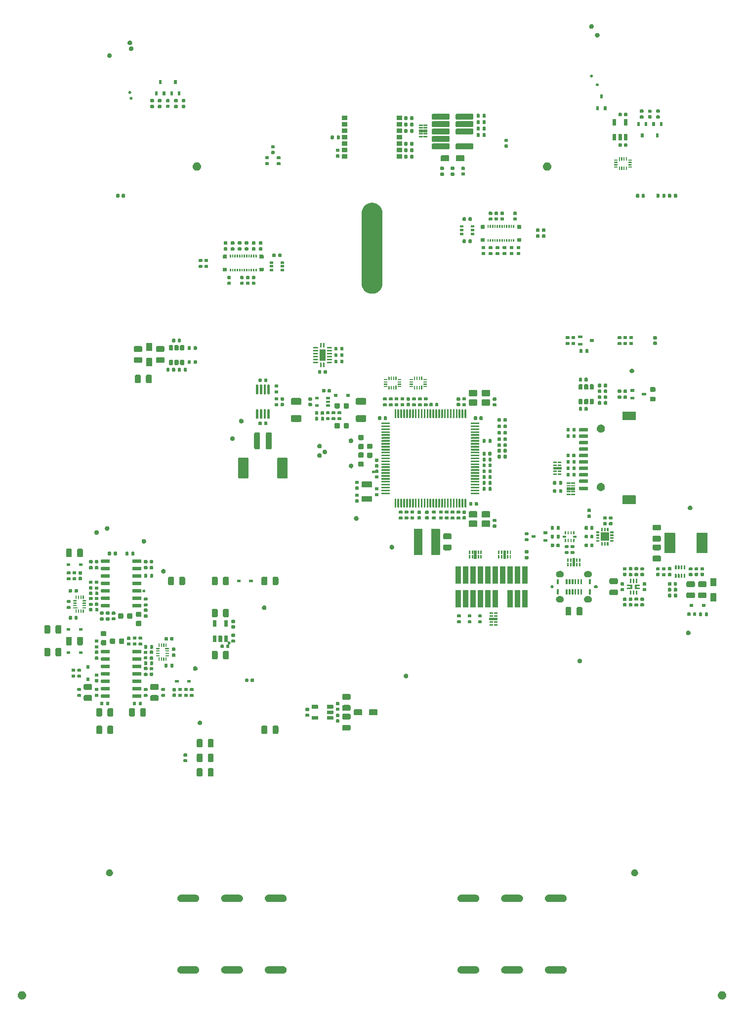
<source format=gbs>
G04 #@! TF.GenerationSoftware,KiCad,Pcbnew,7.0.11-2.fc39*
G04 #@! TF.CreationDate,2024-06-13T18:25:34+01:00*
G04 #@! TF.ProjectId,msf-owl-clock,6d73662d-6f77-46c2-9d63-6c6f636b2e6b,0.1*
G04 #@! TF.SameCoordinates,Original*
G04 #@! TF.FileFunction,Soldermask,Bot*
G04 #@! TF.FilePolarity,Negative*
%FSLAX46Y46*%
G04 Gerber Fmt 4.6, Leading zero omitted, Abs format (unit mm)*
G04 Created by KiCad (PCBNEW 7.0.11-2.fc39) date 2024-06-13 18:25:34*
%MOMM*%
%LPD*%
G01*
G04 APERTURE LIST*
G04 APERTURE END LIST*
G36*
X40161105Y-191294152D02*
G01*
X40314132Y-191347699D01*
X40451407Y-191433954D01*
X40566046Y-191548593D01*
X40652301Y-191685868D01*
X40705848Y-191838895D01*
X40724000Y-192000000D01*
X40705848Y-192161105D01*
X40652301Y-192314132D01*
X40566046Y-192451407D01*
X40451407Y-192566046D01*
X40314132Y-192652301D01*
X40161105Y-192705848D01*
X40000000Y-192724000D01*
X39838895Y-192705848D01*
X39685868Y-192652301D01*
X39548593Y-192566046D01*
X39433954Y-192451407D01*
X39347699Y-192314132D01*
X39294152Y-192161105D01*
X39276000Y-192000000D01*
X39294152Y-191838895D01*
X39347699Y-191685868D01*
X39433954Y-191548593D01*
X39548593Y-191433954D01*
X39685868Y-191347699D01*
X39838895Y-191294152D01*
X40000000Y-191276000D01*
X40161105Y-191294152D01*
G37*
G36*
X160161105Y-191294152D02*
G01*
X160314132Y-191347699D01*
X160451407Y-191433954D01*
X160566046Y-191548593D01*
X160652301Y-191685868D01*
X160705848Y-191838895D01*
X160724000Y-192000000D01*
X160705848Y-192161105D01*
X160652301Y-192314132D01*
X160566046Y-192451407D01*
X160451407Y-192566046D01*
X160314132Y-192652301D01*
X160161105Y-192705848D01*
X160000000Y-192724000D01*
X159838895Y-192705848D01*
X159685868Y-192652301D01*
X159548593Y-192566046D01*
X159433954Y-192451407D01*
X159347699Y-192314132D01*
X159294152Y-192161105D01*
X159276000Y-192000000D01*
X159294152Y-191838895D01*
X159347699Y-191685868D01*
X159433954Y-191548593D01*
X159548593Y-191433954D01*
X159685868Y-191347699D01*
X159838895Y-191294152D01*
X160000000Y-191276000D01*
X160161105Y-191294152D01*
G37*
G36*
X69828333Y-187004928D02*
G01*
X69865721Y-187014527D01*
X69899458Y-187018624D01*
X69936733Y-187032760D01*
X69980078Y-187043890D01*
X70011219Y-187061010D01*
X70040229Y-187072012D01*
X70075432Y-187096311D01*
X70117366Y-187119364D01*
X70141044Y-187141599D01*
X70164134Y-187157537D01*
X70194419Y-187191722D01*
X70231571Y-187226610D01*
X70247338Y-187251455D01*
X70263972Y-187270231D01*
X70286530Y-187313211D01*
X70315517Y-187358888D01*
X70323666Y-187383969D01*
X70333939Y-187403542D01*
X70346234Y-187453424D01*
X70363930Y-187507887D01*
X70365394Y-187531160D01*
X70369969Y-187549721D01*
X70369969Y-187603875D01*
X70373767Y-187664244D01*
X70369969Y-187684153D01*
X70369969Y-187700278D01*
X70356361Y-187755487D01*
X70344410Y-187818136D01*
X70337080Y-187833712D01*
X70333939Y-187846457D01*
X70306325Y-187899070D01*
X70277705Y-187959892D01*
X70268674Y-187970807D01*
X70263972Y-187979768D01*
X70223034Y-188025977D01*
X70177842Y-188080605D01*
X70168851Y-188087137D01*
X70164134Y-188092462D01*
X70111863Y-188128541D01*
X70051096Y-188172692D01*
X70043601Y-188175659D01*
X70040229Y-188177987D01*
X69980682Y-188200570D01*
X69905431Y-188230364D01*
X69900471Y-188230990D01*
X69899458Y-188231375D01*
X69847227Y-188237717D01*
X69750000Y-188250000D01*
X69746069Y-188250000D01*
X67253931Y-188250000D01*
X67250000Y-188250000D01*
X67171667Y-188245072D01*
X67134273Y-188235470D01*
X67100541Y-188231375D01*
X67063271Y-188217240D01*
X67019922Y-188206110D01*
X66988776Y-188188987D01*
X66959770Y-188177987D01*
X66924569Y-188153690D01*
X66882634Y-188130636D01*
X66858954Y-188108399D01*
X66835865Y-188092462D01*
X66805579Y-188058277D01*
X66768429Y-188023390D01*
X66752661Y-187998544D01*
X66736027Y-187979768D01*
X66713467Y-187936783D01*
X66684483Y-187891112D01*
X66676334Y-187866033D01*
X66666060Y-187846457D01*
X66653764Y-187796570D01*
X66636070Y-187742113D01*
X66634605Y-187718838D01*
X66630031Y-187700278D01*
X66630031Y-187646124D01*
X66626233Y-187585756D01*
X66630031Y-187565846D01*
X66630031Y-187549721D01*
X66643641Y-187494501D01*
X66655590Y-187431864D01*
X66662917Y-187416292D01*
X66666060Y-187403542D01*
X66693688Y-187350901D01*
X66722295Y-187290108D01*
X66731321Y-187279197D01*
X66736027Y-187270231D01*
X66776992Y-187223990D01*
X66822158Y-187169395D01*
X66831143Y-187162866D01*
X66835865Y-187157537D01*
X66888183Y-187121424D01*
X66948904Y-187077308D01*
X66956393Y-187074342D01*
X66959770Y-187072012D01*
X67019400Y-187049397D01*
X67094569Y-187019636D01*
X67099522Y-187019010D01*
X67100541Y-187018624D01*
X67152923Y-187012263D01*
X67250000Y-187000000D01*
X69750000Y-187000000D01*
X69828333Y-187004928D01*
G37*
G36*
X77328333Y-187004928D02*
G01*
X77365721Y-187014527D01*
X77399458Y-187018624D01*
X77436733Y-187032760D01*
X77480078Y-187043890D01*
X77511219Y-187061010D01*
X77540229Y-187072012D01*
X77575432Y-187096311D01*
X77617366Y-187119364D01*
X77641044Y-187141599D01*
X77664134Y-187157537D01*
X77694419Y-187191722D01*
X77731571Y-187226610D01*
X77747338Y-187251455D01*
X77763972Y-187270231D01*
X77786530Y-187313211D01*
X77815517Y-187358888D01*
X77823666Y-187383969D01*
X77833939Y-187403542D01*
X77846234Y-187453424D01*
X77863930Y-187507887D01*
X77865394Y-187531160D01*
X77869969Y-187549721D01*
X77869969Y-187603875D01*
X77873767Y-187664244D01*
X77869969Y-187684153D01*
X77869969Y-187700278D01*
X77856361Y-187755487D01*
X77844410Y-187818136D01*
X77837080Y-187833712D01*
X77833939Y-187846457D01*
X77806325Y-187899070D01*
X77777705Y-187959892D01*
X77768674Y-187970807D01*
X77763972Y-187979768D01*
X77723034Y-188025977D01*
X77677842Y-188080605D01*
X77668851Y-188087137D01*
X77664134Y-188092462D01*
X77611863Y-188128541D01*
X77551096Y-188172692D01*
X77543601Y-188175659D01*
X77540229Y-188177987D01*
X77480682Y-188200570D01*
X77405431Y-188230364D01*
X77400471Y-188230990D01*
X77399458Y-188231375D01*
X77347227Y-188237717D01*
X77250000Y-188250000D01*
X77246069Y-188250000D01*
X74753931Y-188250000D01*
X74750000Y-188250000D01*
X74671667Y-188245072D01*
X74634273Y-188235470D01*
X74600541Y-188231375D01*
X74563271Y-188217240D01*
X74519922Y-188206110D01*
X74488776Y-188188987D01*
X74459770Y-188177987D01*
X74424569Y-188153690D01*
X74382634Y-188130636D01*
X74358954Y-188108399D01*
X74335865Y-188092462D01*
X74305579Y-188058277D01*
X74268429Y-188023390D01*
X74252661Y-187998544D01*
X74236027Y-187979768D01*
X74213467Y-187936783D01*
X74184483Y-187891112D01*
X74176334Y-187866033D01*
X74166060Y-187846457D01*
X74153764Y-187796570D01*
X74136070Y-187742113D01*
X74134605Y-187718838D01*
X74130031Y-187700278D01*
X74130031Y-187646124D01*
X74126233Y-187585756D01*
X74130031Y-187565846D01*
X74130031Y-187549721D01*
X74143641Y-187494501D01*
X74155590Y-187431864D01*
X74162917Y-187416292D01*
X74166060Y-187403542D01*
X74193688Y-187350901D01*
X74222295Y-187290108D01*
X74231321Y-187279197D01*
X74236027Y-187270231D01*
X74276992Y-187223990D01*
X74322158Y-187169395D01*
X74331143Y-187162866D01*
X74335865Y-187157537D01*
X74388183Y-187121424D01*
X74448904Y-187077308D01*
X74456393Y-187074342D01*
X74459770Y-187072012D01*
X74519400Y-187049397D01*
X74594569Y-187019636D01*
X74599522Y-187019010D01*
X74600541Y-187018624D01*
X74652923Y-187012263D01*
X74750000Y-187000000D01*
X77250000Y-187000000D01*
X77328333Y-187004928D01*
G37*
G36*
X84828333Y-187004928D02*
G01*
X84865721Y-187014527D01*
X84899458Y-187018624D01*
X84936733Y-187032760D01*
X84980078Y-187043890D01*
X85011219Y-187061010D01*
X85040229Y-187072012D01*
X85075432Y-187096311D01*
X85117366Y-187119364D01*
X85141044Y-187141599D01*
X85164134Y-187157537D01*
X85194419Y-187191722D01*
X85231571Y-187226610D01*
X85247338Y-187251455D01*
X85263972Y-187270231D01*
X85286530Y-187313211D01*
X85315517Y-187358888D01*
X85323666Y-187383969D01*
X85333939Y-187403542D01*
X85346234Y-187453424D01*
X85363930Y-187507887D01*
X85365394Y-187531160D01*
X85369969Y-187549721D01*
X85369969Y-187603875D01*
X85373767Y-187664244D01*
X85369969Y-187684153D01*
X85369969Y-187700278D01*
X85356361Y-187755487D01*
X85344410Y-187818136D01*
X85337080Y-187833712D01*
X85333939Y-187846457D01*
X85306325Y-187899070D01*
X85277705Y-187959892D01*
X85268674Y-187970807D01*
X85263972Y-187979768D01*
X85223034Y-188025977D01*
X85177842Y-188080605D01*
X85168851Y-188087137D01*
X85164134Y-188092462D01*
X85111863Y-188128541D01*
X85051096Y-188172692D01*
X85043601Y-188175659D01*
X85040229Y-188177987D01*
X84980682Y-188200570D01*
X84905431Y-188230364D01*
X84900471Y-188230990D01*
X84899458Y-188231375D01*
X84847227Y-188237717D01*
X84750000Y-188250000D01*
X84746069Y-188250000D01*
X82253931Y-188250000D01*
X82250000Y-188250000D01*
X82171667Y-188245072D01*
X82134273Y-188235470D01*
X82100541Y-188231375D01*
X82063271Y-188217240D01*
X82019922Y-188206110D01*
X81988776Y-188188987D01*
X81959770Y-188177987D01*
X81924569Y-188153690D01*
X81882634Y-188130636D01*
X81858954Y-188108399D01*
X81835865Y-188092462D01*
X81805579Y-188058277D01*
X81768429Y-188023390D01*
X81752661Y-187998544D01*
X81736027Y-187979768D01*
X81713467Y-187936783D01*
X81684483Y-187891112D01*
X81676334Y-187866033D01*
X81666060Y-187846457D01*
X81653764Y-187796570D01*
X81636070Y-187742113D01*
X81634605Y-187718838D01*
X81630031Y-187700278D01*
X81630031Y-187646124D01*
X81626233Y-187585756D01*
X81630031Y-187565846D01*
X81630031Y-187549721D01*
X81643641Y-187494501D01*
X81655590Y-187431864D01*
X81662917Y-187416292D01*
X81666060Y-187403542D01*
X81693688Y-187350901D01*
X81722295Y-187290108D01*
X81731321Y-187279197D01*
X81736027Y-187270231D01*
X81776992Y-187223990D01*
X81822158Y-187169395D01*
X81831143Y-187162866D01*
X81835865Y-187157537D01*
X81888183Y-187121424D01*
X81948904Y-187077308D01*
X81956393Y-187074342D01*
X81959770Y-187072012D01*
X82019400Y-187049397D01*
X82094569Y-187019636D01*
X82099522Y-187019010D01*
X82100541Y-187018624D01*
X82152923Y-187012263D01*
X82250000Y-187000000D01*
X84750000Y-187000000D01*
X84828333Y-187004928D01*
G37*
G36*
X117828333Y-187004928D02*
G01*
X117865721Y-187014527D01*
X117899458Y-187018624D01*
X117936733Y-187032760D01*
X117980078Y-187043890D01*
X118011219Y-187061010D01*
X118040229Y-187072012D01*
X118075432Y-187096311D01*
X118117366Y-187119364D01*
X118141044Y-187141599D01*
X118164134Y-187157537D01*
X118194419Y-187191722D01*
X118231571Y-187226610D01*
X118247338Y-187251455D01*
X118263972Y-187270231D01*
X118286530Y-187313211D01*
X118315517Y-187358888D01*
X118323666Y-187383969D01*
X118333939Y-187403542D01*
X118346234Y-187453424D01*
X118363930Y-187507887D01*
X118365394Y-187531160D01*
X118369969Y-187549721D01*
X118369969Y-187603875D01*
X118373767Y-187664244D01*
X118369969Y-187684153D01*
X118369969Y-187700278D01*
X118356361Y-187755487D01*
X118344410Y-187818136D01*
X118337080Y-187833712D01*
X118333939Y-187846457D01*
X118306325Y-187899070D01*
X118277705Y-187959892D01*
X118268674Y-187970807D01*
X118263972Y-187979768D01*
X118223034Y-188025977D01*
X118177842Y-188080605D01*
X118168851Y-188087137D01*
X118164134Y-188092462D01*
X118111863Y-188128541D01*
X118051096Y-188172692D01*
X118043601Y-188175659D01*
X118040229Y-188177987D01*
X117980682Y-188200570D01*
X117905431Y-188230364D01*
X117900471Y-188230990D01*
X117899458Y-188231375D01*
X117847227Y-188237717D01*
X117750000Y-188250000D01*
X117746069Y-188250000D01*
X115253931Y-188250000D01*
X115250000Y-188250000D01*
X115171667Y-188245072D01*
X115134273Y-188235470D01*
X115100541Y-188231375D01*
X115063271Y-188217240D01*
X115019922Y-188206110D01*
X114988776Y-188188987D01*
X114959770Y-188177987D01*
X114924569Y-188153690D01*
X114882634Y-188130636D01*
X114858954Y-188108399D01*
X114835865Y-188092462D01*
X114805579Y-188058277D01*
X114768429Y-188023390D01*
X114752661Y-187998544D01*
X114736027Y-187979768D01*
X114713467Y-187936783D01*
X114684483Y-187891112D01*
X114676334Y-187866033D01*
X114666060Y-187846457D01*
X114653764Y-187796570D01*
X114636070Y-187742113D01*
X114634605Y-187718838D01*
X114630031Y-187700278D01*
X114630031Y-187646124D01*
X114626233Y-187585756D01*
X114630031Y-187565846D01*
X114630031Y-187549721D01*
X114643641Y-187494501D01*
X114655590Y-187431864D01*
X114662917Y-187416292D01*
X114666060Y-187403542D01*
X114693688Y-187350901D01*
X114722295Y-187290108D01*
X114731321Y-187279197D01*
X114736027Y-187270231D01*
X114776992Y-187223990D01*
X114822158Y-187169395D01*
X114831143Y-187162866D01*
X114835865Y-187157537D01*
X114888183Y-187121424D01*
X114948904Y-187077308D01*
X114956393Y-187074342D01*
X114959770Y-187072012D01*
X115019400Y-187049397D01*
X115094569Y-187019636D01*
X115099522Y-187019010D01*
X115100541Y-187018624D01*
X115152923Y-187012263D01*
X115250000Y-187000000D01*
X117750000Y-187000000D01*
X117828333Y-187004928D01*
G37*
G36*
X125328333Y-187004928D02*
G01*
X125365721Y-187014527D01*
X125399458Y-187018624D01*
X125436733Y-187032760D01*
X125480078Y-187043890D01*
X125511219Y-187061010D01*
X125540229Y-187072012D01*
X125575432Y-187096311D01*
X125617366Y-187119364D01*
X125641044Y-187141599D01*
X125664134Y-187157537D01*
X125694419Y-187191722D01*
X125731571Y-187226610D01*
X125747338Y-187251455D01*
X125763972Y-187270231D01*
X125786530Y-187313211D01*
X125815517Y-187358888D01*
X125823666Y-187383969D01*
X125833939Y-187403542D01*
X125846234Y-187453424D01*
X125863930Y-187507887D01*
X125865394Y-187531160D01*
X125869969Y-187549721D01*
X125869969Y-187603875D01*
X125873767Y-187664244D01*
X125869969Y-187684153D01*
X125869969Y-187700278D01*
X125856361Y-187755487D01*
X125844410Y-187818136D01*
X125837080Y-187833712D01*
X125833939Y-187846457D01*
X125806325Y-187899070D01*
X125777705Y-187959892D01*
X125768674Y-187970807D01*
X125763972Y-187979768D01*
X125723034Y-188025977D01*
X125677842Y-188080605D01*
X125668851Y-188087137D01*
X125664134Y-188092462D01*
X125611863Y-188128541D01*
X125551096Y-188172692D01*
X125543601Y-188175659D01*
X125540229Y-188177987D01*
X125480682Y-188200570D01*
X125405431Y-188230364D01*
X125400471Y-188230990D01*
X125399458Y-188231375D01*
X125347227Y-188237717D01*
X125250000Y-188250000D01*
X125246069Y-188250000D01*
X122753931Y-188250000D01*
X122750000Y-188250000D01*
X122671667Y-188245072D01*
X122634273Y-188235470D01*
X122600541Y-188231375D01*
X122563271Y-188217240D01*
X122519922Y-188206110D01*
X122488776Y-188188987D01*
X122459770Y-188177987D01*
X122424569Y-188153690D01*
X122382634Y-188130636D01*
X122358954Y-188108399D01*
X122335865Y-188092462D01*
X122305579Y-188058277D01*
X122268429Y-188023390D01*
X122252661Y-187998544D01*
X122236027Y-187979768D01*
X122213467Y-187936783D01*
X122184483Y-187891112D01*
X122176334Y-187866033D01*
X122166060Y-187846457D01*
X122153764Y-187796570D01*
X122136070Y-187742113D01*
X122134605Y-187718838D01*
X122130031Y-187700278D01*
X122130031Y-187646124D01*
X122126233Y-187585756D01*
X122130031Y-187565846D01*
X122130031Y-187549721D01*
X122143641Y-187494501D01*
X122155590Y-187431864D01*
X122162917Y-187416292D01*
X122166060Y-187403542D01*
X122193688Y-187350901D01*
X122222295Y-187290108D01*
X122231321Y-187279197D01*
X122236027Y-187270231D01*
X122276992Y-187223990D01*
X122322158Y-187169395D01*
X122331143Y-187162866D01*
X122335865Y-187157537D01*
X122388183Y-187121424D01*
X122448904Y-187077308D01*
X122456393Y-187074342D01*
X122459770Y-187072012D01*
X122519400Y-187049397D01*
X122594569Y-187019636D01*
X122599522Y-187019010D01*
X122600541Y-187018624D01*
X122652923Y-187012263D01*
X122750000Y-187000000D01*
X125250000Y-187000000D01*
X125328333Y-187004928D01*
G37*
G36*
X132828333Y-187004928D02*
G01*
X132865721Y-187014527D01*
X132899458Y-187018624D01*
X132936733Y-187032760D01*
X132980078Y-187043890D01*
X133011219Y-187061010D01*
X133040229Y-187072012D01*
X133075432Y-187096311D01*
X133117366Y-187119364D01*
X133141044Y-187141599D01*
X133164134Y-187157537D01*
X133194419Y-187191722D01*
X133231571Y-187226610D01*
X133247338Y-187251455D01*
X133263972Y-187270231D01*
X133286530Y-187313211D01*
X133315517Y-187358888D01*
X133323666Y-187383969D01*
X133333939Y-187403542D01*
X133346234Y-187453424D01*
X133363930Y-187507887D01*
X133365394Y-187531160D01*
X133369969Y-187549721D01*
X133369969Y-187603875D01*
X133373767Y-187664244D01*
X133369969Y-187684153D01*
X133369969Y-187700278D01*
X133356361Y-187755487D01*
X133344410Y-187818136D01*
X133337080Y-187833712D01*
X133333939Y-187846457D01*
X133306325Y-187899070D01*
X133277705Y-187959892D01*
X133268674Y-187970807D01*
X133263972Y-187979768D01*
X133223034Y-188025977D01*
X133177842Y-188080605D01*
X133168851Y-188087137D01*
X133164134Y-188092462D01*
X133111863Y-188128541D01*
X133051096Y-188172692D01*
X133043601Y-188175659D01*
X133040229Y-188177987D01*
X132980682Y-188200570D01*
X132905431Y-188230364D01*
X132900471Y-188230990D01*
X132899458Y-188231375D01*
X132847227Y-188237717D01*
X132750000Y-188250000D01*
X132746069Y-188250000D01*
X130253931Y-188250000D01*
X130250000Y-188250000D01*
X130171667Y-188245072D01*
X130134273Y-188235470D01*
X130100541Y-188231375D01*
X130063271Y-188217240D01*
X130019922Y-188206110D01*
X129988776Y-188188987D01*
X129959770Y-188177987D01*
X129924569Y-188153690D01*
X129882634Y-188130636D01*
X129858954Y-188108399D01*
X129835865Y-188092462D01*
X129805579Y-188058277D01*
X129768429Y-188023390D01*
X129752661Y-187998544D01*
X129736027Y-187979768D01*
X129713467Y-187936783D01*
X129684483Y-187891112D01*
X129676334Y-187866033D01*
X129666060Y-187846457D01*
X129653764Y-187796570D01*
X129636070Y-187742113D01*
X129634605Y-187718838D01*
X129630031Y-187700278D01*
X129630031Y-187646124D01*
X129626233Y-187585756D01*
X129630031Y-187565846D01*
X129630031Y-187549721D01*
X129643641Y-187494501D01*
X129655590Y-187431864D01*
X129662917Y-187416292D01*
X129666060Y-187403542D01*
X129693688Y-187350901D01*
X129722295Y-187290108D01*
X129731321Y-187279197D01*
X129736027Y-187270231D01*
X129776992Y-187223990D01*
X129822158Y-187169395D01*
X129831143Y-187162866D01*
X129835865Y-187157537D01*
X129888183Y-187121424D01*
X129948904Y-187077308D01*
X129956393Y-187074342D01*
X129959770Y-187072012D01*
X130019400Y-187049397D01*
X130094569Y-187019636D01*
X130099522Y-187019010D01*
X130100541Y-187018624D01*
X130152923Y-187012263D01*
X130250000Y-187000000D01*
X132750000Y-187000000D01*
X132828333Y-187004928D01*
G37*
G36*
X69828333Y-174754928D02*
G01*
X69865721Y-174764527D01*
X69899458Y-174768624D01*
X69936733Y-174782760D01*
X69980078Y-174793890D01*
X70011219Y-174811010D01*
X70040229Y-174822012D01*
X70075432Y-174846311D01*
X70117366Y-174869364D01*
X70141044Y-174891599D01*
X70164134Y-174907537D01*
X70194419Y-174941722D01*
X70231571Y-174976610D01*
X70247338Y-175001455D01*
X70263972Y-175020231D01*
X70286530Y-175063211D01*
X70315517Y-175108888D01*
X70323666Y-175133969D01*
X70333939Y-175153542D01*
X70346234Y-175203424D01*
X70363930Y-175257887D01*
X70365394Y-175281160D01*
X70369969Y-175299721D01*
X70369969Y-175353875D01*
X70373767Y-175414244D01*
X70369969Y-175434153D01*
X70369969Y-175450278D01*
X70356361Y-175505487D01*
X70344410Y-175568136D01*
X70337080Y-175583712D01*
X70333939Y-175596457D01*
X70306325Y-175649070D01*
X70277705Y-175709892D01*
X70268674Y-175720807D01*
X70263972Y-175729768D01*
X70223034Y-175775977D01*
X70177842Y-175830605D01*
X70168851Y-175837137D01*
X70164134Y-175842462D01*
X70111863Y-175878541D01*
X70051096Y-175922692D01*
X70043601Y-175925659D01*
X70040229Y-175927987D01*
X69980682Y-175950570D01*
X69905431Y-175980364D01*
X69900471Y-175980990D01*
X69899458Y-175981375D01*
X69847227Y-175987717D01*
X69750000Y-176000000D01*
X69746069Y-176000000D01*
X67253931Y-176000000D01*
X67250000Y-176000000D01*
X67171667Y-175995072D01*
X67134273Y-175985470D01*
X67100541Y-175981375D01*
X67063271Y-175967240D01*
X67019922Y-175956110D01*
X66988776Y-175938987D01*
X66959770Y-175927987D01*
X66924569Y-175903690D01*
X66882634Y-175880636D01*
X66858954Y-175858399D01*
X66835865Y-175842462D01*
X66805579Y-175808277D01*
X66768429Y-175773390D01*
X66752661Y-175748544D01*
X66736027Y-175729768D01*
X66713467Y-175686783D01*
X66684483Y-175641112D01*
X66676334Y-175616033D01*
X66666060Y-175596457D01*
X66653764Y-175546570D01*
X66636070Y-175492113D01*
X66634605Y-175468838D01*
X66630031Y-175450278D01*
X66630031Y-175396124D01*
X66626233Y-175335756D01*
X66630031Y-175315846D01*
X66630031Y-175299721D01*
X66643641Y-175244501D01*
X66655590Y-175181864D01*
X66662917Y-175166292D01*
X66666060Y-175153542D01*
X66693688Y-175100901D01*
X66722295Y-175040108D01*
X66731321Y-175029197D01*
X66736027Y-175020231D01*
X66776992Y-174973990D01*
X66822158Y-174919395D01*
X66831143Y-174912866D01*
X66835865Y-174907537D01*
X66888183Y-174871424D01*
X66948904Y-174827308D01*
X66956393Y-174824342D01*
X66959770Y-174822012D01*
X67019400Y-174799397D01*
X67094569Y-174769636D01*
X67099522Y-174769010D01*
X67100541Y-174768624D01*
X67152923Y-174762263D01*
X67250000Y-174750000D01*
X69750000Y-174750000D01*
X69828333Y-174754928D01*
G37*
G36*
X77328333Y-174754928D02*
G01*
X77365721Y-174764527D01*
X77399458Y-174768624D01*
X77436733Y-174782760D01*
X77480078Y-174793890D01*
X77511219Y-174811010D01*
X77540229Y-174822012D01*
X77575432Y-174846311D01*
X77617366Y-174869364D01*
X77641044Y-174891599D01*
X77664134Y-174907537D01*
X77694419Y-174941722D01*
X77731571Y-174976610D01*
X77747338Y-175001455D01*
X77763972Y-175020231D01*
X77786530Y-175063211D01*
X77815517Y-175108888D01*
X77823666Y-175133969D01*
X77833939Y-175153542D01*
X77846234Y-175203424D01*
X77863930Y-175257887D01*
X77865394Y-175281160D01*
X77869969Y-175299721D01*
X77869969Y-175353875D01*
X77873767Y-175414244D01*
X77869969Y-175434153D01*
X77869969Y-175450278D01*
X77856361Y-175505487D01*
X77844410Y-175568136D01*
X77837080Y-175583712D01*
X77833939Y-175596457D01*
X77806325Y-175649070D01*
X77777705Y-175709892D01*
X77768674Y-175720807D01*
X77763972Y-175729768D01*
X77723034Y-175775977D01*
X77677842Y-175830605D01*
X77668851Y-175837137D01*
X77664134Y-175842462D01*
X77611863Y-175878541D01*
X77551096Y-175922692D01*
X77543601Y-175925659D01*
X77540229Y-175927987D01*
X77480682Y-175950570D01*
X77405431Y-175980364D01*
X77400471Y-175980990D01*
X77399458Y-175981375D01*
X77347227Y-175987717D01*
X77250000Y-176000000D01*
X77246069Y-176000000D01*
X74753931Y-176000000D01*
X74750000Y-176000000D01*
X74671667Y-175995072D01*
X74634273Y-175985470D01*
X74600541Y-175981375D01*
X74563271Y-175967240D01*
X74519922Y-175956110D01*
X74488776Y-175938987D01*
X74459770Y-175927987D01*
X74424569Y-175903690D01*
X74382634Y-175880636D01*
X74358954Y-175858399D01*
X74335865Y-175842462D01*
X74305579Y-175808277D01*
X74268429Y-175773390D01*
X74252661Y-175748544D01*
X74236027Y-175729768D01*
X74213467Y-175686783D01*
X74184483Y-175641112D01*
X74176334Y-175616033D01*
X74166060Y-175596457D01*
X74153764Y-175546570D01*
X74136070Y-175492113D01*
X74134605Y-175468838D01*
X74130031Y-175450278D01*
X74130031Y-175396124D01*
X74126233Y-175335756D01*
X74130031Y-175315846D01*
X74130031Y-175299721D01*
X74143641Y-175244501D01*
X74155590Y-175181864D01*
X74162917Y-175166292D01*
X74166060Y-175153542D01*
X74193688Y-175100901D01*
X74222295Y-175040108D01*
X74231321Y-175029197D01*
X74236027Y-175020231D01*
X74276992Y-174973990D01*
X74322158Y-174919395D01*
X74331143Y-174912866D01*
X74335865Y-174907537D01*
X74388183Y-174871424D01*
X74448904Y-174827308D01*
X74456393Y-174824342D01*
X74459770Y-174822012D01*
X74519400Y-174799397D01*
X74594569Y-174769636D01*
X74599522Y-174769010D01*
X74600541Y-174768624D01*
X74652923Y-174762263D01*
X74750000Y-174750000D01*
X77250000Y-174750000D01*
X77328333Y-174754928D01*
G37*
G36*
X84828333Y-174754928D02*
G01*
X84865721Y-174764527D01*
X84899458Y-174768624D01*
X84936733Y-174782760D01*
X84980078Y-174793890D01*
X85011219Y-174811010D01*
X85040229Y-174822012D01*
X85075432Y-174846311D01*
X85117366Y-174869364D01*
X85141044Y-174891599D01*
X85164134Y-174907537D01*
X85194419Y-174941722D01*
X85231571Y-174976610D01*
X85247338Y-175001455D01*
X85263972Y-175020231D01*
X85286530Y-175063211D01*
X85315517Y-175108888D01*
X85323666Y-175133969D01*
X85333939Y-175153542D01*
X85346234Y-175203424D01*
X85363930Y-175257887D01*
X85365394Y-175281160D01*
X85369969Y-175299721D01*
X85369969Y-175353875D01*
X85373767Y-175414244D01*
X85369969Y-175434153D01*
X85369969Y-175450278D01*
X85356361Y-175505487D01*
X85344410Y-175568136D01*
X85337080Y-175583712D01*
X85333939Y-175596457D01*
X85306325Y-175649070D01*
X85277705Y-175709892D01*
X85268674Y-175720807D01*
X85263972Y-175729768D01*
X85223034Y-175775977D01*
X85177842Y-175830605D01*
X85168851Y-175837137D01*
X85164134Y-175842462D01*
X85111863Y-175878541D01*
X85051096Y-175922692D01*
X85043601Y-175925659D01*
X85040229Y-175927987D01*
X84980682Y-175950570D01*
X84905431Y-175980364D01*
X84900471Y-175980990D01*
X84899458Y-175981375D01*
X84847227Y-175987717D01*
X84750000Y-176000000D01*
X84746069Y-176000000D01*
X82253931Y-176000000D01*
X82250000Y-176000000D01*
X82171667Y-175995072D01*
X82134273Y-175985470D01*
X82100541Y-175981375D01*
X82063271Y-175967240D01*
X82019922Y-175956110D01*
X81988776Y-175938987D01*
X81959770Y-175927987D01*
X81924569Y-175903690D01*
X81882634Y-175880636D01*
X81858954Y-175858399D01*
X81835865Y-175842462D01*
X81805579Y-175808277D01*
X81768429Y-175773390D01*
X81752661Y-175748544D01*
X81736027Y-175729768D01*
X81713467Y-175686783D01*
X81684483Y-175641112D01*
X81676334Y-175616033D01*
X81666060Y-175596457D01*
X81653764Y-175546570D01*
X81636070Y-175492113D01*
X81634605Y-175468838D01*
X81630031Y-175450278D01*
X81630031Y-175396124D01*
X81626233Y-175335756D01*
X81630031Y-175315846D01*
X81630031Y-175299721D01*
X81643641Y-175244501D01*
X81655590Y-175181864D01*
X81662917Y-175166292D01*
X81666060Y-175153542D01*
X81693688Y-175100901D01*
X81722295Y-175040108D01*
X81731321Y-175029197D01*
X81736027Y-175020231D01*
X81776992Y-174973990D01*
X81822158Y-174919395D01*
X81831143Y-174912866D01*
X81835865Y-174907537D01*
X81888183Y-174871424D01*
X81948904Y-174827308D01*
X81956393Y-174824342D01*
X81959770Y-174822012D01*
X82019400Y-174799397D01*
X82094569Y-174769636D01*
X82099522Y-174769010D01*
X82100541Y-174768624D01*
X82152923Y-174762263D01*
X82250000Y-174750000D01*
X84750000Y-174750000D01*
X84828333Y-174754928D01*
G37*
G36*
X117828333Y-174754928D02*
G01*
X117865721Y-174764527D01*
X117899458Y-174768624D01*
X117936733Y-174782760D01*
X117980078Y-174793890D01*
X118011219Y-174811010D01*
X118040229Y-174822012D01*
X118075432Y-174846311D01*
X118117366Y-174869364D01*
X118141044Y-174891599D01*
X118164134Y-174907537D01*
X118194419Y-174941722D01*
X118231571Y-174976610D01*
X118247338Y-175001455D01*
X118263972Y-175020231D01*
X118286530Y-175063211D01*
X118315517Y-175108888D01*
X118323666Y-175133969D01*
X118333939Y-175153542D01*
X118346234Y-175203424D01*
X118363930Y-175257887D01*
X118365394Y-175281160D01*
X118369969Y-175299721D01*
X118369969Y-175353875D01*
X118373767Y-175414244D01*
X118369969Y-175434153D01*
X118369969Y-175450278D01*
X118356361Y-175505487D01*
X118344410Y-175568136D01*
X118337080Y-175583712D01*
X118333939Y-175596457D01*
X118306325Y-175649070D01*
X118277705Y-175709892D01*
X118268674Y-175720807D01*
X118263972Y-175729768D01*
X118223034Y-175775977D01*
X118177842Y-175830605D01*
X118168851Y-175837137D01*
X118164134Y-175842462D01*
X118111863Y-175878541D01*
X118051096Y-175922692D01*
X118043601Y-175925659D01*
X118040229Y-175927987D01*
X117980682Y-175950570D01*
X117905431Y-175980364D01*
X117900471Y-175980990D01*
X117899458Y-175981375D01*
X117847227Y-175987717D01*
X117750000Y-176000000D01*
X117746069Y-176000000D01*
X115253931Y-176000000D01*
X115250000Y-176000000D01*
X115171667Y-175995072D01*
X115134273Y-175985470D01*
X115100541Y-175981375D01*
X115063271Y-175967240D01*
X115019922Y-175956110D01*
X114988776Y-175938987D01*
X114959770Y-175927987D01*
X114924569Y-175903690D01*
X114882634Y-175880636D01*
X114858954Y-175858399D01*
X114835865Y-175842462D01*
X114805579Y-175808277D01*
X114768429Y-175773390D01*
X114752661Y-175748544D01*
X114736027Y-175729768D01*
X114713467Y-175686783D01*
X114684483Y-175641112D01*
X114676334Y-175616033D01*
X114666060Y-175596457D01*
X114653764Y-175546570D01*
X114636070Y-175492113D01*
X114634605Y-175468838D01*
X114630031Y-175450278D01*
X114630031Y-175396124D01*
X114626233Y-175335756D01*
X114630031Y-175315846D01*
X114630031Y-175299721D01*
X114643641Y-175244501D01*
X114655590Y-175181864D01*
X114662917Y-175166292D01*
X114666060Y-175153542D01*
X114693688Y-175100901D01*
X114722295Y-175040108D01*
X114731321Y-175029197D01*
X114736027Y-175020231D01*
X114776992Y-174973990D01*
X114822158Y-174919395D01*
X114831143Y-174912866D01*
X114835865Y-174907537D01*
X114888183Y-174871424D01*
X114948904Y-174827308D01*
X114956393Y-174824342D01*
X114959770Y-174822012D01*
X115019400Y-174799397D01*
X115094569Y-174769636D01*
X115099522Y-174769010D01*
X115100541Y-174768624D01*
X115152923Y-174762263D01*
X115250000Y-174750000D01*
X117750000Y-174750000D01*
X117828333Y-174754928D01*
G37*
G36*
X125328333Y-174754928D02*
G01*
X125365721Y-174764527D01*
X125399458Y-174768624D01*
X125436733Y-174782760D01*
X125480078Y-174793890D01*
X125511219Y-174811010D01*
X125540229Y-174822012D01*
X125575432Y-174846311D01*
X125617366Y-174869364D01*
X125641044Y-174891599D01*
X125664134Y-174907537D01*
X125694419Y-174941722D01*
X125731571Y-174976610D01*
X125747338Y-175001455D01*
X125763972Y-175020231D01*
X125786530Y-175063211D01*
X125815517Y-175108888D01*
X125823666Y-175133969D01*
X125833939Y-175153542D01*
X125846234Y-175203424D01*
X125863930Y-175257887D01*
X125865394Y-175281160D01*
X125869969Y-175299721D01*
X125869969Y-175353875D01*
X125873767Y-175414244D01*
X125869969Y-175434153D01*
X125869969Y-175450278D01*
X125856361Y-175505487D01*
X125844410Y-175568136D01*
X125837080Y-175583712D01*
X125833939Y-175596457D01*
X125806325Y-175649070D01*
X125777705Y-175709892D01*
X125768674Y-175720807D01*
X125763972Y-175729768D01*
X125723034Y-175775977D01*
X125677842Y-175830605D01*
X125668851Y-175837137D01*
X125664134Y-175842462D01*
X125611863Y-175878541D01*
X125551096Y-175922692D01*
X125543601Y-175925659D01*
X125540229Y-175927987D01*
X125480682Y-175950570D01*
X125405431Y-175980364D01*
X125400471Y-175980990D01*
X125399458Y-175981375D01*
X125347227Y-175987717D01*
X125250000Y-176000000D01*
X125246069Y-176000000D01*
X122753931Y-176000000D01*
X122750000Y-176000000D01*
X122671667Y-175995072D01*
X122634273Y-175985470D01*
X122600541Y-175981375D01*
X122563271Y-175967240D01*
X122519922Y-175956110D01*
X122488776Y-175938987D01*
X122459770Y-175927987D01*
X122424569Y-175903690D01*
X122382634Y-175880636D01*
X122358954Y-175858399D01*
X122335865Y-175842462D01*
X122305579Y-175808277D01*
X122268429Y-175773390D01*
X122252661Y-175748544D01*
X122236027Y-175729768D01*
X122213467Y-175686783D01*
X122184483Y-175641112D01*
X122176334Y-175616033D01*
X122166060Y-175596457D01*
X122153764Y-175546570D01*
X122136070Y-175492113D01*
X122134605Y-175468838D01*
X122130031Y-175450278D01*
X122130031Y-175396124D01*
X122126233Y-175335756D01*
X122130031Y-175315846D01*
X122130031Y-175299721D01*
X122143641Y-175244501D01*
X122155590Y-175181864D01*
X122162917Y-175166292D01*
X122166060Y-175153542D01*
X122193688Y-175100901D01*
X122222295Y-175040108D01*
X122231321Y-175029197D01*
X122236027Y-175020231D01*
X122276992Y-174973990D01*
X122322158Y-174919395D01*
X122331143Y-174912866D01*
X122335865Y-174907537D01*
X122388183Y-174871424D01*
X122448904Y-174827308D01*
X122456393Y-174824342D01*
X122459770Y-174822012D01*
X122519400Y-174799397D01*
X122594569Y-174769636D01*
X122599522Y-174769010D01*
X122600541Y-174768624D01*
X122652923Y-174762263D01*
X122750000Y-174750000D01*
X125250000Y-174750000D01*
X125328333Y-174754928D01*
G37*
G36*
X132828333Y-174754928D02*
G01*
X132865721Y-174764527D01*
X132899458Y-174768624D01*
X132936733Y-174782760D01*
X132980078Y-174793890D01*
X133011219Y-174811010D01*
X133040229Y-174822012D01*
X133075432Y-174846311D01*
X133117366Y-174869364D01*
X133141044Y-174891599D01*
X133164134Y-174907537D01*
X133194419Y-174941722D01*
X133231571Y-174976610D01*
X133247338Y-175001455D01*
X133263972Y-175020231D01*
X133286530Y-175063211D01*
X133315517Y-175108888D01*
X133323666Y-175133969D01*
X133333939Y-175153542D01*
X133346234Y-175203424D01*
X133363930Y-175257887D01*
X133365394Y-175281160D01*
X133369969Y-175299721D01*
X133369969Y-175353875D01*
X133373767Y-175414244D01*
X133369969Y-175434153D01*
X133369969Y-175450278D01*
X133356361Y-175505487D01*
X133344410Y-175568136D01*
X133337080Y-175583712D01*
X133333939Y-175596457D01*
X133306325Y-175649070D01*
X133277705Y-175709892D01*
X133268674Y-175720807D01*
X133263972Y-175729768D01*
X133223034Y-175775977D01*
X133177842Y-175830605D01*
X133168851Y-175837137D01*
X133164134Y-175842462D01*
X133111863Y-175878541D01*
X133051096Y-175922692D01*
X133043601Y-175925659D01*
X133040229Y-175927987D01*
X132980682Y-175950570D01*
X132905431Y-175980364D01*
X132900471Y-175980990D01*
X132899458Y-175981375D01*
X132847227Y-175987717D01*
X132750000Y-176000000D01*
X132746069Y-176000000D01*
X130253931Y-176000000D01*
X130250000Y-176000000D01*
X130171667Y-175995072D01*
X130134273Y-175985470D01*
X130100541Y-175981375D01*
X130063271Y-175967240D01*
X130019922Y-175956110D01*
X129988776Y-175938987D01*
X129959770Y-175927987D01*
X129924569Y-175903690D01*
X129882634Y-175880636D01*
X129858954Y-175858399D01*
X129835865Y-175842462D01*
X129805579Y-175808277D01*
X129768429Y-175773390D01*
X129752661Y-175748544D01*
X129736027Y-175729768D01*
X129713467Y-175686783D01*
X129684483Y-175641112D01*
X129676334Y-175616033D01*
X129666060Y-175596457D01*
X129653764Y-175546570D01*
X129636070Y-175492113D01*
X129634605Y-175468838D01*
X129630031Y-175450278D01*
X129630031Y-175396124D01*
X129626233Y-175335756D01*
X129630031Y-175315846D01*
X129630031Y-175299721D01*
X129643641Y-175244501D01*
X129655590Y-175181864D01*
X129662917Y-175166292D01*
X129666060Y-175153542D01*
X129693688Y-175100901D01*
X129722295Y-175040108D01*
X129731321Y-175029197D01*
X129736027Y-175020231D01*
X129776992Y-174973990D01*
X129822158Y-174919395D01*
X129831143Y-174912866D01*
X129835865Y-174907537D01*
X129888183Y-174871424D01*
X129948904Y-174827308D01*
X129956393Y-174824342D01*
X129959770Y-174822012D01*
X130019400Y-174799397D01*
X130094569Y-174769636D01*
X130099522Y-174769010D01*
X130100541Y-174768624D01*
X130152923Y-174762263D01*
X130250000Y-174750000D01*
X132750000Y-174750000D01*
X132828333Y-174754928D01*
G37*
G36*
X55036831Y-170404849D02*
G01*
X55072266Y-170404849D01*
X55112898Y-170414863D01*
X55155291Y-170420445D01*
X55184308Y-170432464D01*
X55212590Y-170439435D01*
X55255468Y-170461939D01*
X55300000Y-170480385D01*
X55320317Y-170495975D01*
X55340567Y-170506603D01*
X55381974Y-170543285D01*
X55424264Y-170575736D01*
X55436280Y-170591396D01*
X55448751Y-170602444D01*
X55484509Y-170654249D01*
X55519615Y-170700000D01*
X55524906Y-170712775D01*
X55530850Y-170721386D01*
X55556631Y-170789366D01*
X55579555Y-170844709D01*
X55580583Y-170852523D01*
X55582101Y-170856524D01*
X55593851Y-170953297D01*
X55600000Y-171000000D01*
X55593850Y-171046706D01*
X55582101Y-171143475D01*
X55580584Y-171147474D01*
X55579555Y-171155291D01*
X55556627Y-171210644D01*
X55530850Y-171278613D01*
X55524907Y-171287221D01*
X55519615Y-171300000D01*
X55484502Y-171345759D01*
X55448751Y-171397555D01*
X55436283Y-171408600D01*
X55424264Y-171424264D01*
X55381965Y-171456720D01*
X55340567Y-171493396D01*
X55320321Y-171504021D01*
X55300000Y-171519615D01*
X55255459Y-171538063D01*
X55212590Y-171560564D01*
X55184313Y-171567533D01*
X55155291Y-171579555D01*
X55112895Y-171585136D01*
X55072266Y-171595151D01*
X55036831Y-171595151D01*
X55000000Y-171600000D01*
X54963169Y-171595151D01*
X54927734Y-171595151D01*
X54887103Y-171585136D01*
X54844709Y-171579555D01*
X54815687Y-171567534D01*
X54787409Y-171560564D01*
X54744535Y-171538062D01*
X54700000Y-171519615D01*
X54679680Y-171504023D01*
X54659432Y-171493396D01*
X54618026Y-171456714D01*
X54575736Y-171424264D01*
X54563719Y-171408603D01*
X54551248Y-171397555D01*
X54515487Y-171345746D01*
X54480385Y-171300000D01*
X54475093Y-171287225D01*
X54469149Y-171278613D01*
X54443360Y-171210615D01*
X54420445Y-171155291D01*
X54419416Y-171147478D01*
X54417898Y-171143475D01*
X54406136Y-171046608D01*
X54400000Y-171000000D01*
X54406135Y-170953395D01*
X54417898Y-170856524D01*
X54419416Y-170852519D01*
X54420445Y-170844709D01*
X54443356Y-170789395D01*
X54469149Y-170721386D01*
X54475094Y-170712772D01*
X54480385Y-170700000D01*
X54515480Y-170654262D01*
X54551248Y-170602444D01*
X54563721Y-170591393D01*
X54575736Y-170575736D01*
X54618018Y-170543291D01*
X54659432Y-170506603D01*
X54679684Y-170495973D01*
X54700000Y-170480385D01*
X54744526Y-170461941D01*
X54787409Y-170439435D01*
X54815692Y-170432463D01*
X54844709Y-170420445D01*
X54887101Y-170414863D01*
X54927734Y-170404849D01*
X54963169Y-170404849D01*
X55000000Y-170400000D01*
X55036831Y-170404849D01*
G37*
G36*
X145036831Y-170404849D02*
G01*
X145072266Y-170404849D01*
X145112898Y-170414863D01*
X145155291Y-170420445D01*
X145184308Y-170432464D01*
X145212590Y-170439435D01*
X145255468Y-170461939D01*
X145300000Y-170480385D01*
X145320317Y-170495975D01*
X145340567Y-170506603D01*
X145381974Y-170543285D01*
X145424264Y-170575736D01*
X145436280Y-170591396D01*
X145448751Y-170602444D01*
X145484509Y-170654249D01*
X145519615Y-170700000D01*
X145524906Y-170712775D01*
X145530850Y-170721386D01*
X145556631Y-170789366D01*
X145579555Y-170844709D01*
X145580583Y-170852523D01*
X145582101Y-170856524D01*
X145593851Y-170953297D01*
X145600000Y-171000000D01*
X145593850Y-171046706D01*
X145582101Y-171143475D01*
X145580584Y-171147474D01*
X145579555Y-171155291D01*
X145556627Y-171210644D01*
X145530850Y-171278613D01*
X145524907Y-171287221D01*
X145519615Y-171300000D01*
X145484502Y-171345759D01*
X145448751Y-171397555D01*
X145436283Y-171408600D01*
X145424264Y-171424264D01*
X145381965Y-171456720D01*
X145340567Y-171493396D01*
X145320321Y-171504021D01*
X145300000Y-171519615D01*
X145255459Y-171538063D01*
X145212590Y-171560564D01*
X145184313Y-171567533D01*
X145155291Y-171579555D01*
X145112895Y-171585136D01*
X145072266Y-171595151D01*
X145036831Y-171595151D01*
X145000000Y-171600000D01*
X144963169Y-171595151D01*
X144927734Y-171595151D01*
X144887103Y-171585136D01*
X144844709Y-171579555D01*
X144815687Y-171567534D01*
X144787409Y-171560564D01*
X144744535Y-171538062D01*
X144700000Y-171519615D01*
X144679680Y-171504023D01*
X144659432Y-171493396D01*
X144618026Y-171456714D01*
X144575736Y-171424264D01*
X144563719Y-171408603D01*
X144551248Y-171397555D01*
X144515487Y-171345746D01*
X144480385Y-171300000D01*
X144475093Y-171287225D01*
X144469149Y-171278613D01*
X144443360Y-171210615D01*
X144420445Y-171155291D01*
X144419416Y-171147478D01*
X144417898Y-171143475D01*
X144406136Y-171046608D01*
X144400000Y-171000000D01*
X144406135Y-170953395D01*
X144417898Y-170856524D01*
X144419416Y-170852519D01*
X144420445Y-170844709D01*
X144443356Y-170789395D01*
X144469149Y-170721386D01*
X144475094Y-170712772D01*
X144480385Y-170700000D01*
X144515480Y-170654262D01*
X144551248Y-170602444D01*
X144563721Y-170591393D01*
X144575736Y-170575736D01*
X144618018Y-170543291D01*
X144659432Y-170506603D01*
X144679684Y-170495973D01*
X144700000Y-170480385D01*
X144744526Y-170461941D01*
X144787409Y-170439435D01*
X144815692Y-170432463D01*
X144844709Y-170420445D01*
X144887101Y-170414863D01*
X144927734Y-170404849D01*
X144963169Y-170404849D01*
X145000000Y-170400000D01*
X145036831Y-170404849D01*
G37*
G36*
X70708339Y-153076658D02*
G01*
X70763125Y-153083871D01*
X70776906Y-153090297D01*
X70795671Y-153094030D01*
X70820526Y-153110637D01*
X70842819Y-153121033D01*
X70856380Y-153134594D01*
X70876777Y-153148223D01*
X70890405Y-153168619D01*
X70903966Y-153182180D01*
X70914360Y-153204470D01*
X70930970Y-153229329D01*
X70934702Y-153248095D01*
X70941128Y-153261874D01*
X70948338Y-153316648D01*
X70950000Y-153325000D01*
X70950000Y-154275000D01*
X70948338Y-154283353D01*
X70941128Y-154338125D01*
X70934703Y-154351903D01*
X70930970Y-154370671D01*
X70914358Y-154395531D01*
X70903966Y-154417819D01*
X70890407Y-154431377D01*
X70876777Y-154451777D01*
X70856377Y-154465407D01*
X70842819Y-154478966D01*
X70820531Y-154489358D01*
X70795671Y-154505970D01*
X70776903Y-154509703D01*
X70763125Y-154516128D01*
X70708353Y-154523338D01*
X70700000Y-154525000D01*
X70200000Y-154525000D01*
X70191648Y-154523338D01*
X70136874Y-154516128D01*
X70123095Y-154509702D01*
X70104329Y-154505970D01*
X70079470Y-154489360D01*
X70057180Y-154478966D01*
X70043619Y-154465405D01*
X70023223Y-154451777D01*
X70009594Y-154431380D01*
X69996033Y-154417819D01*
X69985637Y-154395526D01*
X69969030Y-154370671D01*
X69965297Y-154351906D01*
X69958871Y-154338125D01*
X69951658Y-154283339D01*
X69950000Y-154275000D01*
X69950000Y-153325000D01*
X69951658Y-153316662D01*
X69958871Y-153261874D01*
X69965297Y-153248091D01*
X69969030Y-153229329D01*
X69985636Y-153204475D01*
X69996033Y-153182180D01*
X70009596Y-153168616D01*
X70023223Y-153148223D01*
X70043616Y-153134596D01*
X70057180Y-153121033D01*
X70079475Y-153110636D01*
X70104329Y-153094030D01*
X70123091Y-153090297D01*
X70136874Y-153083871D01*
X70191662Y-153076658D01*
X70200000Y-153075000D01*
X70700000Y-153075000D01*
X70708339Y-153076658D01*
G37*
G36*
X72608339Y-153076658D02*
G01*
X72663125Y-153083871D01*
X72676906Y-153090297D01*
X72695671Y-153094030D01*
X72720526Y-153110637D01*
X72742819Y-153121033D01*
X72756380Y-153134594D01*
X72776777Y-153148223D01*
X72790405Y-153168619D01*
X72803966Y-153182180D01*
X72814360Y-153204470D01*
X72830970Y-153229329D01*
X72834702Y-153248095D01*
X72841128Y-153261874D01*
X72848338Y-153316648D01*
X72850000Y-153325000D01*
X72850000Y-154275000D01*
X72848338Y-154283353D01*
X72841128Y-154338125D01*
X72834703Y-154351903D01*
X72830970Y-154370671D01*
X72814358Y-154395531D01*
X72803966Y-154417819D01*
X72790407Y-154431377D01*
X72776777Y-154451777D01*
X72756377Y-154465407D01*
X72742819Y-154478966D01*
X72720531Y-154489358D01*
X72695671Y-154505970D01*
X72676903Y-154509703D01*
X72663125Y-154516128D01*
X72608353Y-154523338D01*
X72600000Y-154525000D01*
X72100000Y-154525000D01*
X72091648Y-154523338D01*
X72036874Y-154516128D01*
X72023095Y-154509702D01*
X72004329Y-154505970D01*
X71979470Y-154489360D01*
X71957180Y-154478966D01*
X71943619Y-154465405D01*
X71923223Y-154451777D01*
X71909594Y-154431380D01*
X71896033Y-154417819D01*
X71885637Y-154395526D01*
X71869030Y-154370671D01*
X71865297Y-154351906D01*
X71858871Y-154338125D01*
X71851658Y-154283339D01*
X71850000Y-154275000D01*
X71850000Y-153325000D01*
X71851658Y-153316662D01*
X71858871Y-153261874D01*
X71865297Y-153248091D01*
X71869030Y-153229329D01*
X71885636Y-153204475D01*
X71896033Y-153182180D01*
X71909596Y-153168616D01*
X71923223Y-153148223D01*
X71943616Y-153134596D01*
X71957180Y-153121033D01*
X71979475Y-153110636D01*
X72004329Y-153094030D01*
X72023091Y-153090297D01*
X72036874Y-153083871D01*
X72091662Y-153076658D01*
X72100000Y-153075000D01*
X72600000Y-153075000D01*
X72608339Y-153076658D01*
G37*
G36*
X68223576Y-151510657D02*
G01*
X68268995Y-151541005D01*
X68299343Y-151586424D01*
X68310000Y-151640000D01*
X68310000Y-151920000D01*
X68299343Y-151973576D01*
X68268995Y-152018995D01*
X68223576Y-152049343D01*
X68170000Y-152060000D01*
X67830000Y-152060000D01*
X67776424Y-152049343D01*
X67731005Y-152018995D01*
X67700657Y-151973576D01*
X67690000Y-151920000D01*
X67690000Y-151640000D01*
X67700657Y-151586424D01*
X67731005Y-151541005D01*
X67776424Y-151510657D01*
X67830000Y-151500000D01*
X68170000Y-151500000D01*
X68223576Y-151510657D01*
G37*
G36*
X70708339Y-150576658D02*
G01*
X70763125Y-150583871D01*
X70776906Y-150590297D01*
X70795671Y-150594030D01*
X70820526Y-150610637D01*
X70842819Y-150621033D01*
X70856380Y-150634594D01*
X70876777Y-150648223D01*
X70890405Y-150668619D01*
X70903966Y-150682180D01*
X70914360Y-150704470D01*
X70930970Y-150729329D01*
X70934702Y-150748095D01*
X70941128Y-150761874D01*
X70948338Y-150816648D01*
X70950000Y-150825000D01*
X70950000Y-151775000D01*
X70948338Y-151783353D01*
X70941128Y-151838125D01*
X70934703Y-151851903D01*
X70930970Y-151870671D01*
X70914358Y-151895531D01*
X70903966Y-151917819D01*
X70890407Y-151931377D01*
X70876777Y-151951777D01*
X70856377Y-151965407D01*
X70842819Y-151978966D01*
X70820531Y-151989358D01*
X70795671Y-152005970D01*
X70776903Y-152009703D01*
X70763125Y-152016128D01*
X70708353Y-152023338D01*
X70700000Y-152025000D01*
X70200000Y-152025000D01*
X70191648Y-152023338D01*
X70136874Y-152016128D01*
X70123095Y-152009702D01*
X70104329Y-152005970D01*
X70079470Y-151989360D01*
X70057180Y-151978966D01*
X70043619Y-151965405D01*
X70023223Y-151951777D01*
X70009594Y-151931380D01*
X69996033Y-151917819D01*
X69985637Y-151895526D01*
X69969030Y-151870671D01*
X69965297Y-151851906D01*
X69958871Y-151838125D01*
X69951658Y-151783339D01*
X69950000Y-151775000D01*
X69950000Y-150825000D01*
X69951658Y-150816662D01*
X69958871Y-150761874D01*
X69965297Y-150748091D01*
X69969030Y-150729329D01*
X69985636Y-150704475D01*
X69996033Y-150682180D01*
X70009596Y-150668616D01*
X70023223Y-150648223D01*
X70043616Y-150634596D01*
X70057180Y-150621033D01*
X70079475Y-150610636D01*
X70104329Y-150594030D01*
X70123091Y-150590297D01*
X70136874Y-150583871D01*
X70191662Y-150576658D01*
X70200000Y-150575000D01*
X70700000Y-150575000D01*
X70708339Y-150576658D01*
G37*
G36*
X72608339Y-150576658D02*
G01*
X72663125Y-150583871D01*
X72676906Y-150590297D01*
X72695671Y-150594030D01*
X72720526Y-150610637D01*
X72742819Y-150621033D01*
X72756380Y-150634594D01*
X72776777Y-150648223D01*
X72790405Y-150668619D01*
X72803966Y-150682180D01*
X72814360Y-150704470D01*
X72830970Y-150729329D01*
X72834702Y-150748095D01*
X72841128Y-150761874D01*
X72848338Y-150816648D01*
X72850000Y-150825000D01*
X72850000Y-151775000D01*
X72848338Y-151783353D01*
X72841128Y-151838125D01*
X72834703Y-151851903D01*
X72830970Y-151870671D01*
X72814358Y-151895531D01*
X72803966Y-151917819D01*
X72790407Y-151931377D01*
X72776777Y-151951777D01*
X72756377Y-151965407D01*
X72742819Y-151978966D01*
X72720531Y-151989358D01*
X72695671Y-152005970D01*
X72676903Y-152009703D01*
X72663125Y-152016128D01*
X72608353Y-152023338D01*
X72600000Y-152025000D01*
X72100000Y-152025000D01*
X72091648Y-152023338D01*
X72036874Y-152016128D01*
X72023095Y-152009702D01*
X72004329Y-152005970D01*
X71979470Y-151989360D01*
X71957180Y-151978966D01*
X71943619Y-151965405D01*
X71923223Y-151951777D01*
X71909594Y-151931380D01*
X71896033Y-151917819D01*
X71885637Y-151895526D01*
X71869030Y-151870671D01*
X71865297Y-151851906D01*
X71858871Y-151838125D01*
X71851658Y-151783339D01*
X71850000Y-151775000D01*
X71850000Y-150825000D01*
X71851658Y-150816662D01*
X71858871Y-150761874D01*
X71865297Y-150748091D01*
X71869030Y-150729329D01*
X71885636Y-150704475D01*
X71896033Y-150682180D01*
X71909596Y-150668616D01*
X71923223Y-150648223D01*
X71943616Y-150634596D01*
X71957180Y-150621033D01*
X71979475Y-150610636D01*
X72004329Y-150594030D01*
X72023091Y-150590297D01*
X72036874Y-150583871D01*
X72091662Y-150576658D01*
X72100000Y-150575000D01*
X72600000Y-150575000D01*
X72608339Y-150576658D01*
G37*
G36*
X68223576Y-150550657D02*
G01*
X68268995Y-150581005D01*
X68299343Y-150626424D01*
X68310000Y-150680000D01*
X68310000Y-150960000D01*
X68299343Y-151013576D01*
X68268995Y-151058995D01*
X68223576Y-151089343D01*
X68170000Y-151100000D01*
X67830000Y-151100000D01*
X67776424Y-151089343D01*
X67731005Y-151058995D01*
X67700657Y-151013576D01*
X67690000Y-150960000D01*
X67690000Y-150680000D01*
X67700657Y-150626424D01*
X67731005Y-150581005D01*
X67776424Y-150550657D01*
X67830000Y-150540000D01*
X68170000Y-150540000D01*
X68223576Y-150550657D01*
G37*
G36*
X70708339Y-148076658D02*
G01*
X70763125Y-148083871D01*
X70776906Y-148090297D01*
X70795671Y-148094030D01*
X70820526Y-148110637D01*
X70842819Y-148121033D01*
X70856380Y-148134594D01*
X70876777Y-148148223D01*
X70890405Y-148168619D01*
X70903966Y-148182180D01*
X70914360Y-148204470D01*
X70930970Y-148229329D01*
X70934702Y-148248095D01*
X70941128Y-148261874D01*
X70948338Y-148316648D01*
X70950000Y-148325000D01*
X70950000Y-149275000D01*
X70948338Y-149283353D01*
X70941128Y-149338125D01*
X70934703Y-149351903D01*
X70930970Y-149370671D01*
X70914358Y-149395531D01*
X70903966Y-149417819D01*
X70890407Y-149431377D01*
X70876777Y-149451777D01*
X70856377Y-149465407D01*
X70842819Y-149478966D01*
X70820531Y-149489358D01*
X70795671Y-149505970D01*
X70776903Y-149509703D01*
X70763125Y-149516128D01*
X70708353Y-149523338D01*
X70700000Y-149525000D01*
X70200000Y-149525000D01*
X70191648Y-149523338D01*
X70136874Y-149516128D01*
X70123095Y-149509702D01*
X70104329Y-149505970D01*
X70079470Y-149489360D01*
X70057180Y-149478966D01*
X70043619Y-149465405D01*
X70023223Y-149451777D01*
X70009594Y-149431380D01*
X69996033Y-149417819D01*
X69985637Y-149395526D01*
X69969030Y-149370671D01*
X69965297Y-149351906D01*
X69958871Y-149338125D01*
X69951658Y-149283339D01*
X69950000Y-149275000D01*
X69950000Y-148325000D01*
X69951658Y-148316662D01*
X69958871Y-148261874D01*
X69965297Y-148248091D01*
X69969030Y-148229329D01*
X69985636Y-148204475D01*
X69996033Y-148182180D01*
X70009596Y-148168616D01*
X70023223Y-148148223D01*
X70043616Y-148134596D01*
X70057180Y-148121033D01*
X70079475Y-148110636D01*
X70104329Y-148094030D01*
X70123091Y-148090297D01*
X70136874Y-148083871D01*
X70191662Y-148076658D01*
X70200000Y-148075000D01*
X70700000Y-148075000D01*
X70708339Y-148076658D01*
G37*
G36*
X72608339Y-148076658D02*
G01*
X72663125Y-148083871D01*
X72676906Y-148090297D01*
X72695671Y-148094030D01*
X72720526Y-148110637D01*
X72742819Y-148121033D01*
X72756380Y-148134594D01*
X72776777Y-148148223D01*
X72790405Y-148168619D01*
X72803966Y-148182180D01*
X72814360Y-148204470D01*
X72830970Y-148229329D01*
X72834702Y-148248095D01*
X72841128Y-148261874D01*
X72848338Y-148316648D01*
X72850000Y-148325000D01*
X72850000Y-149275000D01*
X72848338Y-149283353D01*
X72841128Y-149338125D01*
X72834703Y-149351903D01*
X72830970Y-149370671D01*
X72814358Y-149395531D01*
X72803966Y-149417819D01*
X72790407Y-149431377D01*
X72776777Y-149451777D01*
X72756377Y-149465407D01*
X72742819Y-149478966D01*
X72720531Y-149489358D01*
X72695671Y-149505970D01*
X72676903Y-149509703D01*
X72663125Y-149516128D01*
X72608353Y-149523338D01*
X72600000Y-149525000D01*
X72100000Y-149525000D01*
X72091648Y-149523338D01*
X72036874Y-149516128D01*
X72023095Y-149509702D01*
X72004329Y-149505970D01*
X71979470Y-149489360D01*
X71957180Y-149478966D01*
X71943619Y-149465405D01*
X71923223Y-149451777D01*
X71909594Y-149431380D01*
X71896033Y-149417819D01*
X71885637Y-149395526D01*
X71869030Y-149370671D01*
X71865297Y-149351906D01*
X71858871Y-149338125D01*
X71851658Y-149283339D01*
X71850000Y-149275000D01*
X71850000Y-148325000D01*
X71851658Y-148316662D01*
X71858871Y-148261874D01*
X71865297Y-148248091D01*
X71869030Y-148229329D01*
X71885636Y-148204475D01*
X71896033Y-148182180D01*
X71909596Y-148168616D01*
X71923223Y-148148223D01*
X71943616Y-148134596D01*
X71957180Y-148121033D01*
X71979475Y-148110636D01*
X72004329Y-148094030D01*
X72023091Y-148090297D01*
X72036874Y-148083871D01*
X72091662Y-148076658D01*
X72100000Y-148075000D01*
X72600000Y-148075000D01*
X72608339Y-148076658D01*
G37*
G36*
X53508339Y-145776658D02*
G01*
X53563125Y-145783871D01*
X53576906Y-145790297D01*
X53595671Y-145794030D01*
X53620526Y-145810637D01*
X53642819Y-145821033D01*
X53656380Y-145834594D01*
X53676777Y-145848223D01*
X53690405Y-145868619D01*
X53703966Y-145882180D01*
X53714360Y-145904470D01*
X53730970Y-145929329D01*
X53734702Y-145948095D01*
X53741128Y-145961874D01*
X53748338Y-146016648D01*
X53750000Y-146025000D01*
X53750000Y-146975000D01*
X53748338Y-146983353D01*
X53741128Y-147038125D01*
X53734703Y-147051903D01*
X53730970Y-147070671D01*
X53714358Y-147095531D01*
X53703966Y-147117819D01*
X53690407Y-147131377D01*
X53676777Y-147151777D01*
X53656377Y-147165407D01*
X53642819Y-147178966D01*
X53620531Y-147189358D01*
X53595671Y-147205970D01*
X53576903Y-147209703D01*
X53563125Y-147216128D01*
X53508353Y-147223338D01*
X53500000Y-147225000D01*
X53000000Y-147225000D01*
X52991648Y-147223338D01*
X52936874Y-147216128D01*
X52923095Y-147209702D01*
X52904329Y-147205970D01*
X52879470Y-147189360D01*
X52857180Y-147178966D01*
X52843619Y-147165405D01*
X52823223Y-147151777D01*
X52809594Y-147131380D01*
X52796033Y-147117819D01*
X52785637Y-147095526D01*
X52769030Y-147070671D01*
X52765297Y-147051906D01*
X52758871Y-147038125D01*
X52751658Y-146983339D01*
X52750000Y-146975000D01*
X52750000Y-146025000D01*
X52751658Y-146016662D01*
X52758871Y-145961874D01*
X52765297Y-145948091D01*
X52769030Y-145929329D01*
X52785636Y-145904475D01*
X52796033Y-145882180D01*
X52809596Y-145868616D01*
X52823223Y-145848223D01*
X52843616Y-145834596D01*
X52857180Y-145821033D01*
X52879475Y-145810636D01*
X52904329Y-145794030D01*
X52923091Y-145790297D01*
X52936874Y-145783871D01*
X52991662Y-145776658D01*
X53000000Y-145775000D01*
X53500000Y-145775000D01*
X53508339Y-145776658D01*
G37*
G36*
X55408339Y-145776658D02*
G01*
X55463125Y-145783871D01*
X55476906Y-145790297D01*
X55495671Y-145794030D01*
X55520526Y-145810637D01*
X55542819Y-145821033D01*
X55556380Y-145834594D01*
X55576777Y-145848223D01*
X55590405Y-145868619D01*
X55603966Y-145882180D01*
X55614360Y-145904470D01*
X55630970Y-145929329D01*
X55634702Y-145948095D01*
X55641128Y-145961874D01*
X55648338Y-146016648D01*
X55650000Y-146025000D01*
X55650000Y-146975000D01*
X55648338Y-146983353D01*
X55641128Y-147038125D01*
X55634703Y-147051903D01*
X55630970Y-147070671D01*
X55614358Y-147095531D01*
X55603966Y-147117819D01*
X55590407Y-147131377D01*
X55576777Y-147151777D01*
X55556377Y-147165407D01*
X55542819Y-147178966D01*
X55520531Y-147189358D01*
X55495671Y-147205970D01*
X55476903Y-147209703D01*
X55463125Y-147216128D01*
X55408353Y-147223338D01*
X55400000Y-147225000D01*
X54900000Y-147225000D01*
X54891648Y-147223338D01*
X54836874Y-147216128D01*
X54823095Y-147209702D01*
X54804329Y-147205970D01*
X54779470Y-147189360D01*
X54757180Y-147178966D01*
X54743619Y-147165405D01*
X54723223Y-147151777D01*
X54709594Y-147131380D01*
X54696033Y-147117819D01*
X54685637Y-147095526D01*
X54669030Y-147070671D01*
X54665297Y-147051906D01*
X54658871Y-147038125D01*
X54651658Y-146983339D01*
X54650000Y-146975000D01*
X54650000Y-146025000D01*
X54651658Y-146016662D01*
X54658871Y-145961874D01*
X54665297Y-145948091D01*
X54669030Y-145929329D01*
X54685636Y-145904475D01*
X54696033Y-145882180D01*
X54709596Y-145868616D01*
X54723223Y-145848223D01*
X54743616Y-145834596D01*
X54757180Y-145821033D01*
X54779475Y-145810636D01*
X54804329Y-145794030D01*
X54823091Y-145790297D01*
X54836874Y-145783871D01*
X54891662Y-145776658D01*
X54900000Y-145775000D01*
X55400000Y-145775000D01*
X55408339Y-145776658D01*
G37*
G36*
X81808339Y-145776658D02*
G01*
X81863125Y-145783871D01*
X81876906Y-145790297D01*
X81895671Y-145794030D01*
X81920526Y-145810637D01*
X81942819Y-145821033D01*
X81956380Y-145834594D01*
X81976777Y-145848223D01*
X81990405Y-145868619D01*
X82003966Y-145882180D01*
X82014360Y-145904470D01*
X82030970Y-145929329D01*
X82034702Y-145948095D01*
X82041128Y-145961874D01*
X82048338Y-146016648D01*
X82050000Y-146025000D01*
X82050000Y-146975000D01*
X82048338Y-146983353D01*
X82041128Y-147038125D01*
X82034703Y-147051903D01*
X82030970Y-147070671D01*
X82014358Y-147095531D01*
X82003966Y-147117819D01*
X81990407Y-147131377D01*
X81976777Y-147151777D01*
X81956377Y-147165407D01*
X81942819Y-147178966D01*
X81920531Y-147189358D01*
X81895671Y-147205970D01*
X81876903Y-147209703D01*
X81863125Y-147216128D01*
X81808353Y-147223338D01*
X81800000Y-147225000D01*
X81300000Y-147225000D01*
X81291648Y-147223338D01*
X81236874Y-147216128D01*
X81223095Y-147209702D01*
X81204329Y-147205970D01*
X81179470Y-147189360D01*
X81157180Y-147178966D01*
X81143619Y-147165405D01*
X81123223Y-147151777D01*
X81109594Y-147131380D01*
X81096033Y-147117819D01*
X81085637Y-147095526D01*
X81069030Y-147070671D01*
X81065297Y-147051906D01*
X81058871Y-147038125D01*
X81051658Y-146983339D01*
X81050000Y-146975000D01*
X81050000Y-146025000D01*
X81051658Y-146016662D01*
X81058871Y-145961874D01*
X81065297Y-145948091D01*
X81069030Y-145929329D01*
X81085636Y-145904475D01*
X81096033Y-145882180D01*
X81109596Y-145868616D01*
X81123223Y-145848223D01*
X81143616Y-145834596D01*
X81157180Y-145821033D01*
X81179475Y-145810636D01*
X81204329Y-145794030D01*
X81223091Y-145790297D01*
X81236874Y-145783871D01*
X81291662Y-145776658D01*
X81300000Y-145775000D01*
X81800000Y-145775000D01*
X81808339Y-145776658D01*
G37*
G36*
X83708339Y-145776658D02*
G01*
X83763125Y-145783871D01*
X83776906Y-145790297D01*
X83795671Y-145794030D01*
X83820526Y-145810637D01*
X83842819Y-145821033D01*
X83856380Y-145834594D01*
X83876777Y-145848223D01*
X83890405Y-145868619D01*
X83903966Y-145882180D01*
X83914360Y-145904470D01*
X83930970Y-145929329D01*
X83934702Y-145948095D01*
X83941128Y-145961874D01*
X83948338Y-146016648D01*
X83950000Y-146025000D01*
X83950000Y-146975000D01*
X83948338Y-146983353D01*
X83941128Y-147038125D01*
X83934703Y-147051903D01*
X83930970Y-147070671D01*
X83914358Y-147095531D01*
X83903966Y-147117819D01*
X83890407Y-147131377D01*
X83876777Y-147151777D01*
X83856377Y-147165407D01*
X83842819Y-147178966D01*
X83820531Y-147189358D01*
X83795671Y-147205970D01*
X83776903Y-147209703D01*
X83763125Y-147216128D01*
X83708353Y-147223338D01*
X83700000Y-147225000D01*
X83200000Y-147225000D01*
X83191648Y-147223338D01*
X83136874Y-147216128D01*
X83123095Y-147209702D01*
X83104329Y-147205970D01*
X83079470Y-147189360D01*
X83057180Y-147178966D01*
X83043619Y-147165405D01*
X83023223Y-147151777D01*
X83009594Y-147131380D01*
X82996033Y-147117819D01*
X82985637Y-147095526D01*
X82969030Y-147070671D01*
X82965297Y-147051906D01*
X82958871Y-147038125D01*
X82951658Y-146983339D01*
X82950000Y-146975000D01*
X82950000Y-146025000D01*
X82951658Y-146016662D01*
X82958871Y-145961874D01*
X82965297Y-145948091D01*
X82969030Y-145929329D01*
X82985636Y-145904475D01*
X82996033Y-145882180D01*
X83009596Y-145868616D01*
X83023223Y-145848223D01*
X83043616Y-145834596D01*
X83057180Y-145821033D01*
X83079475Y-145810636D01*
X83104329Y-145794030D01*
X83123091Y-145790297D01*
X83136874Y-145783871D01*
X83191662Y-145776658D01*
X83200000Y-145775000D01*
X83700000Y-145775000D01*
X83708339Y-145776658D01*
G37*
G36*
X96083339Y-145651658D02*
G01*
X96138125Y-145658871D01*
X96151906Y-145665297D01*
X96170671Y-145669030D01*
X96195526Y-145685637D01*
X96217819Y-145696033D01*
X96231380Y-145709594D01*
X96251777Y-145723223D01*
X96265405Y-145743619D01*
X96278966Y-145757180D01*
X96289360Y-145779470D01*
X96305970Y-145804329D01*
X96309702Y-145823095D01*
X96316128Y-145836874D01*
X96323338Y-145891648D01*
X96325000Y-145900000D01*
X96325000Y-146400000D01*
X96323338Y-146408353D01*
X96316128Y-146463125D01*
X96309703Y-146476903D01*
X96305970Y-146495671D01*
X96289358Y-146520531D01*
X96278966Y-146542819D01*
X96265407Y-146556377D01*
X96251777Y-146576777D01*
X96231377Y-146590407D01*
X96217819Y-146603966D01*
X96195531Y-146614358D01*
X96170671Y-146630970D01*
X96151903Y-146634703D01*
X96138125Y-146641128D01*
X96083353Y-146648338D01*
X96075000Y-146650000D01*
X95125000Y-146650000D01*
X95116648Y-146648338D01*
X95061874Y-146641128D01*
X95048095Y-146634702D01*
X95029329Y-146630970D01*
X95004470Y-146614360D01*
X94982180Y-146603966D01*
X94968619Y-146590405D01*
X94948223Y-146576777D01*
X94934594Y-146556380D01*
X94921033Y-146542819D01*
X94910637Y-146520526D01*
X94894030Y-146495671D01*
X94890297Y-146476906D01*
X94883871Y-146463125D01*
X94876658Y-146408339D01*
X94875000Y-146400000D01*
X94875000Y-145900000D01*
X94876658Y-145891662D01*
X94883871Y-145836874D01*
X94890297Y-145823091D01*
X94894030Y-145804329D01*
X94910636Y-145779475D01*
X94921033Y-145757180D01*
X94934596Y-145743616D01*
X94948223Y-145723223D01*
X94968616Y-145709596D01*
X94982180Y-145696033D01*
X95004475Y-145685636D01*
X95029329Y-145669030D01*
X95048091Y-145665297D01*
X95061874Y-145658871D01*
X95116662Y-145651658D01*
X95125000Y-145650000D01*
X96075000Y-145650000D01*
X96083339Y-145651658D01*
G37*
G36*
X70519476Y-144915141D02*
G01*
X70546423Y-144915141D01*
X70577981Y-144924407D01*
X70613199Y-144929985D01*
X70635258Y-144941224D01*
X70655479Y-144947162D01*
X70688270Y-144968236D01*
X70724706Y-144986801D01*
X70738281Y-145000376D01*
X70751099Y-145008614D01*
X70780827Y-145042922D01*
X70813199Y-145075294D01*
X70819367Y-145087399D01*
X70825531Y-145094513D01*
X70847478Y-145142570D01*
X70870015Y-145186801D01*
X70871255Y-145194635D01*
X70872748Y-145197903D01*
X70882345Y-145264656D01*
X70889592Y-145310408D01*
X70882345Y-145356163D01*
X70872748Y-145422912D01*
X70871256Y-145426178D01*
X70870015Y-145434015D01*
X70847473Y-145478254D01*
X70825531Y-145526302D01*
X70819368Y-145533414D01*
X70813199Y-145545522D01*
X70780821Y-145577899D01*
X70751099Y-145612201D01*
X70738284Y-145620436D01*
X70724706Y-145634015D01*
X70688262Y-145652583D01*
X70655479Y-145673653D01*
X70635261Y-145679589D01*
X70613199Y-145690831D01*
X70577979Y-145696409D01*
X70546423Y-145705675D01*
X70519476Y-145705675D01*
X70489592Y-145710408D01*
X70459708Y-145705675D01*
X70432761Y-145705675D01*
X70401203Y-145696409D01*
X70365985Y-145690831D01*
X70343923Y-145679589D01*
X70323704Y-145673653D01*
X70290916Y-145652581D01*
X70254478Y-145634015D01*
X70240901Y-145620438D01*
X70228084Y-145612201D01*
X70198355Y-145577892D01*
X70165985Y-145545522D01*
X70159817Y-145533416D01*
X70153652Y-145526302D01*
X70131700Y-145478235D01*
X70109169Y-145434015D01*
X70107928Y-145426182D01*
X70106435Y-145422912D01*
X70096827Y-145356094D01*
X70089592Y-145310408D01*
X70096827Y-145264725D01*
X70106435Y-145197903D01*
X70107928Y-145194632D01*
X70109169Y-145186801D01*
X70131696Y-145142589D01*
X70153652Y-145094513D01*
X70159818Y-145087396D01*
X70165985Y-145075294D01*
X70198348Y-145042930D01*
X70228084Y-145008614D01*
X70240904Y-145000374D01*
X70254478Y-144986801D01*
X70290908Y-144968238D01*
X70323704Y-144947162D01*
X70343926Y-144941224D01*
X70365985Y-144929985D01*
X70401201Y-144924407D01*
X70432761Y-144915141D01*
X70459708Y-144915141D01*
X70489592Y-144910408D01*
X70519476Y-144915141D01*
G37*
G36*
X94323576Y-144710657D02*
G01*
X94368995Y-144741005D01*
X94399343Y-144786424D01*
X94410000Y-144840000D01*
X94410000Y-145120000D01*
X94399343Y-145173576D01*
X94368995Y-145218995D01*
X94323576Y-145249343D01*
X94270000Y-145260000D01*
X93930000Y-145260000D01*
X93876424Y-145249343D01*
X93831005Y-145218995D01*
X93800657Y-145173576D01*
X93790000Y-145120000D01*
X93790000Y-144840000D01*
X93800657Y-144786424D01*
X93831005Y-144741005D01*
X93876424Y-144710657D01*
X93930000Y-144700000D01*
X94270000Y-144700000D01*
X94323576Y-144710657D01*
G37*
G36*
X90719134Y-144153806D02*
G01*
X90735355Y-144164645D01*
X90746194Y-144180866D01*
X90750000Y-144200000D01*
X90750000Y-144700000D01*
X90746194Y-144719134D01*
X90735355Y-144735355D01*
X90719134Y-144746194D01*
X90700000Y-144750000D01*
X89700000Y-144750000D01*
X89680866Y-144746194D01*
X89664645Y-144735355D01*
X89653806Y-144719134D01*
X89650000Y-144700000D01*
X89650000Y-144200000D01*
X89653806Y-144180866D01*
X89664645Y-144164645D01*
X89680866Y-144153806D01*
X89700000Y-144150000D01*
X90700000Y-144150000D01*
X90719134Y-144153806D01*
G37*
G36*
X93319134Y-144153806D02*
G01*
X93335355Y-144164645D01*
X93346194Y-144180866D01*
X93350000Y-144200000D01*
X93350000Y-144700000D01*
X93346194Y-144719134D01*
X93335355Y-144735355D01*
X93319134Y-144746194D01*
X93300000Y-144750000D01*
X92300000Y-144750000D01*
X92280866Y-144746194D01*
X92264645Y-144735355D01*
X92253806Y-144719134D01*
X92250000Y-144700000D01*
X92250000Y-144200000D01*
X92253806Y-144180866D01*
X92264645Y-144164645D01*
X92280866Y-144153806D01*
X92300000Y-144150000D01*
X93300000Y-144150000D01*
X93319134Y-144153806D01*
G37*
G36*
X96083339Y-143751658D02*
G01*
X96138125Y-143758871D01*
X96151906Y-143765297D01*
X96170671Y-143769030D01*
X96195526Y-143785637D01*
X96217819Y-143796033D01*
X96231380Y-143809594D01*
X96251777Y-143823223D01*
X96265405Y-143843619D01*
X96278966Y-143857180D01*
X96289360Y-143879470D01*
X96305970Y-143904329D01*
X96309702Y-143923095D01*
X96316128Y-143936874D01*
X96323338Y-143991648D01*
X96325000Y-144000000D01*
X96325000Y-144500000D01*
X96323338Y-144508353D01*
X96316128Y-144563125D01*
X96309703Y-144576903D01*
X96305970Y-144595671D01*
X96289358Y-144620531D01*
X96278966Y-144642819D01*
X96265407Y-144656377D01*
X96251777Y-144676777D01*
X96231377Y-144690407D01*
X96217819Y-144703966D01*
X96195531Y-144714358D01*
X96170671Y-144730970D01*
X96151903Y-144734703D01*
X96138125Y-144741128D01*
X96083353Y-144748338D01*
X96075000Y-144750000D01*
X95125000Y-144750000D01*
X95116648Y-144748338D01*
X95061874Y-144741128D01*
X95048095Y-144734702D01*
X95029329Y-144730970D01*
X95004470Y-144714360D01*
X94982180Y-144703966D01*
X94968619Y-144690405D01*
X94948223Y-144676777D01*
X94934594Y-144656380D01*
X94921033Y-144642819D01*
X94910637Y-144620526D01*
X94894030Y-144595671D01*
X94890297Y-144576906D01*
X94883871Y-144563125D01*
X94876658Y-144508339D01*
X94875000Y-144500000D01*
X94875000Y-144000000D01*
X94876658Y-143991662D01*
X94883871Y-143936874D01*
X94890297Y-143923091D01*
X94894030Y-143904329D01*
X94910636Y-143879475D01*
X94921033Y-143857180D01*
X94934596Y-143843616D01*
X94948223Y-143823223D01*
X94968616Y-143809596D01*
X94982180Y-143796033D01*
X95004475Y-143785636D01*
X95029329Y-143769030D01*
X95048091Y-143765297D01*
X95061874Y-143758871D01*
X95116662Y-143751658D01*
X95125000Y-143750000D01*
X96075000Y-143750000D01*
X96083339Y-143751658D01*
G37*
G36*
X94323576Y-143750657D02*
G01*
X94368995Y-143781005D01*
X94399343Y-143826424D01*
X94410000Y-143880000D01*
X94410000Y-144160000D01*
X94399343Y-144213576D01*
X94368995Y-144258995D01*
X94323576Y-144289343D01*
X94270000Y-144300000D01*
X93930000Y-144300000D01*
X93876424Y-144289343D01*
X93831005Y-144258995D01*
X93800657Y-144213576D01*
X93790000Y-144160000D01*
X93790000Y-143880000D01*
X93800657Y-143826424D01*
X93831005Y-143781005D01*
X93876424Y-143750657D01*
X93930000Y-143740000D01*
X94270000Y-143740000D01*
X94323576Y-143750657D01*
G37*
G36*
X89123576Y-143710657D02*
G01*
X89168995Y-143741005D01*
X89199343Y-143786424D01*
X89210000Y-143840000D01*
X89210000Y-144120000D01*
X89199343Y-144173576D01*
X89168995Y-144218995D01*
X89123576Y-144249343D01*
X89070000Y-144260000D01*
X88730000Y-144260000D01*
X88676424Y-144249343D01*
X88631005Y-144218995D01*
X88600657Y-144173576D01*
X88590000Y-144120000D01*
X88590000Y-143840000D01*
X88600657Y-143786424D01*
X88631005Y-143741005D01*
X88676424Y-143710657D01*
X88730000Y-143700000D01*
X89070000Y-143700000D01*
X89123576Y-143710657D01*
G37*
G36*
X53508339Y-142776658D02*
G01*
X53563125Y-142783871D01*
X53576906Y-142790297D01*
X53595671Y-142794030D01*
X53620526Y-142810637D01*
X53642819Y-142821033D01*
X53656380Y-142834594D01*
X53676777Y-142848223D01*
X53690405Y-142868619D01*
X53703966Y-142882180D01*
X53714360Y-142904470D01*
X53730970Y-142929329D01*
X53734702Y-142948095D01*
X53741128Y-142961874D01*
X53748338Y-143016648D01*
X53750000Y-143025000D01*
X53750000Y-143975000D01*
X53748338Y-143983353D01*
X53741128Y-144038125D01*
X53734703Y-144051903D01*
X53730970Y-144070671D01*
X53714358Y-144095531D01*
X53703966Y-144117819D01*
X53690407Y-144131377D01*
X53676777Y-144151777D01*
X53656377Y-144165407D01*
X53642819Y-144178966D01*
X53620531Y-144189358D01*
X53595671Y-144205970D01*
X53576903Y-144209703D01*
X53563125Y-144216128D01*
X53508353Y-144223338D01*
X53500000Y-144225000D01*
X53000000Y-144225000D01*
X52991648Y-144223338D01*
X52936874Y-144216128D01*
X52923095Y-144209702D01*
X52904329Y-144205970D01*
X52879470Y-144189360D01*
X52857180Y-144178966D01*
X52843619Y-144165405D01*
X52823223Y-144151777D01*
X52809594Y-144131380D01*
X52796033Y-144117819D01*
X52785637Y-144095526D01*
X52769030Y-144070671D01*
X52765297Y-144051906D01*
X52758871Y-144038125D01*
X52751658Y-143983339D01*
X52750000Y-143975000D01*
X52750000Y-143025000D01*
X52751658Y-143016662D01*
X52758871Y-142961874D01*
X52765297Y-142948091D01*
X52769030Y-142929329D01*
X52785636Y-142904475D01*
X52796033Y-142882180D01*
X52809596Y-142868616D01*
X52823223Y-142848223D01*
X52843616Y-142834596D01*
X52857180Y-142821033D01*
X52879475Y-142810636D01*
X52904329Y-142794030D01*
X52923091Y-142790297D01*
X52936874Y-142783871D01*
X52991662Y-142776658D01*
X53000000Y-142775000D01*
X53500000Y-142775000D01*
X53508339Y-142776658D01*
G37*
G36*
X55408339Y-142776658D02*
G01*
X55463125Y-142783871D01*
X55476906Y-142790297D01*
X55495671Y-142794030D01*
X55520526Y-142810637D01*
X55542819Y-142821033D01*
X55556380Y-142834594D01*
X55576777Y-142848223D01*
X55590405Y-142868619D01*
X55603966Y-142882180D01*
X55614360Y-142904470D01*
X55630970Y-142929329D01*
X55634702Y-142948095D01*
X55641128Y-142961874D01*
X55648338Y-143016648D01*
X55650000Y-143025000D01*
X55650000Y-143975000D01*
X55648338Y-143983353D01*
X55641128Y-144038125D01*
X55634703Y-144051903D01*
X55630970Y-144070671D01*
X55614358Y-144095531D01*
X55603966Y-144117819D01*
X55590407Y-144131377D01*
X55576777Y-144151777D01*
X55556377Y-144165407D01*
X55542819Y-144178966D01*
X55520531Y-144189358D01*
X55495671Y-144205970D01*
X55476903Y-144209703D01*
X55463125Y-144216128D01*
X55408353Y-144223338D01*
X55400000Y-144225000D01*
X54900000Y-144225000D01*
X54891648Y-144223338D01*
X54836874Y-144216128D01*
X54823095Y-144209702D01*
X54804329Y-144205970D01*
X54779470Y-144189360D01*
X54757180Y-144178966D01*
X54743619Y-144165405D01*
X54723223Y-144151777D01*
X54709594Y-144131380D01*
X54696033Y-144117819D01*
X54685637Y-144095526D01*
X54669030Y-144070671D01*
X54665297Y-144051906D01*
X54658871Y-144038125D01*
X54651658Y-143983339D01*
X54650000Y-143975000D01*
X54650000Y-143025000D01*
X54651658Y-143016662D01*
X54658871Y-142961874D01*
X54665297Y-142948091D01*
X54669030Y-142929329D01*
X54685636Y-142904475D01*
X54696033Y-142882180D01*
X54709596Y-142868616D01*
X54723223Y-142848223D01*
X54743616Y-142834596D01*
X54757180Y-142821033D01*
X54779475Y-142810636D01*
X54804329Y-142794030D01*
X54823091Y-142790297D01*
X54836874Y-142783871D01*
X54891662Y-142776658D01*
X54900000Y-142775000D01*
X55400000Y-142775000D01*
X55408339Y-142776658D01*
G37*
G36*
X59108339Y-142776658D02*
G01*
X59163125Y-142783871D01*
X59176906Y-142790297D01*
X59195671Y-142794030D01*
X59220526Y-142810637D01*
X59242819Y-142821033D01*
X59256380Y-142834594D01*
X59276777Y-142848223D01*
X59290405Y-142868619D01*
X59303966Y-142882180D01*
X59314360Y-142904470D01*
X59330970Y-142929329D01*
X59334702Y-142948095D01*
X59341128Y-142961874D01*
X59348338Y-143016648D01*
X59350000Y-143025000D01*
X59350000Y-143975000D01*
X59348338Y-143983353D01*
X59341128Y-144038125D01*
X59334703Y-144051903D01*
X59330970Y-144070671D01*
X59314358Y-144095531D01*
X59303966Y-144117819D01*
X59290407Y-144131377D01*
X59276777Y-144151777D01*
X59256377Y-144165407D01*
X59242819Y-144178966D01*
X59220531Y-144189358D01*
X59195671Y-144205970D01*
X59176903Y-144209703D01*
X59163125Y-144216128D01*
X59108353Y-144223338D01*
X59100000Y-144225000D01*
X58600000Y-144225000D01*
X58591648Y-144223338D01*
X58536874Y-144216128D01*
X58523095Y-144209702D01*
X58504329Y-144205970D01*
X58479470Y-144189360D01*
X58457180Y-144178966D01*
X58443619Y-144165405D01*
X58423223Y-144151777D01*
X58409594Y-144131380D01*
X58396033Y-144117819D01*
X58385637Y-144095526D01*
X58369030Y-144070671D01*
X58365297Y-144051906D01*
X58358871Y-144038125D01*
X58351658Y-143983339D01*
X58350000Y-143975000D01*
X58350000Y-143025000D01*
X58351658Y-143016662D01*
X58358871Y-142961874D01*
X58365297Y-142948091D01*
X58369030Y-142929329D01*
X58385636Y-142904475D01*
X58396033Y-142882180D01*
X58409596Y-142868616D01*
X58423223Y-142848223D01*
X58443616Y-142834596D01*
X58457180Y-142821033D01*
X58479475Y-142810636D01*
X58504329Y-142794030D01*
X58523091Y-142790297D01*
X58536874Y-142783871D01*
X58591662Y-142776658D01*
X58600000Y-142775000D01*
X59100000Y-142775000D01*
X59108339Y-142776658D01*
G37*
G36*
X61008339Y-142776658D02*
G01*
X61063125Y-142783871D01*
X61076906Y-142790297D01*
X61095671Y-142794030D01*
X61120526Y-142810637D01*
X61142819Y-142821033D01*
X61156380Y-142834594D01*
X61176777Y-142848223D01*
X61190405Y-142868619D01*
X61203966Y-142882180D01*
X61214360Y-142904470D01*
X61230970Y-142929329D01*
X61234702Y-142948095D01*
X61241128Y-142961874D01*
X61248338Y-143016648D01*
X61250000Y-143025000D01*
X61250000Y-143975000D01*
X61248338Y-143983353D01*
X61241128Y-144038125D01*
X61234703Y-144051903D01*
X61230970Y-144070671D01*
X61214358Y-144095531D01*
X61203966Y-144117819D01*
X61190407Y-144131377D01*
X61176777Y-144151777D01*
X61156377Y-144165407D01*
X61142819Y-144178966D01*
X61120531Y-144189358D01*
X61095671Y-144205970D01*
X61076903Y-144209703D01*
X61063125Y-144216128D01*
X61008353Y-144223338D01*
X61000000Y-144225000D01*
X60500000Y-144225000D01*
X60491648Y-144223338D01*
X60436874Y-144216128D01*
X60423095Y-144209702D01*
X60404329Y-144205970D01*
X60379470Y-144189360D01*
X60357180Y-144178966D01*
X60343619Y-144165405D01*
X60323223Y-144151777D01*
X60309594Y-144131380D01*
X60296033Y-144117819D01*
X60285637Y-144095526D01*
X60269030Y-144070671D01*
X60265297Y-144051906D01*
X60258871Y-144038125D01*
X60251658Y-143983339D01*
X60250000Y-143975000D01*
X60250000Y-143025000D01*
X60251658Y-143016662D01*
X60258871Y-142961874D01*
X60265297Y-142948091D01*
X60269030Y-142929329D01*
X60285636Y-142904475D01*
X60296033Y-142882180D01*
X60309596Y-142868616D01*
X60323223Y-142848223D01*
X60343616Y-142834596D01*
X60357180Y-142821033D01*
X60379475Y-142810636D01*
X60404329Y-142794030D01*
X60423091Y-142790297D01*
X60436874Y-142783871D01*
X60491662Y-142776658D01*
X60500000Y-142775000D01*
X61000000Y-142775000D01*
X61008339Y-142776658D01*
G37*
G36*
X98238268Y-143007612D02*
G01*
X98270711Y-143029289D01*
X98292388Y-143061732D01*
X98300000Y-143100000D01*
X98300000Y-143900000D01*
X98292388Y-143938268D01*
X98270711Y-143970711D01*
X98238268Y-143992388D01*
X98200000Y-144000000D01*
X97000000Y-144000000D01*
X96961732Y-143992388D01*
X96929289Y-143970711D01*
X96907612Y-143938268D01*
X96900000Y-143900000D01*
X96900000Y-143100000D01*
X96907612Y-143061732D01*
X96929289Y-143029289D01*
X96961732Y-143007612D01*
X97000000Y-143000000D01*
X98200000Y-143000000D01*
X98238268Y-143007612D01*
G37*
G36*
X100838268Y-143007612D02*
G01*
X100870711Y-143029289D01*
X100892388Y-143061732D01*
X100900000Y-143100000D01*
X100900000Y-143900000D01*
X100892388Y-143938268D01*
X100870711Y-143970711D01*
X100838268Y-143992388D01*
X100800000Y-144000000D01*
X99600000Y-144000000D01*
X99561732Y-143992388D01*
X99529289Y-143970711D01*
X99507612Y-143938268D01*
X99500000Y-143900000D01*
X99500000Y-143100000D01*
X99507612Y-143061732D01*
X99529289Y-143029289D01*
X99561732Y-143007612D01*
X99600000Y-143000000D01*
X100800000Y-143000000D01*
X100838268Y-143007612D01*
G37*
G36*
X93319134Y-143203806D02*
G01*
X93335355Y-143214645D01*
X93346194Y-143230866D01*
X93350000Y-143250000D01*
X93350000Y-143750000D01*
X93346194Y-143769134D01*
X93335355Y-143785355D01*
X93319134Y-143796194D01*
X93300000Y-143800000D01*
X92300000Y-143800000D01*
X92280866Y-143796194D01*
X92264645Y-143785355D01*
X92253806Y-143769134D01*
X92250000Y-143750000D01*
X92250000Y-143250000D01*
X92253806Y-143230866D01*
X92264645Y-143214645D01*
X92280866Y-143203806D01*
X92300000Y-143200000D01*
X93300000Y-143200000D01*
X93319134Y-143203806D01*
G37*
G36*
X89123576Y-142750657D02*
G01*
X89168995Y-142781005D01*
X89199343Y-142826424D01*
X89210000Y-142880000D01*
X89210000Y-143160000D01*
X89199343Y-143213576D01*
X89168995Y-143258995D01*
X89123576Y-143289343D01*
X89070000Y-143300000D01*
X88730000Y-143300000D01*
X88676424Y-143289343D01*
X88631005Y-143258995D01*
X88600657Y-143213576D01*
X88590000Y-143160000D01*
X88590000Y-142880000D01*
X88600657Y-142826424D01*
X88631005Y-142781005D01*
X88676424Y-142750657D01*
X88730000Y-142740000D01*
X89070000Y-142740000D01*
X89123576Y-142750657D01*
G37*
G36*
X94323576Y-142710657D02*
G01*
X94368995Y-142741005D01*
X94399343Y-142786424D01*
X94410000Y-142840000D01*
X94410000Y-143120000D01*
X94399343Y-143173576D01*
X94368995Y-143218995D01*
X94323576Y-143249343D01*
X94270000Y-143260000D01*
X93930000Y-143260000D01*
X93876424Y-143249343D01*
X93831005Y-143218995D01*
X93800657Y-143173576D01*
X93790000Y-143120000D01*
X93790000Y-142840000D01*
X93800657Y-142786424D01*
X93831005Y-142741005D01*
X93876424Y-142710657D01*
X93930000Y-142700000D01*
X94270000Y-142700000D01*
X94323576Y-142710657D01*
G37*
G36*
X96083339Y-142251658D02*
G01*
X96138125Y-142258871D01*
X96151906Y-142265297D01*
X96170671Y-142269030D01*
X96195526Y-142285637D01*
X96217819Y-142296033D01*
X96231380Y-142309594D01*
X96251777Y-142323223D01*
X96265405Y-142343619D01*
X96278966Y-142357180D01*
X96289360Y-142379470D01*
X96305970Y-142404329D01*
X96309702Y-142423095D01*
X96316128Y-142436874D01*
X96323338Y-142491648D01*
X96325000Y-142500000D01*
X96325000Y-143000000D01*
X96323338Y-143008353D01*
X96316128Y-143063125D01*
X96309703Y-143076903D01*
X96305970Y-143095671D01*
X96289358Y-143120531D01*
X96278966Y-143142819D01*
X96265407Y-143156377D01*
X96251777Y-143176777D01*
X96231377Y-143190407D01*
X96217819Y-143203966D01*
X96195531Y-143214358D01*
X96170671Y-143230970D01*
X96151903Y-143234703D01*
X96138125Y-143241128D01*
X96083353Y-143248338D01*
X96075000Y-143250000D01*
X95125000Y-143250000D01*
X95116648Y-143248338D01*
X95061874Y-143241128D01*
X95048095Y-143234702D01*
X95029329Y-143230970D01*
X95004470Y-143214360D01*
X94982180Y-143203966D01*
X94968619Y-143190405D01*
X94948223Y-143176777D01*
X94934594Y-143156380D01*
X94921033Y-143142819D01*
X94910637Y-143120526D01*
X94894030Y-143095671D01*
X94890297Y-143076906D01*
X94883871Y-143063125D01*
X94876658Y-143008339D01*
X94875000Y-143000000D01*
X94875000Y-142500000D01*
X94876658Y-142491662D01*
X94883871Y-142436874D01*
X94890297Y-142423091D01*
X94894030Y-142404329D01*
X94910636Y-142379475D01*
X94921033Y-142357180D01*
X94934596Y-142343616D01*
X94948223Y-142323223D01*
X94968616Y-142309596D01*
X94982180Y-142296033D01*
X95004475Y-142285636D01*
X95029329Y-142269030D01*
X95048091Y-142265297D01*
X95061874Y-142258871D01*
X95116662Y-142251658D01*
X95125000Y-142250000D01*
X96075000Y-142250000D01*
X96083339Y-142251658D01*
G37*
G36*
X90719134Y-142253806D02*
G01*
X90735355Y-142264645D01*
X90746194Y-142280866D01*
X90750000Y-142300000D01*
X90750000Y-142800000D01*
X90746194Y-142819134D01*
X90735355Y-142835355D01*
X90719134Y-142846194D01*
X90700000Y-142850000D01*
X89700000Y-142850000D01*
X89680866Y-142846194D01*
X89664645Y-142835355D01*
X89653806Y-142819134D01*
X89650000Y-142800000D01*
X89650000Y-142300000D01*
X89653806Y-142280866D01*
X89664645Y-142264645D01*
X89680866Y-142253806D01*
X89700000Y-142250000D01*
X90700000Y-142250000D01*
X90719134Y-142253806D01*
G37*
G36*
X93319134Y-142253806D02*
G01*
X93335355Y-142264645D01*
X93346194Y-142280866D01*
X93350000Y-142300000D01*
X93350000Y-142800000D01*
X93346194Y-142819134D01*
X93335355Y-142835355D01*
X93319134Y-142846194D01*
X93300000Y-142850000D01*
X92300000Y-142850000D01*
X92280866Y-142846194D01*
X92264645Y-142835355D01*
X92253806Y-142819134D01*
X92250000Y-142800000D01*
X92250000Y-142300000D01*
X92253806Y-142280866D01*
X92264645Y-142264645D01*
X92280866Y-142253806D01*
X92300000Y-142250000D01*
X93300000Y-142250000D01*
X93319134Y-142253806D01*
G37*
G36*
X53876662Y-141690276D02*
G01*
X53920459Y-141719541D01*
X53949724Y-141763338D01*
X53960000Y-141815000D01*
X53960000Y-142185000D01*
X53949724Y-142236662D01*
X53920459Y-142280459D01*
X53876662Y-142309724D01*
X53825000Y-142320000D01*
X53555000Y-142320000D01*
X53503338Y-142309724D01*
X53459541Y-142280459D01*
X53430276Y-142236662D01*
X53420000Y-142185000D01*
X53420000Y-141815000D01*
X53430276Y-141763338D01*
X53459541Y-141719541D01*
X53503338Y-141690276D01*
X53555000Y-141680000D01*
X53825000Y-141680000D01*
X53876662Y-141690276D01*
G37*
G36*
X54896662Y-141690276D02*
G01*
X54940459Y-141719541D01*
X54969724Y-141763338D01*
X54980000Y-141815000D01*
X54980000Y-142185000D01*
X54969724Y-142236662D01*
X54940459Y-142280459D01*
X54896662Y-142309724D01*
X54845000Y-142320000D01*
X54575000Y-142320000D01*
X54523338Y-142309724D01*
X54479541Y-142280459D01*
X54450276Y-142236662D01*
X54440000Y-142185000D01*
X54440000Y-141815000D01*
X54450276Y-141763338D01*
X54479541Y-141719541D01*
X54523338Y-141690276D01*
X54575000Y-141680000D01*
X54845000Y-141680000D01*
X54896662Y-141690276D01*
G37*
G36*
X59476662Y-141690276D02*
G01*
X59520459Y-141719541D01*
X59549724Y-141763338D01*
X59560000Y-141815000D01*
X59560000Y-142185000D01*
X59549724Y-142236662D01*
X59520459Y-142280459D01*
X59476662Y-142309724D01*
X59425000Y-142320000D01*
X59155000Y-142320000D01*
X59103338Y-142309724D01*
X59059541Y-142280459D01*
X59030276Y-142236662D01*
X59020000Y-142185000D01*
X59020000Y-141815000D01*
X59030276Y-141763338D01*
X59059541Y-141719541D01*
X59103338Y-141690276D01*
X59155000Y-141680000D01*
X59425000Y-141680000D01*
X59476662Y-141690276D01*
G37*
G36*
X60496662Y-141690276D02*
G01*
X60540459Y-141719541D01*
X60569724Y-141763338D01*
X60580000Y-141815000D01*
X60580000Y-142185000D01*
X60569724Y-142236662D01*
X60540459Y-142280459D01*
X60496662Y-142309724D01*
X60445000Y-142320000D01*
X60175000Y-142320000D01*
X60123338Y-142309724D01*
X60079541Y-142280459D01*
X60050276Y-142236662D01*
X60040000Y-142185000D01*
X60040000Y-141815000D01*
X60050276Y-141763338D01*
X60079541Y-141719541D01*
X60123338Y-141690276D01*
X60175000Y-141680000D01*
X60445000Y-141680000D01*
X60496662Y-141690276D01*
G37*
G36*
X94323576Y-141750657D02*
G01*
X94368995Y-141781005D01*
X94399343Y-141826424D01*
X94410000Y-141880000D01*
X94410000Y-142160000D01*
X94399343Y-142213576D01*
X94368995Y-142258995D01*
X94323576Y-142289343D01*
X94270000Y-142300000D01*
X93930000Y-142300000D01*
X93876424Y-142289343D01*
X93831005Y-142258995D01*
X93800657Y-142213576D01*
X93790000Y-142160000D01*
X93790000Y-141880000D01*
X93800657Y-141826424D01*
X93831005Y-141781005D01*
X93876424Y-141750657D01*
X93930000Y-141740000D01*
X94270000Y-141740000D01*
X94323576Y-141750657D01*
G37*
G36*
X51783339Y-140551658D02*
G01*
X51838125Y-140558871D01*
X51851906Y-140565297D01*
X51870671Y-140569030D01*
X51895526Y-140585637D01*
X51917819Y-140596033D01*
X51931380Y-140609594D01*
X51951777Y-140623223D01*
X51965405Y-140643619D01*
X51978966Y-140657180D01*
X51989360Y-140679470D01*
X52005970Y-140704329D01*
X52009702Y-140723095D01*
X52016128Y-140736874D01*
X52023338Y-140791648D01*
X52025000Y-140800000D01*
X52025000Y-141300000D01*
X52023338Y-141308353D01*
X52016128Y-141363125D01*
X52009703Y-141376903D01*
X52005970Y-141395671D01*
X51989358Y-141420531D01*
X51978966Y-141442819D01*
X51965407Y-141456377D01*
X51951777Y-141476777D01*
X51931377Y-141490407D01*
X51917819Y-141503966D01*
X51895531Y-141514358D01*
X51870671Y-141530970D01*
X51851903Y-141534703D01*
X51838125Y-141541128D01*
X51783353Y-141548338D01*
X51775000Y-141550000D01*
X50825000Y-141550000D01*
X50816648Y-141548338D01*
X50761874Y-141541128D01*
X50748095Y-141534702D01*
X50729329Y-141530970D01*
X50704470Y-141514360D01*
X50682180Y-141503966D01*
X50668619Y-141490405D01*
X50648223Y-141476777D01*
X50634594Y-141456380D01*
X50621033Y-141442819D01*
X50610637Y-141420526D01*
X50594030Y-141395671D01*
X50590297Y-141376906D01*
X50583871Y-141363125D01*
X50576658Y-141308339D01*
X50575000Y-141300000D01*
X50575000Y-140800000D01*
X50576658Y-140791662D01*
X50583871Y-140736874D01*
X50590297Y-140723091D01*
X50594030Y-140704329D01*
X50610636Y-140679475D01*
X50621033Y-140657180D01*
X50634596Y-140643616D01*
X50648223Y-140623223D01*
X50668616Y-140609596D01*
X50682180Y-140596033D01*
X50704475Y-140585636D01*
X50729329Y-140569030D01*
X50748091Y-140565297D01*
X50761874Y-140558871D01*
X50816662Y-140551658D01*
X50825000Y-140550000D01*
X51775000Y-140550000D01*
X51783339Y-140551658D01*
G37*
G36*
X63183339Y-140551658D02*
G01*
X63238125Y-140558871D01*
X63251906Y-140565297D01*
X63270671Y-140569030D01*
X63295526Y-140585637D01*
X63317819Y-140596033D01*
X63331380Y-140609594D01*
X63351777Y-140623223D01*
X63365405Y-140643619D01*
X63378966Y-140657180D01*
X63389360Y-140679470D01*
X63405970Y-140704329D01*
X63409702Y-140723095D01*
X63416128Y-140736874D01*
X63423338Y-140791648D01*
X63425000Y-140800000D01*
X63425000Y-141300000D01*
X63423338Y-141308353D01*
X63416128Y-141363125D01*
X63409703Y-141376903D01*
X63405970Y-141395671D01*
X63389358Y-141420531D01*
X63378966Y-141442819D01*
X63365407Y-141456377D01*
X63351777Y-141476777D01*
X63331377Y-141490407D01*
X63317819Y-141503966D01*
X63295531Y-141514358D01*
X63270671Y-141530970D01*
X63251903Y-141534703D01*
X63238125Y-141541128D01*
X63183353Y-141548338D01*
X63175000Y-141550000D01*
X62225000Y-141550000D01*
X62216648Y-141548338D01*
X62161874Y-141541128D01*
X62148095Y-141534702D01*
X62129329Y-141530970D01*
X62104470Y-141514360D01*
X62082180Y-141503966D01*
X62068619Y-141490405D01*
X62048223Y-141476777D01*
X62034594Y-141456380D01*
X62021033Y-141442819D01*
X62010637Y-141420526D01*
X61994030Y-141395671D01*
X61990297Y-141376906D01*
X61983871Y-141363125D01*
X61976658Y-141308339D01*
X61975000Y-141300000D01*
X61975000Y-140800000D01*
X61976658Y-140791662D01*
X61983871Y-140736874D01*
X61990297Y-140723091D01*
X61994030Y-140704329D01*
X62010636Y-140679475D01*
X62021033Y-140657180D01*
X62034596Y-140643616D01*
X62048223Y-140623223D01*
X62068616Y-140609596D01*
X62082180Y-140596033D01*
X62104475Y-140585636D01*
X62129329Y-140569030D01*
X62148091Y-140565297D01*
X62161874Y-140558871D01*
X62216662Y-140551658D01*
X62225000Y-140550000D01*
X63175000Y-140550000D01*
X63183339Y-140551658D01*
G37*
G36*
X96083339Y-140351658D02*
G01*
X96138125Y-140358871D01*
X96151906Y-140365297D01*
X96170671Y-140369030D01*
X96195526Y-140385637D01*
X96217819Y-140396033D01*
X96231380Y-140409594D01*
X96251777Y-140423223D01*
X96265405Y-140443619D01*
X96278966Y-140457180D01*
X96289360Y-140479470D01*
X96305970Y-140504329D01*
X96309702Y-140523095D01*
X96316128Y-140536874D01*
X96323338Y-140591648D01*
X96325000Y-140600000D01*
X96325000Y-141100000D01*
X96323338Y-141108353D01*
X96316128Y-141163125D01*
X96309703Y-141176903D01*
X96305970Y-141195671D01*
X96289358Y-141220531D01*
X96278966Y-141242819D01*
X96265407Y-141256377D01*
X96251777Y-141276777D01*
X96231377Y-141290407D01*
X96217819Y-141303966D01*
X96195531Y-141314358D01*
X96170671Y-141330970D01*
X96151903Y-141334703D01*
X96138125Y-141341128D01*
X96083353Y-141348338D01*
X96075000Y-141350000D01*
X95125000Y-141350000D01*
X95116648Y-141348338D01*
X95061874Y-141341128D01*
X95048095Y-141334702D01*
X95029329Y-141330970D01*
X95004470Y-141314360D01*
X94982180Y-141303966D01*
X94968619Y-141290405D01*
X94948223Y-141276777D01*
X94934594Y-141256380D01*
X94921033Y-141242819D01*
X94910637Y-141220526D01*
X94894030Y-141195671D01*
X94890297Y-141176906D01*
X94883871Y-141163125D01*
X94876658Y-141108339D01*
X94875000Y-141100000D01*
X94875000Y-140600000D01*
X94876658Y-140591662D01*
X94883871Y-140536874D01*
X94890297Y-140523091D01*
X94894030Y-140504329D01*
X94910636Y-140479475D01*
X94921033Y-140457180D01*
X94934596Y-140443616D01*
X94948223Y-140423223D01*
X94968616Y-140409596D01*
X94982180Y-140396033D01*
X95004475Y-140385636D01*
X95029329Y-140369030D01*
X95048091Y-140365297D01*
X95061874Y-140358871D01*
X95116662Y-140351658D01*
X95125000Y-140350000D01*
X96075000Y-140350000D01*
X96083339Y-140351658D01*
G37*
G36*
X54982403Y-140421418D02*
G01*
X55031066Y-140453934D01*
X55063582Y-140502597D01*
X55075000Y-140560000D01*
X55075000Y-140860000D01*
X55063582Y-140917403D01*
X55031066Y-140966066D01*
X54982403Y-140998582D01*
X54925000Y-141010000D01*
X53675000Y-141010000D01*
X53617597Y-140998582D01*
X53568934Y-140966066D01*
X53536418Y-140917403D01*
X53525000Y-140860000D01*
X53525000Y-140560000D01*
X53536418Y-140502597D01*
X53568934Y-140453934D01*
X53617597Y-140421418D01*
X53675000Y-140410000D01*
X54925000Y-140410000D01*
X54982403Y-140421418D01*
G37*
G36*
X60382403Y-140421418D02*
G01*
X60431066Y-140453934D01*
X60463582Y-140502597D01*
X60475000Y-140560000D01*
X60475000Y-140860000D01*
X60463582Y-140917403D01*
X60431066Y-140966066D01*
X60382403Y-140998582D01*
X60325000Y-141010000D01*
X59075000Y-141010000D01*
X59017597Y-140998582D01*
X58968934Y-140966066D01*
X58936418Y-140917403D01*
X58925000Y-140860000D01*
X58925000Y-140560000D01*
X58936418Y-140502597D01*
X58968934Y-140453934D01*
X59017597Y-140421418D01*
X59075000Y-140410000D01*
X60325000Y-140410000D01*
X60382403Y-140421418D01*
G37*
G36*
X50036662Y-140350276D02*
G01*
X50080459Y-140379541D01*
X50109724Y-140423338D01*
X50120000Y-140475000D01*
X50120000Y-140745000D01*
X50109724Y-140796662D01*
X50080459Y-140840459D01*
X50036662Y-140869724D01*
X49985000Y-140880000D01*
X49615000Y-140880000D01*
X49563338Y-140869724D01*
X49519541Y-140840459D01*
X49490276Y-140796662D01*
X49480000Y-140745000D01*
X49480000Y-140475000D01*
X49490276Y-140423338D01*
X49519541Y-140379541D01*
X49563338Y-140350276D01*
X49615000Y-140340000D01*
X49985000Y-140340000D01*
X50036662Y-140350276D01*
G37*
G36*
X53036662Y-140350276D02*
G01*
X53080459Y-140379541D01*
X53109724Y-140423338D01*
X53120000Y-140475000D01*
X53120000Y-140745000D01*
X53109724Y-140796662D01*
X53080459Y-140840459D01*
X53036662Y-140869724D01*
X52985000Y-140880000D01*
X52615000Y-140880000D01*
X52563338Y-140869724D01*
X52519541Y-140840459D01*
X52490276Y-140796662D01*
X52480000Y-140745000D01*
X52480000Y-140475000D01*
X52490276Y-140423338D01*
X52519541Y-140379541D01*
X52563338Y-140350276D01*
X52615000Y-140340000D01*
X52985000Y-140340000D01*
X53036662Y-140350276D01*
G37*
G36*
X61436662Y-140350276D02*
G01*
X61480459Y-140379541D01*
X61509724Y-140423338D01*
X61520000Y-140475000D01*
X61520000Y-140745000D01*
X61509724Y-140796662D01*
X61480459Y-140840459D01*
X61436662Y-140869724D01*
X61385000Y-140880000D01*
X61015000Y-140880000D01*
X60963338Y-140869724D01*
X60919541Y-140840459D01*
X60890276Y-140796662D01*
X60880000Y-140745000D01*
X60880000Y-140475000D01*
X60890276Y-140423338D01*
X60919541Y-140379541D01*
X60963338Y-140350276D01*
X61015000Y-140340000D01*
X61385000Y-140340000D01*
X61436662Y-140350276D01*
G37*
G36*
X64436662Y-140350276D02*
G01*
X64480459Y-140379541D01*
X64509724Y-140423338D01*
X64520000Y-140475000D01*
X64520000Y-140745000D01*
X64509724Y-140796662D01*
X64480459Y-140840459D01*
X64436662Y-140869724D01*
X64385000Y-140880000D01*
X64015000Y-140880000D01*
X63963338Y-140869724D01*
X63919541Y-140840459D01*
X63890276Y-140796662D01*
X63880000Y-140745000D01*
X63880000Y-140475000D01*
X63890276Y-140423338D01*
X63919541Y-140379541D01*
X63963338Y-140350276D01*
X64015000Y-140340000D01*
X64385000Y-140340000D01*
X64436662Y-140350276D01*
G37*
G36*
X67336662Y-140350276D02*
G01*
X67380459Y-140379541D01*
X67409724Y-140423338D01*
X67420000Y-140475000D01*
X67420000Y-140745000D01*
X67409724Y-140796662D01*
X67380459Y-140840459D01*
X67336662Y-140869724D01*
X67285000Y-140880000D01*
X66915000Y-140880000D01*
X66863338Y-140869724D01*
X66819541Y-140840459D01*
X66790276Y-140796662D01*
X66780000Y-140745000D01*
X66780000Y-140475000D01*
X66790276Y-140423338D01*
X66819541Y-140379541D01*
X66863338Y-140350276D01*
X66915000Y-140340000D01*
X67285000Y-140340000D01*
X67336662Y-140350276D01*
G37*
G36*
X68336662Y-140350276D02*
G01*
X68380459Y-140379541D01*
X68409724Y-140423338D01*
X68420000Y-140475000D01*
X68420000Y-140745000D01*
X68409724Y-140796662D01*
X68380459Y-140840459D01*
X68336662Y-140869724D01*
X68285000Y-140880000D01*
X67915000Y-140880000D01*
X67863338Y-140869724D01*
X67819541Y-140840459D01*
X67790276Y-140796662D01*
X67780000Y-140745000D01*
X67780000Y-140475000D01*
X67790276Y-140423338D01*
X67819541Y-140379541D01*
X67863338Y-140350276D01*
X67915000Y-140340000D01*
X68285000Y-140340000D01*
X68336662Y-140350276D01*
G37*
G36*
X69336662Y-140350276D02*
G01*
X69380459Y-140379541D01*
X69409724Y-140423338D01*
X69420000Y-140475000D01*
X69420000Y-140745000D01*
X69409724Y-140796662D01*
X69380459Y-140840459D01*
X69336662Y-140869724D01*
X69285000Y-140880000D01*
X68915000Y-140880000D01*
X68863338Y-140869724D01*
X68819541Y-140840459D01*
X68790276Y-140796662D01*
X68780000Y-140745000D01*
X68780000Y-140475000D01*
X68790276Y-140423338D01*
X68819541Y-140379541D01*
X68863338Y-140350276D01*
X68915000Y-140340000D01*
X69285000Y-140340000D01*
X69336662Y-140350276D01*
G37*
G36*
X66323576Y-140310657D02*
G01*
X66368995Y-140341005D01*
X66399343Y-140386424D01*
X66410000Y-140440000D01*
X66410000Y-140720000D01*
X66399343Y-140773576D01*
X66368995Y-140818995D01*
X66323576Y-140849343D01*
X66270000Y-140860000D01*
X65930000Y-140860000D01*
X65876424Y-140849343D01*
X65831005Y-140818995D01*
X65800657Y-140773576D01*
X65790000Y-140720000D01*
X65790000Y-140440000D01*
X65800657Y-140386424D01*
X65831005Y-140341005D01*
X65876424Y-140310657D01*
X65930000Y-140300000D01*
X66270000Y-140300000D01*
X66323576Y-140310657D01*
G37*
G36*
X66323576Y-139350657D02*
G01*
X66368995Y-139381005D01*
X66399343Y-139426424D01*
X66410000Y-139480000D01*
X66410000Y-139760000D01*
X66399343Y-139813576D01*
X66368995Y-139858995D01*
X66323576Y-139889343D01*
X66270000Y-139900000D01*
X65930000Y-139900000D01*
X65876424Y-139889343D01*
X65831005Y-139858995D01*
X65800657Y-139813576D01*
X65790000Y-139760000D01*
X65790000Y-139480000D01*
X65800657Y-139426424D01*
X65831005Y-139381005D01*
X65876424Y-139350657D01*
X65930000Y-139340000D01*
X66270000Y-139340000D01*
X66323576Y-139350657D01*
G37*
G36*
X50036662Y-139330276D02*
G01*
X50080459Y-139359541D01*
X50109724Y-139403338D01*
X50120000Y-139455000D01*
X50120000Y-139725000D01*
X50109724Y-139776662D01*
X50080459Y-139820459D01*
X50036662Y-139849724D01*
X49985000Y-139860000D01*
X49615000Y-139860000D01*
X49563338Y-139849724D01*
X49519541Y-139820459D01*
X49490276Y-139776662D01*
X49480000Y-139725000D01*
X49480000Y-139455000D01*
X49490276Y-139403338D01*
X49519541Y-139359541D01*
X49563338Y-139330276D01*
X49615000Y-139320000D01*
X49985000Y-139320000D01*
X50036662Y-139330276D01*
G37*
G36*
X53036662Y-139330276D02*
G01*
X53080459Y-139359541D01*
X53109724Y-139403338D01*
X53120000Y-139455000D01*
X53120000Y-139725000D01*
X53109724Y-139776662D01*
X53080459Y-139820459D01*
X53036662Y-139849724D01*
X52985000Y-139860000D01*
X52615000Y-139860000D01*
X52563338Y-139849724D01*
X52519541Y-139820459D01*
X52490276Y-139776662D01*
X52480000Y-139725000D01*
X52480000Y-139455000D01*
X52490276Y-139403338D01*
X52519541Y-139359541D01*
X52563338Y-139330276D01*
X52615000Y-139320000D01*
X52985000Y-139320000D01*
X53036662Y-139330276D01*
G37*
G36*
X61436662Y-139330276D02*
G01*
X61480459Y-139359541D01*
X61509724Y-139403338D01*
X61520000Y-139455000D01*
X61520000Y-139725000D01*
X61509724Y-139776662D01*
X61480459Y-139820459D01*
X61436662Y-139849724D01*
X61385000Y-139860000D01*
X61015000Y-139860000D01*
X60963338Y-139849724D01*
X60919541Y-139820459D01*
X60890276Y-139776662D01*
X60880000Y-139725000D01*
X60880000Y-139455000D01*
X60890276Y-139403338D01*
X60919541Y-139359541D01*
X60963338Y-139330276D01*
X61015000Y-139320000D01*
X61385000Y-139320000D01*
X61436662Y-139330276D01*
G37*
G36*
X64436662Y-139330276D02*
G01*
X64480459Y-139359541D01*
X64509724Y-139403338D01*
X64520000Y-139455000D01*
X64520000Y-139725000D01*
X64509724Y-139776662D01*
X64480459Y-139820459D01*
X64436662Y-139849724D01*
X64385000Y-139860000D01*
X64015000Y-139860000D01*
X63963338Y-139849724D01*
X63919541Y-139820459D01*
X63890276Y-139776662D01*
X63880000Y-139725000D01*
X63880000Y-139455000D01*
X63890276Y-139403338D01*
X63919541Y-139359541D01*
X63963338Y-139330276D01*
X64015000Y-139320000D01*
X64385000Y-139320000D01*
X64436662Y-139330276D01*
G37*
G36*
X67336662Y-139330276D02*
G01*
X67380459Y-139359541D01*
X67409724Y-139403338D01*
X67420000Y-139455000D01*
X67420000Y-139725000D01*
X67409724Y-139776662D01*
X67380459Y-139820459D01*
X67336662Y-139849724D01*
X67285000Y-139860000D01*
X66915000Y-139860000D01*
X66863338Y-139849724D01*
X66819541Y-139820459D01*
X66790276Y-139776662D01*
X66780000Y-139725000D01*
X66780000Y-139455000D01*
X66790276Y-139403338D01*
X66819541Y-139359541D01*
X66863338Y-139330276D01*
X66915000Y-139320000D01*
X67285000Y-139320000D01*
X67336662Y-139330276D01*
G37*
G36*
X68336662Y-139330276D02*
G01*
X68380459Y-139359541D01*
X68409724Y-139403338D01*
X68420000Y-139455000D01*
X68420000Y-139725000D01*
X68409724Y-139776662D01*
X68380459Y-139820459D01*
X68336662Y-139849724D01*
X68285000Y-139860000D01*
X67915000Y-139860000D01*
X67863338Y-139849724D01*
X67819541Y-139820459D01*
X67790276Y-139776662D01*
X67780000Y-139725000D01*
X67780000Y-139455000D01*
X67790276Y-139403338D01*
X67819541Y-139359541D01*
X67863338Y-139330276D01*
X67915000Y-139320000D01*
X68285000Y-139320000D01*
X68336662Y-139330276D01*
G37*
G36*
X69336662Y-139330276D02*
G01*
X69380459Y-139359541D01*
X69409724Y-139403338D01*
X69420000Y-139455000D01*
X69420000Y-139725000D01*
X69409724Y-139776662D01*
X69380459Y-139820459D01*
X69336662Y-139849724D01*
X69285000Y-139860000D01*
X68915000Y-139860000D01*
X68863338Y-139849724D01*
X68819541Y-139820459D01*
X68790276Y-139776662D01*
X68780000Y-139725000D01*
X68780000Y-139455000D01*
X68790276Y-139403338D01*
X68819541Y-139359541D01*
X68863338Y-139330276D01*
X68915000Y-139320000D01*
X69285000Y-139320000D01*
X69336662Y-139330276D01*
G37*
G36*
X54982403Y-139151418D02*
G01*
X55031066Y-139183934D01*
X55063582Y-139232597D01*
X55075000Y-139290000D01*
X55075000Y-139590000D01*
X55063582Y-139647403D01*
X55031066Y-139696066D01*
X54982403Y-139728582D01*
X54925000Y-139740000D01*
X53675000Y-139740000D01*
X53617597Y-139728582D01*
X53568934Y-139696066D01*
X53536418Y-139647403D01*
X53525000Y-139590000D01*
X53525000Y-139290000D01*
X53536418Y-139232597D01*
X53568934Y-139183934D01*
X53617597Y-139151418D01*
X53675000Y-139140000D01*
X54925000Y-139140000D01*
X54982403Y-139151418D01*
G37*
G36*
X60382403Y-139151418D02*
G01*
X60431066Y-139183934D01*
X60463582Y-139232597D01*
X60475000Y-139290000D01*
X60475000Y-139590000D01*
X60463582Y-139647403D01*
X60431066Y-139696066D01*
X60382403Y-139728582D01*
X60325000Y-139740000D01*
X59075000Y-139740000D01*
X59017597Y-139728582D01*
X58968934Y-139696066D01*
X58936418Y-139647403D01*
X58925000Y-139590000D01*
X58925000Y-139290000D01*
X58936418Y-139232597D01*
X58968934Y-139183934D01*
X59017597Y-139151418D01*
X59075000Y-139140000D01*
X60325000Y-139140000D01*
X60382403Y-139151418D01*
G37*
G36*
X51783339Y-138651658D02*
G01*
X51838125Y-138658871D01*
X51851906Y-138665297D01*
X51870671Y-138669030D01*
X51895526Y-138685637D01*
X51917819Y-138696033D01*
X51931380Y-138709594D01*
X51951777Y-138723223D01*
X51965405Y-138743619D01*
X51978966Y-138757180D01*
X51989360Y-138779470D01*
X52005970Y-138804329D01*
X52009702Y-138823095D01*
X52016128Y-138836874D01*
X52023338Y-138891648D01*
X52025000Y-138900000D01*
X52025000Y-139400000D01*
X52023338Y-139408353D01*
X52016128Y-139463125D01*
X52009703Y-139476903D01*
X52005970Y-139495671D01*
X51989358Y-139520531D01*
X51978966Y-139542819D01*
X51965407Y-139556377D01*
X51951777Y-139576777D01*
X51931377Y-139590407D01*
X51917819Y-139603966D01*
X51895531Y-139614358D01*
X51870671Y-139630970D01*
X51851903Y-139634703D01*
X51838125Y-139641128D01*
X51783353Y-139648338D01*
X51775000Y-139650000D01*
X50825000Y-139650000D01*
X50816648Y-139648338D01*
X50761874Y-139641128D01*
X50748095Y-139634702D01*
X50729329Y-139630970D01*
X50704470Y-139614360D01*
X50682180Y-139603966D01*
X50668619Y-139590405D01*
X50648223Y-139576777D01*
X50634594Y-139556380D01*
X50621033Y-139542819D01*
X50610637Y-139520526D01*
X50594030Y-139495671D01*
X50590297Y-139476906D01*
X50583871Y-139463125D01*
X50576658Y-139408339D01*
X50575000Y-139400000D01*
X50575000Y-138900000D01*
X50576658Y-138891662D01*
X50583871Y-138836874D01*
X50590297Y-138823091D01*
X50594030Y-138804329D01*
X50610636Y-138779475D01*
X50621033Y-138757180D01*
X50634596Y-138743616D01*
X50648223Y-138723223D01*
X50668616Y-138709596D01*
X50682180Y-138696033D01*
X50704475Y-138685636D01*
X50729329Y-138669030D01*
X50748091Y-138665297D01*
X50761874Y-138658871D01*
X50816662Y-138651658D01*
X50825000Y-138650000D01*
X51775000Y-138650000D01*
X51783339Y-138651658D01*
G37*
G36*
X63183339Y-138651658D02*
G01*
X63238125Y-138658871D01*
X63251906Y-138665297D01*
X63270671Y-138669030D01*
X63295526Y-138685637D01*
X63317819Y-138696033D01*
X63331380Y-138709594D01*
X63351777Y-138723223D01*
X63365405Y-138743619D01*
X63378966Y-138757180D01*
X63389360Y-138779470D01*
X63405970Y-138804329D01*
X63409702Y-138823095D01*
X63416128Y-138836874D01*
X63423338Y-138891648D01*
X63425000Y-138900000D01*
X63425000Y-139400000D01*
X63423338Y-139408353D01*
X63416128Y-139463125D01*
X63409703Y-139476903D01*
X63405970Y-139495671D01*
X63389358Y-139520531D01*
X63378966Y-139542819D01*
X63365407Y-139556377D01*
X63351777Y-139576777D01*
X63331377Y-139590407D01*
X63317819Y-139603966D01*
X63295531Y-139614358D01*
X63270671Y-139630970D01*
X63251903Y-139634703D01*
X63238125Y-139641128D01*
X63183353Y-139648338D01*
X63175000Y-139650000D01*
X62225000Y-139650000D01*
X62216648Y-139648338D01*
X62161874Y-139641128D01*
X62148095Y-139634702D01*
X62129329Y-139630970D01*
X62104470Y-139614360D01*
X62082180Y-139603966D01*
X62068619Y-139590405D01*
X62048223Y-139576777D01*
X62034594Y-139556380D01*
X62021033Y-139542819D01*
X62010637Y-139520526D01*
X61994030Y-139495671D01*
X61990297Y-139476906D01*
X61983871Y-139463125D01*
X61976658Y-139408339D01*
X61975000Y-139400000D01*
X61975000Y-138900000D01*
X61976658Y-138891662D01*
X61983871Y-138836874D01*
X61990297Y-138823091D01*
X61994030Y-138804329D01*
X62010636Y-138779475D01*
X62021033Y-138757180D01*
X62034596Y-138743616D01*
X62048223Y-138723223D01*
X62068616Y-138709596D01*
X62082180Y-138696033D01*
X62104475Y-138685636D01*
X62129329Y-138669030D01*
X62148091Y-138665297D01*
X62161874Y-138658871D01*
X62216662Y-138651658D01*
X62225000Y-138650000D01*
X63175000Y-138650000D01*
X63183339Y-138651658D01*
G37*
G36*
X54982403Y-137881418D02*
G01*
X55031066Y-137913934D01*
X55063582Y-137962597D01*
X55075000Y-138020000D01*
X55075000Y-138320000D01*
X55063582Y-138377403D01*
X55031066Y-138426066D01*
X54982403Y-138458582D01*
X54925000Y-138470000D01*
X53675000Y-138470000D01*
X53617597Y-138458582D01*
X53568934Y-138426066D01*
X53536418Y-138377403D01*
X53525000Y-138320000D01*
X53525000Y-138020000D01*
X53536418Y-137962597D01*
X53568934Y-137913934D01*
X53617597Y-137881418D01*
X53675000Y-137870000D01*
X54925000Y-137870000D01*
X54982403Y-137881418D01*
G37*
G36*
X60382403Y-137881418D02*
G01*
X60431066Y-137913934D01*
X60463582Y-137962597D01*
X60475000Y-138020000D01*
X60475000Y-138320000D01*
X60463582Y-138377403D01*
X60431066Y-138426066D01*
X60382403Y-138458582D01*
X60325000Y-138470000D01*
X59075000Y-138470000D01*
X59017597Y-138458582D01*
X58968934Y-138426066D01*
X58936418Y-138377403D01*
X58925000Y-138320000D01*
X58925000Y-138020000D01*
X58936418Y-137962597D01*
X58968934Y-137913934D01*
X59017597Y-137881418D01*
X59075000Y-137870000D01*
X60325000Y-137870000D01*
X60382403Y-137881418D01*
G37*
G36*
X66850000Y-138425000D02*
G01*
X66250000Y-138425000D01*
X66250000Y-137975000D01*
X66850000Y-137975000D01*
X66850000Y-138425000D01*
G37*
G36*
X68950000Y-138425000D02*
G01*
X68350000Y-138425000D01*
X68350000Y-137975000D01*
X68950000Y-137975000D01*
X68950000Y-138425000D01*
G37*
G36*
X53023576Y-137810657D02*
G01*
X53068995Y-137841005D01*
X53099343Y-137886424D01*
X53110000Y-137940000D01*
X53110000Y-138220000D01*
X53099343Y-138273576D01*
X53068995Y-138318995D01*
X53023576Y-138349343D01*
X52970000Y-138360000D01*
X52630000Y-138360000D01*
X52576424Y-138349343D01*
X52531005Y-138318995D01*
X52500657Y-138273576D01*
X52490000Y-138220000D01*
X52490000Y-137940000D01*
X52500657Y-137886424D01*
X52531005Y-137841005D01*
X52576424Y-137810657D01*
X52630000Y-137800000D01*
X52970000Y-137800000D01*
X53023576Y-137810657D01*
G37*
G36*
X78713576Y-137700657D02*
G01*
X78758995Y-137731005D01*
X78789343Y-137776424D01*
X78800000Y-137830000D01*
X78800000Y-138170000D01*
X78789343Y-138223576D01*
X78758995Y-138268995D01*
X78713576Y-138299343D01*
X78660000Y-138310000D01*
X78380000Y-138310000D01*
X78326424Y-138299343D01*
X78281005Y-138268995D01*
X78250657Y-138223576D01*
X78240000Y-138170000D01*
X78240000Y-137830000D01*
X78250657Y-137776424D01*
X78281005Y-137731005D01*
X78326424Y-137700657D01*
X78380000Y-137690000D01*
X78660000Y-137690000D01*
X78713576Y-137700657D01*
G37*
G36*
X79673576Y-137700657D02*
G01*
X79718995Y-137731005D01*
X79749343Y-137776424D01*
X79760000Y-137830000D01*
X79760000Y-138170000D01*
X79749343Y-138223576D01*
X79718995Y-138268995D01*
X79673576Y-138299343D01*
X79620000Y-138310000D01*
X79340000Y-138310000D01*
X79286424Y-138299343D01*
X79241005Y-138268995D01*
X79210657Y-138223576D01*
X79200000Y-138170000D01*
X79200000Y-137830000D01*
X79210657Y-137776424D01*
X79241005Y-137731005D01*
X79286424Y-137700657D01*
X79340000Y-137690000D01*
X79620000Y-137690000D01*
X79673576Y-137700657D01*
G37*
G36*
X51525000Y-138150000D02*
G01*
X51075000Y-138150000D01*
X51075000Y-137550000D01*
X51525000Y-137550000D01*
X51525000Y-138150000D01*
G37*
G36*
X105840292Y-136894325D02*
G01*
X105867239Y-136894325D01*
X105898797Y-136903591D01*
X105934015Y-136909169D01*
X105956074Y-136920408D01*
X105976295Y-136926346D01*
X106009086Y-136947420D01*
X106045522Y-136965985D01*
X106059097Y-136979560D01*
X106071915Y-136987798D01*
X106101643Y-137022106D01*
X106134015Y-137054478D01*
X106140183Y-137066583D01*
X106146347Y-137073697D01*
X106168294Y-137121754D01*
X106190831Y-137165985D01*
X106192071Y-137173819D01*
X106193564Y-137177087D01*
X106203161Y-137243840D01*
X106210408Y-137289592D01*
X106203161Y-137335347D01*
X106193564Y-137402096D01*
X106192072Y-137405362D01*
X106190831Y-137413199D01*
X106168289Y-137457438D01*
X106146347Y-137505486D01*
X106140184Y-137512598D01*
X106134015Y-137524706D01*
X106101637Y-137557083D01*
X106071915Y-137591385D01*
X106059100Y-137599620D01*
X106045522Y-137613199D01*
X106009078Y-137631767D01*
X105976295Y-137652837D01*
X105956077Y-137658773D01*
X105934015Y-137670015D01*
X105898795Y-137675593D01*
X105867239Y-137684859D01*
X105840292Y-137684859D01*
X105810408Y-137689592D01*
X105780524Y-137684859D01*
X105753577Y-137684859D01*
X105722019Y-137675593D01*
X105686801Y-137670015D01*
X105664739Y-137658773D01*
X105644520Y-137652837D01*
X105611732Y-137631765D01*
X105575294Y-137613199D01*
X105561717Y-137599622D01*
X105548900Y-137591385D01*
X105519171Y-137557076D01*
X105486801Y-137524706D01*
X105480633Y-137512600D01*
X105474468Y-137505486D01*
X105452516Y-137457419D01*
X105429985Y-137413199D01*
X105428744Y-137405366D01*
X105427251Y-137402096D01*
X105417643Y-137335278D01*
X105410408Y-137289592D01*
X105417643Y-137243909D01*
X105427251Y-137177087D01*
X105428744Y-137173816D01*
X105429985Y-137165985D01*
X105452512Y-137121773D01*
X105474468Y-137073697D01*
X105480634Y-137066580D01*
X105486801Y-137054478D01*
X105519164Y-137022114D01*
X105548900Y-136987798D01*
X105561720Y-136979558D01*
X105575294Y-136965985D01*
X105611724Y-136947422D01*
X105644520Y-136926346D01*
X105664742Y-136920408D01*
X105686801Y-136909169D01*
X105722017Y-136903591D01*
X105753577Y-136894325D01*
X105780524Y-136894325D01*
X105810408Y-136889592D01*
X105840292Y-136894325D01*
G37*
G36*
X49036662Y-137050276D02*
G01*
X49080459Y-137079541D01*
X49109724Y-137123338D01*
X49120000Y-137175000D01*
X49120000Y-137445000D01*
X49109724Y-137496662D01*
X49080459Y-137540459D01*
X49036662Y-137569724D01*
X48985000Y-137580000D01*
X48615000Y-137580000D01*
X48563338Y-137569724D01*
X48519541Y-137540459D01*
X48490276Y-137496662D01*
X48480000Y-137445000D01*
X48480000Y-137175000D01*
X48490276Y-137123338D01*
X48519541Y-137079541D01*
X48563338Y-137050276D01*
X48615000Y-137040000D01*
X48985000Y-137040000D01*
X49036662Y-137050276D01*
G37*
G36*
X50036662Y-137050276D02*
G01*
X50080459Y-137079541D01*
X50109724Y-137123338D01*
X50120000Y-137175000D01*
X50120000Y-137445000D01*
X50109724Y-137496662D01*
X50080459Y-137540459D01*
X50036662Y-137569724D01*
X49985000Y-137580000D01*
X49615000Y-137580000D01*
X49563338Y-137569724D01*
X49519541Y-137540459D01*
X49490276Y-137496662D01*
X49480000Y-137445000D01*
X49480000Y-137175000D01*
X49490276Y-137123338D01*
X49519541Y-137079541D01*
X49563338Y-137050276D01*
X49615000Y-137040000D01*
X49985000Y-137040000D01*
X50036662Y-137050276D01*
G37*
G36*
X53023576Y-136850657D02*
G01*
X53068995Y-136881005D01*
X53099343Y-136926424D01*
X53110000Y-136980000D01*
X53110000Y-137260000D01*
X53099343Y-137313576D01*
X53068995Y-137358995D01*
X53023576Y-137389343D01*
X52970000Y-137400000D01*
X52630000Y-137400000D01*
X52576424Y-137389343D01*
X52531005Y-137358995D01*
X52500657Y-137313576D01*
X52490000Y-137260000D01*
X52490000Y-136980000D01*
X52500657Y-136926424D01*
X52531005Y-136881005D01*
X52576424Y-136850657D01*
X52630000Y-136840000D01*
X52970000Y-136840000D01*
X53023576Y-136850657D01*
G37*
G36*
X61436662Y-136750276D02*
G01*
X61480459Y-136779541D01*
X61509724Y-136823338D01*
X61520000Y-136875000D01*
X61520000Y-137145000D01*
X61509724Y-137196662D01*
X61480459Y-137240459D01*
X61436662Y-137269724D01*
X61385000Y-137280000D01*
X61015000Y-137280000D01*
X60963338Y-137269724D01*
X60919541Y-137240459D01*
X60890276Y-137196662D01*
X60880000Y-137145000D01*
X60880000Y-136875000D01*
X60890276Y-136823338D01*
X60919541Y-136779541D01*
X60963338Y-136750276D01*
X61015000Y-136740000D01*
X61385000Y-136740000D01*
X61436662Y-136750276D01*
G37*
G36*
X62423576Y-136710657D02*
G01*
X62468995Y-136741005D01*
X62499343Y-136786424D01*
X62510000Y-136840000D01*
X62510000Y-137120000D01*
X62499343Y-137173576D01*
X62468995Y-137218995D01*
X62423576Y-137249343D01*
X62370000Y-137260000D01*
X62030000Y-137260000D01*
X61976424Y-137249343D01*
X61931005Y-137218995D01*
X61900657Y-137173576D01*
X61890000Y-137120000D01*
X61890000Y-136840000D01*
X61900657Y-136786424D01*
X61931005Y-136741005D01*
X61976424Y-136710657D01*
X62030000Y-136700000D01*
X62370000Y-136700000D01*
X62423576Y-136710657D01*
G37*
G36*
X54982403Y-136611418D02*
G01*
X55031066Y-136643934D01*
X55063582Y-136692597D01*
X55075000Y-136750000D01*
X55075000Y-137050000D01*
X55063582Y-137107403D01*
X55031066Y-137156066D01*
X54982403Y-137188582D01*
X54925000Y-137200000D01*
X53675000Y-137200000D01*
X53617597Y-137188582D01*
X53568934Y-137156066D01*
X53536418Y-137107403D01*
X53525000Y-137050000D01*
X53525000Y-136750000D01*
X53536418Y-136692597D01*
X53568934Y-136643934D01*
X53617597Y-136611418D01*
X53675000Y-136600000D01*
X54925000Y-136600000D01*
X54982403Y-136611418D01*
G37*
G36*
X60382403Y-136611418D02*
G01*
X60431066Y-136643934D01*
X60463582Y-136692597D01*
X60475000Y-136750000D01*
X60475000Y-137050000D01*
X60463582Y-137107403D01*
X60431066Y-137156066D01*
X60382403Y-137188582D01*
X60325000Y-137200000D01*
X59075000Y-137200000D01*
X59017597Y-137188582D01*
X58968934Y-137156066D01*
X58936418Y-137107403D01*
X58925000Y-137050000D01*
X58925000Y-136750000D01*
X58936418Y-136692597D01*
X58968934Y-136643934D01*
X59017597Y-136611418D01*
X59075000Y-136600000D01*
X60325000Y-136600000D01*
X60382403Y-136611418D01*
G37*
G36*
X49036662Y-136030276D02*
G01*
X49080459Y-136059541D01*
X49109724Y-136103338D01*
X49120000Y-136155000D01*
X49120000Y-136425000D01*
X49109724Y-136476662D01*
X49080459Y-136520459D01*
X49036662Y-136549724D01*
X48985000Y-136560000D01*
X48615000Y-136560000D01*
X48563338Y-136549724D01*
X48519541Y-136520459D01*
X48490276Y-136476662D01*
X48480000Y-136425000D01*
X48480000Y-136155000D01*
X48490276Y-136103338D01*
X48519541Y-136059541D01*
X48563338Y-136030276D01*
X48615000Y-136020000D01*
X48985000Y-136020000D01*
X49036662Y-136030276D01*
G37*
G36*
X50036662Y-136030276D02*
G01*
X50080459Y-136059541D01*
X50109724Y-136103338D01*
X50120000Y-136155000D01*
X50120000Y-136425000D01*
X50109724Y-136476662D01*
X50080459Y-136520459D01*
X50036662Y-136549724D01*
X49985000Y-136560000D01*
X49615000Y-136560000D01*
X49563338Y-136549724D01*
X49519541Y-136520459D01*
X49490276Y-136476662D01*
X49480000Y-136425000D01*
X49480000Y-136155000D01*
X49490276Y-136103338D01*
X49519541Y-136059541D01*
X49563338Y-136030276D01*
X49615000Y-136020000D01*
X49985000Y-136020000D01*
X50036662Y-136030276D01*
G37*
G36*
X69729884Y-135604733D02*
G01*
X69756831Y-135604733D01*
X69788389Y-135613999D01*
X69823607Y-135619577D01*
X69845666Y-135630816D01*
X69865887Y-135636754D01*
X69898678Y-135657828D01*
X69935114Y-135676393D01*
X69948689Y-135689968D01*
X69961507Y-135698206D01*
X69991235Y-135732514D01*
X70023607Y-135764886D01*
X70029775Y-135776991D01*
X70035939Y-135784105D01*
X70057886Y-135832162D01*
X70080423Y-135876393D01*
X70081663Y-135884227D01*
X70083156Y-135887495D01*
X70092753Y-135954248D01*
X70100000Y-136000000D01*
X70092753Y-136045755D01*
X70083156Y-136112504D01*
X70081664Y-136115770D01*
X70080423Y-136123607D01*
X70057881Y-136167846D01*
X70035939Y-136215894D01*
X70029776Y-136223006D01*
X70023607Y-136235114D01*
X69991229Y-136267491D01*
X69961507Y-136301793D01*
X69948692Y-136310028D01*
X69935114Y-136323607D01*
X69898670Y-136342175D01*
X69865887Y-136363245D01*
X69845669Y-136369181D01*
X69823607Y-136380423D01*
X69788387Y-136386001D01*
X69756831Y-136395267D01*
X69729884Y-136395267D01*
X69700000Y-136400000D01*
X69670116Y-136395267D01*
X69643169Y-136395267D01*
X69611611Y-136386001D01*
X69576393Y-136380423D01*
X69554331Y-136369181D01*
X69534112Y-136363245D01*
X69501324Y-136342173D01*
X69464886Y-136323607D01*
X69451309Y-136310030D01*
X69438492Y-136301793D01*
X69408763Y-136267484D01*
X69376393Y-136235114D01*
X69370225Y-136223008D01*
X69364060Y-136215894D01*
X69342108Y-136167827D01*
X69319577Y-136123607D01*
X69318336Y-136115774D01*
X69316843Y-136112504D01*
X69307235Y-136045686D01*
X69300000Y-136000000D01*
X69307235Y-135954317D01*
X69316843Y-135887495D01*
X69318336Y-135884224D01*
X69319577Y-135876393D01*
X69342104Y-135832181D01*
X69364060Y-135784105D01*
X69370226Y-135776988D01*
X69376393Y-135764886D01*
X69408756Y-135732522D01*
X69438492Y-135698206D01*
X69451312Y-135689966D01*
X69464886Y-135676393D01*
X69501316Y-135657830D01*
X69534112Y-135636754D01*
X69554334Y-135630816D01*
X69576393Y-135619577D01*
X69611609Y-135613999D01*
X69643169Y-135604733D01*
X69670116Y-135604733D01*
X69700000Y-135600000D01*
X69729884Y-135604733D01*
G37*
G36*
X62423576Y-135750657D02*
G01*
X62468995Y-135781005D01*
X62499343Y-135826424D01*
X62510000Y-135880000D01*
X62510000Y-136160000D01*
X62499343Y-136213576D01*
X62468995Y-136258995D01*
X62423576Y-136289343D01*
X62370000Y-136300000D01*
X62030000Y-136300000D01*
X61976424Y-136289343D01*
X61931005Y-136258995D01*
X61900657Y-136213576D01*
X61890000Y-136160000D01*
X61890000Y-135880000D01*
X61900657Y-135826424D01*
X61931005Y-135781005D01*
X61976424Y-135750657D01*
X62030000Y-135740000D01*
X62370000Y-135740000D01*
X62423576Y-135750657D01*
G37*
G36*
X61436662Y-135730276D02*
G01*
X61480459Y-135759541D01*
X61509724Y-135803338D01*
X61520000Y-135855000D01*
X61520000Y-136125000D01*
X61509724Y-136176662D01*
X61480459Y-136220459D01*
X61436662Y-136249724D01*
X61385000Y-136260000D01*
X61015000Y-136260000D01*
X60963338Y-136249724D01*
X60919541Y-136220459D01*
X60890276Y-136176662D01*
X60880000Y-136125000D01*
X60880000Y-135855000D01*
X60890276Y-135803338D01*
X60919541Y-135759541D01*
X60963338Y-135730276D01*
X61015000Y-135720000D01*
X61385000Y-135720000D01*
X61436662Y-135730276D01*
G37*
G36*
X51525000Y-136050000D02*
G01*
X51075000Y-136050000D01*
X51075000Y-135450000D01*
X51525000Y-135450000D01*
X51525000Y-136050000D01*
G37*
G36*
X54982403Y-135341418D02*
G01*
X55031066Y-135373934D01*
X55063582Y-135422597D01*
X55075000Y-135480000D01*
X55075000Y-135780000D01*
X55063582Y-135837403D01*
X55031066Y-135886066D01*
X54982403Y-135918582D01*
X54925000Y-135930000D01*
X53675000Y-135930000D01*
X53617597Y-135918582D01*
X53568934Y-135886066D01*
X53536418Y-135837403D01*
X53525000Y-135780000D01*
X53525000Y-135480000D01*
X53536418Y-135422597D01*
X53568934Y-135373934D01*
X53617597Y-135341418D01*
X53675000Y-135330000D01*
X54925000Y-135330000D01*
X54982403Y-135341418D01*
G37*
G36*
X60382403Y-135341418D02*
G01*
X60431066Y-135373934D01*
X60463582Y-135422597D01*
X60475000Y-135480000D01*
X60475000Y-135780000D01*
X60463582Y-135837403D01*
X60431066Y-135886066D01*
X60382403Y-135918582D01*
X60325000Y-135930000D01*
X59075000Y-135930000D01*
X59017597Y-135918582D01*
X58968934Y-135886066D01*
X58936418Y-135837403D01*
X58925000Y-135780000D01*
X58925000Y-135480000D01*
X58936418Y-135422597D01*
X58968934Y-135373934D01*
X59017597Y-135341418D01*
X59075000Y-135330000D01*
X60325000Y-135330000D01*
X60382403Y-135341418D01*
G37*
G36*
X64876662Y-135190276D02*
G01*
X64920459Y-135219541D01*
X64949724Y-135263338D01*
X64960000Y-135315000D01*
X64960000Y-135685000D01*
X64949724Y-135736662D01*
X64920459Y-135780459D01*
X64876662Y-135809724D01*
X64825000Y-135820000D01*
X64555000Y-135820000D01*
X64503338Y-135809724D01*
X64459541Y-135780459D01*
X64430276Y-135736662D01*
X64420000Y-135685000D01*
X64420000Y-135315000D01*
X64430276Y-135263338D01*
X64459541Y-135219541D01*
X64503338Y-135190276D01*
X64555000Y-135180000D01*
X64825000Y-135180000D01*
X64876662Y-135190276D01*
G37*
G36*
X65896662Y-135190276D02*
G01*
X65940459Y-135219541D01*
X65969724Y-135263338D01*
X65980000Y-135315000D01*
X65980000Y-135685000D01*
X65969724Y-135736662D01*
X65940459Y-135780459D01*
X65896662Y-135809724D01*
X65845000Y-135820000D01*
X65575000Y-135820000D01*
X65523338Y-135809724D01*
X65479541Y-135780459D01*
X65450276Y-135736662D01*
X65440000Y-135685000D01*
X65440000Y-135315000D01*
X65450276Y-135263338D01*
X65479541Y-135219541D01*
X65523338Y-135190276D01*
X65575000Y-135180000D01*
X65845000Y-135180000D01*
X65896662Y-135190276D01*
G37*
G36*
X61376662Y-134790276D02*
G01*
X61420459Y-134819541D01*
X61449724Y-134863338D01*
X61460000Y-134915000D01*
X61460000Y-135285000D01*
X61449724Y-135336662D01*
X61420459Y-135380459D01*
X61376662Y-135409724D01*
X61325000Y-135420000D01*
X61055000Y-135420000D01*
X61003338Y-135409724D01*
X60959541Y-135380459D01*
X60930276Y-135336662D01*
X60920000Y-135285000D01*
X60920000Y-134915000D01*
X60930276Y-134863338D01*
X60959541Y-134819541D01*
X61003338Y-134790276D01*
X61055000Y-134780000D01*
X61325000Y-134780000D01*
X61376662Y-134790276D01*
G37*
G36*
X62396662Y-134790276D02*
G01*
X62440459Y-134819541D01*
X62469724Y-134863338D01*
X62480000Y-134915000D01*
X62480000Y-135285000D01*
X62469724Y-135336662D01*
X62440459Y-135380459D01*
X62396662Y-135409724D01*
X62345000Y-135420000D01*
X62075000Y-135420000D01*
X62023338Y-135409724D01*
X61979541Y-135380459D01*
X61950276Y-135336662D01*
X61940000Y-135285000D01*
X61940000Y-134915000D01*
X61950276Y-134863338D01*
X61979541Y-134819541D01*
X62023338Y-134790276D01*
X62075000Y-134780000D01*
X62345000Y-134780000D01*
X62396662Y-134790276D01*
G37*
G36*
X135629884Y-134304733D02*
G01*
X135656831Y-134304733D01*
X135688389Y-134313999D01*
X135723607Y-134319577D01*
X135745666Y-134330816D01*
X135765887Y-134336754D01*
X135798678Y-134357828D01*
X135835114Y-134376393D01*
X135848689Y-134389968D01*
X135861507Y-134398206D01*
X135891235Y-134432514D01*
X135923607Y-134464886D01*
X135929775Y-134476991D01*
X135935939Y-134484105D01*
X135957886Y-134532162D01*
X135980423Y-134576393D01*
X135981663Y-134584227D01*
X135983156Y-134587495D01*
X135992754Y-134654254D01*
X136000000Y-134700000D01*
X135992752Y-134745761D01*
X135983156Y-134812504D01*
X135981664Y-134815770D01*
X135980423Y-134823607D01*
X135957881Y-134867846D01*
X135935939Y-134915894D01*
X135929776Y-134923006D01*
X135923607Y-134935114D01*
X135891229Y-134967491D01*
X135861507Y-135001793D01*
X135848692Y-135010028D01*
X135835114Y-135023607D01*
X135798670Y-135042175D01*
X135765887Y-135063245D01*
X135745669Y-135069181D01*
X135723607Y-135080423D01*
X135688387Y-135086001D01*
X135656831Y-135095267D01*
X135629884Y-135095267D01*
X135600000Y-135100000D01*
X135570116Y-135095267D01*
X135543169Y-135095267D01*
X135511611Y-135086001D01*
X135476393Y-135080423D01*
X135454331Y-135069181D01*
X135434112Y-135063245D01*
X135401324Y-135042173D01*
X135364886Y-135023607D01*
X135351309Y-135010030D01*
X135338492Y-135001793D01*
X135308763Y-134967484D01*
X135276393Y-134935114D01*
X135270225Y-134923008D01*
X135264060Y-134915894D01*
X135242108Y-134867827D01*
X135219577Y-134823607D01*
X135218336Y-134815774D01*
X135216843Y-134812504D01*
X135207243Y-134745733D01*
X135200000Y-134700000D01*
X135207240Y-134654282D01*
X135216843Y-134587495D01*
X135218336Y-134584224D01*
X135219577Y-134576393D01*
X135242104Y-134532181D01*
X135264060Y-134484105D01*
X135270226Y-134476988D01*
X135276393Y-134464886D01*
X135308756Y-134432522D01*
X135338492Y-134398206D01*
X135351312Y-134389966D01*
X135364886Y-134376393D01*
X135401316Y-134357830D01*
X135434112Y-134336754D01*
X135454334Y-134330816D01*
X135476393Y-134319577D01*
X135511609Y-134313999D01*
X135543169Y-134304733D01*
X135570116Y-134304733D01*
X135600000Y-134300000D01*
X135629884Y-134304733D01*
G37*
G36*
X63569134Y-134103806D02*
G01*
X63585355Y-134114645D01*
X63596194Y-134130866D01*
X63600000Y-134150000D01*
X63600000Y-134650000D01*
X63596194Y-134669134D01*
X63585355Y-134685355D01*
X63569134Y-134696194D01*
X63550000Y-134700000D01*
X63450000Y-134700000D01*
X63430866Y-134696194D01*
X63414645Y-134685355D01*
X63403806Y-134669134D01*
X63400000Y-134650000D01*
X63400000Y-134150000D01*
X63403806Y-134130866D01*
X63414645Y-134114645D01*
X63430866Y-134103806D01*
X63450000Y-134100000D01*
X63550000Y-134100000D01*
X63569134Y-134103806D01*
G37*
G36*
X63969134Y-134103806D02*
G01*
X63985355Y-134114645D01*
X63996194Y-134130866D01*
X64000000Y-134150000D01*
X64000000Y-134650000D01*
X63996194Y-134669134D01*
X63985355Y-134685355D01*
X63969134Y-134696194D01*
X63950000Y-134700000D01*
X63850000Y-134700000D01*
X63830866Y-134696194D01*
X63814645Y-134685355D01*
X63803806Y-134669134D01*
X63800000Y-134650000D01*
X63800000Y-134150000D01*
X63803806Y-134130866D01*
X63814645Y-134114645D01*
X63830866Y-134103806D01*
X63850000Y-134100000D01*
X63950000Y-134100000D01*
X63969134Y-134103806D01*
G37*
G36*
X64369134Y-134103806D02*
G01*
X64385355Y-134114645D01*
X64396194Y-134130866D01*
X64400000Y-134150000D01*
X64400000Y-134650000D01*
X64396194Y-134669134D01*
X64385355Y-134685355D01*
X64369134Y-134696194D01*
X64350000Y-134700000D01*
X64250000Y-134700000D01*
X64230866Y-134696194D01*
X64214645Y-134685355D01*
X64203806Y-134669134D01*
X64200000Y-134650000D01*
X64200000Y-134150000D01*
X64203806Y-134130866D01*
X64214645Y-134114645D01*
X64230866Y-134103806D01*
X64250000Y-134100000D01*
X64350000Y-134100000D01*
X64369134Y-134103806D01*
G37*
G36*
X64769134Y-134103806D02*
G01*
X64785355Y-134114645D01*
X64796194Y-134130866D01*
X64800000Y-134150000D01*
X64800000Y-134650000D01*
X64796194Y-134669134D01*
X64785355Y-134685355D01*
X64769134Y-134696194D01*
X64750000Y-134700000D01*
X64650000Y-134700000D01*
X64630866Y-134696194D01*
X64614645Y-134685355D01*
X64603806Y-134669134D01*
X64600000Y-134650000D01*
X64600000Y-134150000D01*
X64603806Y-134130866D01*
X64614645Y-134114645D01*
X64630866Y-134103806D01*
X64650000Y-134100000D01*
X64750000Y-134100000D01*
X64769134Y-134103806D01*
G37*
G36*
X54982403Y-134071418D02*
G01*
X55031066Y-134103934D01*
X55063582Y-134152597D01*
X55075000Y-134210000D01*
X55075000Y-134510000D01*
X55063582Y-134567403D01*
X55031066Y-134616066D01*
X54982403Y-134648582D01*
X54925000Y-134660000D01*
X53675000Y-134660000D01*
X53617597Y-134648582D01*
X53568934Y-134616066D01*
X53536418Y-134567403D01*
X53525000Y-134510000D01*
X53525000Y-134210000D01*
X53536418Y-134152597D01*
X53568934Y-134103934D01*
X53617597Y-134071418D01*
X53675000Y-134060000D01*
X54925000Y-134060000D01*
X54982403Y-134071418D01*
G37*
G36*
X60382403Y-134071418D02*
G01*
X60431066Y-134103934D01*
X60463582Y-134152597D01*
X60475000Y-134210000D01*
X60475000Y-134510000D01*
X60463582Y-134567403D01*
X60431066Y-134616066D01*
X60382403Y-134648582D01*
X60325000Y-134660000D01*
X59075000Y-134660000D01*
X59017597Y-134648582D01*
X58968934Y-134616066D01*
X58936418Y-134567403D01*
X58925000Y-134510000D01*
X58925000Y-134210000D01*
X58936418Y-134152597D01*
X58968934Y-134103934D01*
X59017597Y-134071418D01*
X59075000Y-134060000D01*
X60325000Y-134060000D01*
X60382403Y-134071418D01*
G37*
G36*
X53036662Y-133950276D02*
G01*
X53080459Y-133979541D01*
X53109724Y-134023338D01*
X53120000Y-134075000D01*
X53120000Y-134345000D01*
X53109724Y-134396662D01*
X53080459Y-134440459D01*
X53036662Y-134469724D01*
X52985000Y-134480000D01*
X52615000Y-134480000D01*
X52563338Y-134469724D01*
X52519541Y-134440459D01*
X52490276Y-134396662D01*
X52480000Y-134345000D01*
X52480000Y-134075000D01*
X52490276Y-134023338D01*
X52519541Y-133979541D01*
X52563338Y-133950276D01*
X52615000Y-133940000D01*
X52985000Y-133940000D01*
X53036662Y-133950276D01*
G37*
G36*
X62436662Y-133950276D02*
G01*
X62480459Y-133979541D01*
X62509724Y-134023338D01*
X62520000Y-134075000D01*
X62520000Y-134345000D01*
X62509724Y-134396662D01*
X62480459Y-134440459D01*
X62436662Y-134469724D01*
X62385000Y-134480000D01*
X62015000Y-134480000D01*
X61963338Y-134469724D01*
X61919541Y-134440459D01*
X61890276Y-134396662D01*
X61880000Y-134345000D01*
X61880000Y-134075000D01*
X61890276Y-134023338D01*
X61919541Y-133979541D01*
X61963338Y-133950276D01*
X62015000Y-133940000D01*
X62385000Y-133940000D01*
X62436662Y-133950276D01*
G37*
G36*
X61423576Y-133910657D02*
G01*
X61468995Y-133941005D01*
X61499343Y-133986424D01*
X61510000Y-134040000D01*
X61510000Y-134320000D01*
X61499343Y-134373576D01*
X61468995Y-134418995D01*
X61423576Y-134449343D01*
X61370000Y-134460000D01*
X61030000Y-134460000D01*
X60976424Y-134449343D01*
X60931005Y-134418995D01*
X60900657Y-134373576D01*
X60890000Y-134320000D01*
X60890000Y-134040000D01*
X60900657Y-133986424D01*
X60931005Y-133941005D01*
X60976424Y-133910657D01*
X61030000Y-133900000D01*
X61370000Y-133900000D01*
X61423576Y-133910657D01*
G37*
G36*
X73308339Y-132976658D02*
G01*
X73363125Y-132983871D01*
X73376906Y-132990297D01*
X73395671Y-132994030D01*
X73420526Y-133010637D01*
X73442819Y-133021033D01*
X73456380Y-133034594D01*
X73476777Y-133048223D01*
X73490405Y-133068619D01*
X73503966Y-133082180D01*
X73514360Y-133104470D01*
X73530970Y-133129329D01*
X73534702Y-133148095D01*
X73541128Y-133161874D01*
X73548338Y-133216648D01*
X73550000Y-133225000D01*
X73550000Y-134175000D01*
X73548338Y-134183353D01*
X73541128Y-134238125D01*
X73534703Y-134251903D01*
X73530970Y-134270671D01*
X73514358Y-134295531D01*
X73503966Y-134317819D01*
X73490407Y-134331377D01*
X73476777Y-134351777D01*
X73456377Y-134365407D01*
X73442819Y-134378966D01*
X73420531Y-134389358D01*
X73395671Y-134405970D01*
X73376903Y-134409703D01*
X73363125Y-134416128D01*
X73308353Y-134423338D01*
X73300000Y-134425000D01*
X72800000Y-134425000D01*
X72791648Y-134423338D01*
X72736874Y-134416128D01*
X72723095Y-134409702D01*
X72704329Y-134405970D01*
X72679470Y-134389360D01*
X72657180Y-134378966D01*
X72643619Y-134365405D01*
X72623223Y-134351777D01*
X72609594Y-134331380D01*
X72596033Y-134317819D01*
X72585637Y-134295526D01*
X72569030Y-134270671D01*
X72565297Y-134251906D01*
X72558871Y-134238125D01*
X72551658Y-134183339D01*
X72550000Y-134175000D01*
X72550000Y-133225000D01*
X72551658Y-133216662D01*
X72558871Y-133161874D01*
X72565297Y-133148091D01*
X72569030Y-133129329D01*
X72585636Y-133104475D01*
X72596033Y-133082180D01*
X72609596Y-133068616D01*
X72623223Y-133048223D01*
X72643616Y-133034596D01*
X72657180Y-133021033D01*
X72679475Y-133010636D01*
X72704329Y-132994030D01*
X72723091Y-132990297D01*
X72736874Y-132983871D01*
X72791662Y-132976658D01*
X72800000Y-132975000D01*
X73300000Y-132975000D01*
X73308339Y-132976658D01*
G37*
G36*
X75208339Y-132976658D02*
G01*
X75263125Y-132983871D01*
X75276906Y-132990297D01*
X75295671Y-132994030D01*
X75320526Y-133010637D01*
X75342819Y-133021033D01*
X75356380Y-133034594D01*
X75376777Y-133048223D01*
X75390405Y-133068619D01*
X75403966Y-133082180D01*
X75414360Y-133104470D01*
X75430970Y-133129329D01*
X75434702Y-133148095D01*
X75441128Y-133161874D01*
X75448338Y-133216648D01*
X75450000Y-133225000D01*
X75450000Y-134175000D01*
X75448338Y-134183353D01*
X75441128Y-134238125D01*
X75434703Y-134251903D01*
X75430970Y-134270671D01*
X75414358Y-134295531D01*
X75403966Y-134317819D01*
X75390407Y-134331377D01*
X75376777Y-134351777D01*
X75356377Y-134365407D01*
X75342819Y-134378966D01*
X75320531Y-134389358D01*
X75295671Y-134405970D01*
X75276903Y-134409703D01*
X75263125Y-134416128D01*
X75208353Y-134423338D01*
X75200000Y-134425000D01*
X74700000Y-134425000D01*
X74691648Y-134423338D01*
X74636874Y-134416128D01*
X74623095Y-134409702D01*
X74604329Y-134405970D01*
X74579470Y-134389360D01*
X74557180Y-134378966D01*
X74543619Y-134365405D01*
X74523223Y-134351777D01*
X74509594Y-134331380D01*
X74496033Y-134317819D01*
X74485637Y-134295526D01*
X74469030Y-134270671D01*
X74465297Y-134251906D01*
X74458871Y-134238125D01*
X74451658Y-134183339D01*
X74450000Y-134175000D01*
X74450000Y-133225000D01*
X74451658Y-133216662D01*
X74458871Y-133161874D01*
X74465297Y-133148091D01*
X74469030Y-133129329D01*
X74485636Y-133104475D01*
X74496033Y-133082180D01*
X74509596Y-133068616D01*
X74523223Y-133048223D01*
X74543616Y-133034596D01*
X74557180Y-133021033D01*
X74579475Y-133010636D01*
X74604329Y-132994030D01*
X74623091Y-132990297D01*
X74636874Y-132983871D01*
X74691662Y-132976658D01*
X74700000Y-132975000D01*
X75200000Y-132975000D01*
X75208339Y-132976658D01*
G37*
G36*
X66236662Y-133450276D02*
G01*
X66280459Y-133479541D01*
X66309724Y-133523338D01*
X66320000Y-133575000D01*
X66320000Y-133845000D01*
X66309724Y-133896662D01*
X66280459Y-133940459D01*
X66236662Y-133969724D01*
X66185000Y-133980000D01*
X65815000Y-133980000D01*
X65763338Y-133969724D01*
X65719541Y-133940459D01*
X65690276Y-133896662D01*
X65680000Y-133845000D01*
X65680000Y-133575000D01*
X65690276Y-133523338D01*
X65719541Y-133479541D01*
X65763338Y-133450276D01*
X65815000Y-133440000D01*
X66185000Y-133440000D01*
X66236662Y-133450276D01*
G37*
G36*
X44608339Y-132476658D02*
G01*
X44663125Y-132483871D01*
X44676906Y-132490297D01*
X44695671Y-132494030D01*
X44720526Y-132510637D01*
X44742819Y-132521033D01*
X44756380Y-132534594D01*
X44776777Y-132548223D01*
X44790405Y-132568619D01*
X44803966Y-132582180D01*
X44814360Y-132604470D01*
X44830970Y-132629329D01*
X44834702Y-132648095D01*
X44841128Y-132661874D01*
X44848338Y-132716648D01*
X44850000Y-132725000D01*
X44850000Y-133675000D01*
X44848338Y-133683353D01*
X44841128Y-133738125D01*
X44834703Y-133751903D01*
X44830970Y-133770671D01*
X44814358Y-133795531D01*
X44803966Y-133817819D01*
X44790407Y-133831377D01*
X44776777Y-133851777D01*
X44756377Y-133865407D01*
X44742819Y-133878966D01*
X44720531Y-133889358D01*
X44695671Y-133905970D01*
X44676903Y-133909703D01*
X44663125Y-133916128D01*
X44608353Y-133923338D01*
X44600000Y-133925000D01*
X44100000Y-133925000D01*
X44091648Y-133923338D01*
X44036874Y-133916128D01*
X44023095Y-133909702D01*
X44004329Y-133905970D01*
X43979470Y-133889360D01*
X43957180Y-133878966D01*
X43943619Y-133865405D01*
X43923223Y-133851777D01*
X43909594Y-133831380D01*
X43896033Y-133817819D01*
X43885637Y-133795526D01*
X43869030Y-133770671D01*
X43865297Y-133751906D01*
X43858871Y-133738125D01*
X43851658Y-133683339D01*
X43850000Y-133675000D01*
X43850000Y-132725000D01*
X43851658Y-132716662D01*
X43858871Y-132661874D01*
X43865297Y-132648091D01*
X43869030Y-132629329D01*
X43885636Y-132604475D01*
X43896033Y-132582180D01*
X43909596Y-132568616D01*
X43923223Y-132548223D01*
X43943616Y-132534596D01*
X43957180Y-132521033D01*
X43979475Y-132510636D01*
X44004329Y-132494030D01*
X44023091Y-132490297D01*
X44036874Y-132483871D01*
X44091662Y-132476658D01*
X44100000Y-132475000D01*
X44600000Y-132475000D01*
X44608339Y-132476658D01*
G37*
G36*
X46508339Y-132476658D02*
G01*
X46563125Y-132483871D01*
X46576906Y-132490297D01*
X46595671Y-132494030D01*
X46620526Y-132510637D01*
X46642819Y-132521033D01*
X46656380Y-132534594D01*
X46676777Y-132548223D01*
X46690405Y-132568619D01*
X46703966Y-132582180D01*
X46714360Y-132604470D01*
X46730970Y-132629329D01*
X46734702Y-132648095D01*
X46741128Y-132661874D01*
X46748338Y-132716648D01*
X46750000Y-132725000D01*
X46750000Y-133675000D01*
X46748338Y-133683353D01*
X46741128Y-133738125D01*
X46734703Y-133751903D01*
X46730970Y-133770671D01*
X46714358Y-133795531D01*
X46703966Y-133817819D01*
X46690407Y-133831377D01*
X46676777Y-133851777D01*
X46656377Y-133865407D01*
X46642819Y-133878966D01*
X46620531Y-133889358D01*
X46595671Y-133905970D01*
X46576903Y-133909703D01*
X46563125Y-133916128D01*
X46508353Y-133923338D01*
X46500000Y-133925000D01*
X46000000Y-133925000D01*
X45991648Y-133923338D01*
X45936874Y-133916128D01*
X45923095Y-133909702D01*
X45904329Y-133905970D01*
X45879470Y-133889360D01*
X45857180Y-133878966D01*
X45843619Y-133865405D01*
X45823223Y-133851777D01*
X45809594Y-133831380D01*
X45796033Y-133817819D01*
X45785637Y-133795526D01*
X45769030Y-133770671D01*
X45765297Y-133751906D01*
X45758871Y-133738125D01*
X45751658Y-133683339D01*
X45750000Y-133675000D01*
X45750000Y-132725000D01*
X45751658Y-132716662D01*
X45758871Y-132661874D01*
X45765297Y-132648091D01*
X45769030Y-132629329D01*
X45785636Y-132604475D01*
X45796033Y-132582180D01*
X45809596Y-132568616D01*
X45823223Y-132548223D01*
X45843616Y-132534596D01*
X45857180Y-132521033D01*
X45879475Y-132510636D01*
X45904329Y-132494030D01*
X45923091Y-132490297D01*
X45936874Y-132483871D01*
X45991662Y-132476658D01*
X46000000Y-132475000D01*
X46500000Y-132475000D01*
X46508339Y-132476658D01*
G37*
G36*
X63569134Y-133703806D02*
G01*
X63585355Y-133714645D01*
X63596194Y-133730866D01*
X63600000Y-133750000D01*
X63600000Y-133850000D01*
X63596194Y-133869134D01*
X63585355Y-133885355D01*
X63569134Y-133896194D01*
X63550000Y-133900000D01*
X63050000Y-133900000D01*
X63030866Y-133896194D01*
X63014645Y-133885355D01*
X63003806Y-133869134D01*
X63000000Y-133850000D01*
X63000000Y-133750000D01*
X63003806Y-133730866D01*
X63014645Y-133714645D01*
X63030866Y-133703806D01*
X63050000Y-133700000D01*
X63550000Y-133700000D01*
X63569134Y-133703806D01*
G37*
G36*
X65169134Y-133703806D02*
G01*
X65185355Y-133714645D01*
X65196194Y-133730866D01*
X65200000Y-133750000D01*
X65200000Y-133850000D01*
X65196194Y-133869134D01*
X65185355Y-133885355D01*
X65169134Y-133896194D01*
X65150000Y-133900000D01*
X64650000Y-133900000D01*
X64630866Y-133896194D01*
X64614645Y-133885355D01*
X64603806Y-133869134D01*
X64600000Y-133850000D01*
X64600000Y-133750000D01*
X64603806Y-133730866D01*
X64614645Y-133714645D01*
X64630866Y-133703806D01*
X64650000Y-133700000D01*
X65150000Y-133700000D01*
X65169134Y-133703806D01*
G37*
G36*
X48250000Y-133525000D02*
G01*
X47650000Y-133525000D01*
X47650000Y-133075000D01*
X48250000Y-133075000D01*
X48250000Y-133525000D01*
G37*
G36*
X50350000Y-133525000D02*
G01*
X49750000Y-133525000D01*
X49750000Y-133075000D01*
X50350000Y-133075000D01*
X50350000Y-133525000D01*
G37*
G36*
X61423576Y-132950657D02*
G01*
X61468995Y-132981005D01*
X61499343Y-133026424D01*
X61510000Y-133080000D01*
X61510000Y-133360000D01*
X61499343Y-133413576D01*
X61468995Y-133458995D01*
X61423576Y-133489343D01*
X61370000Y-133500000D01*
X61030000Y-133500000D01*
X60976424Y-133489343D01*
X60931005Y-133458995D01*
X60900657Y-133413576D01*
X60890000Y-133360000D01*
X60890000Y-133080000D01*
X60900657Y-133026424D01*
X60931005Y-132981005D01*
X60976424Y-132950657D01*
X61030000Y-132940000D01*
X61370000Y-132940000D01*
X61423576Y-132950657D01*
G37*
G36*
X63569134Y-133303806D02*
G01*
X63585355Y-133314645D01*
X63596194Y-133330866D01*
X63600000Y-133350000D01*
X63600000Y-133450000D01*
X63596194Y-133469134D01*
X63585355Y-133485355D01*
X63569134Y-133496194D01*
X63550000Y-133500000D01*
X63050000Y-133500000D01*
X63030866Y-133496194D01*
X63014645Y-133485355D01*
X63003806Y-133469134D01*
X63000000Y-133450000D01*
X63000000Y-133350000D01*
X63003806Y-133330866D01*
X63014645Y-133314645D01*
X63030866Y-133303806D01*
X63050000Y-133300000D01*
X63550000Y-133300000D01*
X63569134Y-133303806D01*
G37*
G36*
X65169134Y-133303806D02*
G01*
X65185355Y-133314645D01*
X65196194Y-133330866D01*
X65200000Y-133350000D01*
X65200000Y-133450000D01*
X65196194Y-133469134D01*
X65185355Y-133485355D01*
X65169134Y-133496194D01*
X65150000Y-133500000D01*
X64650000Y-133500000D01*
X64630866Y-133496194D01*
X64614645Y-133485355D01*
X64603806Y-133469134D01*
X64600000Y-133450000D01*
X64600000Y-133350000D01*
X64603806Y-133330866D01*
X64614645Y-133314645D01*
X64630866Y-133303806D01*
X64650000Y-133300000D01*
X65150000Y-133300000D01*
X65169134Y-133303806D01*
G37*
G36*
X53036662Y-132930276D02*
G01*
X53080459Y-132959541D01*
X53109724Y-133003338D01*
X53120000Y-133055000D01*
X53120000Y-133325000D01*
X53109724Y-133376662D01*
X53080459Y-133420459D01*
X53036662Y-133449724D01*
X52985000Y-133460000D01*
X52615000Y-133460000D01*
X52563338Y-133449724D01*
X52519541Y-133420459D01*
X52490276Y-133376662D01*
X52480000Y-133325000D01*
X52480000Y-133055000D01*
X52490276Y-133003338D01*
X52519541Y-132959541D01*
X52563338Y-132930276D01*
X52615000Y-132920000D01*
X52985000Y-132920000D01*
X53036662Y-132930276D01*
G37*
G36*
X62436662Y-132930276D02*
G01*
X62480459Y-132959541D01*
X62509724Y-133003338D01*
X62520000Y-133055000D01*
X62520000Y-133325000D01*
X62509724Y-133376662D01*
X62480459Y-133420459D01*
X62436662Y-133449724D01*
X62385000Y-133460000D01*
X62015000Y-133460000D01*
X61963338Y-133449724D01*
X61919541Y-133420459D01*
X61890276Y-133376662D01*
X61880000Y-133325000D01*
X61880000Y-133055000D01*
X61890276Y-133003338D01*
X61919541Y-132959541D01*
X61963338Y-132930276D01*
X62015000Y-132920000D01*
X62385000Y-132920000D01*
X62436662Y-132930276D01*
G37*
G36*
X54982403Y-132801418D02*
G01*
X55031066Y-132833934D01*
X55063582Y-132882597D01*
X55075000Y-132940000D01*
X55075000Y-133240000D01*
X55063582Y-133297403D01*
X55031066Y-133346066D01*
X54982403Y-133378582D01*
X54925000Y-133390000D01*
X53675000Y-133390000D01*
X53617597Y-133378582D01*
X53568934Y-133346066D01*
X53536418Y-133297403D01*
X53525000Y-133240000D01*
X53525000Y-132940000D01*
X53536418Y-132882597D01*
X53568934Y-132833934D01*
X53617597Y-132801418D01*
X53675000Y-132790000D01*
X54925000Y-132790000D01*
X54982403Y-132801418D01*
G37*
G36*
X60382403Y-132801418D02*
G01*
X60431066Y-132833934D01*
X60463582Y-132882597D01*
X60475000Y-132940000D01*
X60475000Y-133240000D01*
X60463582Y-133297403D01*
X60431066Y-133346066D01*
X60382403Y-133378582D01*
X60325000Y-133390000D01*
X59075000Y-133390000D01*
X59017597Y-133378582D01*
X58968934Y-133346066D01*
X58936418Y-133297403D01*
X58925000Y-133240000D01*
X58925000Y-132940000D01*
X58936418Y-132882597D01*
X58968934Y-132833934D01*
X59017597Y-132801418D01*
X59075000Y-132790000D01*
X60325000Y-132790000D01*
X60382403Y-132801418D01*
G37*
G36*
X63569134Y-132903806D02*
G01*
X63585355Y-132914645D01*
X63596194Y-132930866D01*
X63600000Y-132950000D01*
X63600000Y-133050000D01*
X63596194Y-133069134D01*
X63585355Y-133085355D01*
X63569134Y-133096194D01*
X63550000Y-133100000D01*
X63050000Y-133100000D01*
X63030866Y-133096194D01*
X63014645Y-133085355D01*
X63003806Y-133069134D01*
X63000000Y-133050000D01*
X63000000Y-132950000D01*
X63003806Y-132930866D01*
X63014645Y-132914645D01*
X63030866Y-132903806D01*
X63050000Y-132900000D01*
X63550000Y-132900000D01*
X63569134Y-132903806D01*
G37*
G36*
X65169134Y-132903806D02*
G01*
X65185355Y-132914645D01*
X65196194Y-132930866D01*
X65200000Y-132950000D01*
X65200000Y-133050000D01*
X65196194Y-133069134D01*
X65185355Y-133085355D01*
X65169134Y-133096194D01*
X65150000Y-133100000D01*
X64650000Y-133100000D01*
X64630866Y-133096194D01*
X64614645Y-133085355D01*
X64603806Y-133069134D01*
X64600000Y-133050000D01*
X64600000Y-132950000D01*
X64603806Y-132930866D01*
X64614645Y-132914645D01*
X64630866Y-132903806D01*
X64650000Y-132900000D01*
X65150000Y-132900000D01*
X65169134Y-132903806D01*
G37*
G36*
X66236662Y-132430276D02*
G01*
X66280459Y-132459541D01*
X66309724Y-132503338D01*
X66320000Y-132555000D01*
X66320000Y-132825000D01*
X66309724Y-132876662D01*
X66280459Y-132920459D01*
X66236662Y-132949724D01*
X66185000Y-132960000D01*
X65815000Y-132960000D01*
X65763338Y-132949724D01*
X65719541Y-132920459D01*
X65690276Y-132876662D01*
X65680000Y-132825000D01*
X65680000Y-132555000D01*
X65690276Y-132503338D01*
X65719541Y-132459541D01*
X65763338Y-132430276D01*
X65815000Y-132420000D01*
X66185000Y-132420000D01*
X66236662Y-132430276D01*
G37*
G36*
X63569134Y-132503806D02*
G01*
X63585355Y-132514645D01*
X63596194Y-132530866D01*
X63600000Y-132550000D01*
X63600000Y-132650000D01*
X63596194Y-132669134D01*
X63585355Y-132685355D01*
X63569134Y-132696194D01*
X63550000Y-132700000D01*
X63050000Y-132700000D01*
X63030866Y-132696194D01*
X63014645Y-132685355D01*
X63003806Y-132669134D01*
X63000000Y-132650000D01*
X63000000Y-132550000D01*
X63003806Y-132530866D01*
X63014645Y-132514645D01*
X63030866Y-132503806D01*
X63050000Y-132500000D01*
X63550000Y-132500000D01*
X63569134Y-132503806D01*
G37*
G36*
X65169134Y-132503806D02*
G01*
X65185355Y-132514645D01*
X65196194Y-132530866D01*
X65200000Y-132550000D01*
X65200000Y-132650000D01*
X65196194Y-132669134D01*
X65185355Y-132685355D01*
X65169134Y-132696194D01*
X65150000Y-132700000D01*
X64550000Y-132700000D01*
X64530866Y-132696194D01*
X64514645Y-132685355D01*
X64503806Y-132669134D01*
X64500000Y-132650000D01*
X64500000Y-132550000D01*
X64503806Y-132530866D01*
X64514645Y-132514645D01*
X64530866Y-132503806D01*
X64550000Y-132500000D01*
X65150000Y-132500000D01*
X65169134Y-132503806D01*
G37*
G36*
X61376662Y-131990276D02*
G01*
X61420459Y-132019541D01*
X61449724Y-132063338D01*
X61460000Y-132115000D01*
X61460000Y-132485000D01*
X61449724Y-132536662D01*
X61420459Y-132580459D01*
X61376662Y-132609724D01*
X61325000Y-132620000D01*
X61055000Y-132620000D01*
X61003338Y-132609724D01*
X60959541Y-132580459D01*
X60930276Y-132536662D01*
X60920000Y-132485000D01*
X60920000Y-132115000D01*
X60930276Y-132063338D01*
X60959541Y-132019541D01*
X61003338Y-131990276D01*
X61055000Y-131980000D01*
X61325000Y-131980000D01*
X61376662Y-131990276D01*
G37*
G36*
X62396662Y-131990276D02*
G01*
X62440459Y-132019541D01*
X62469724Y-132063338D01*
X62480000Y-132115000D01*
X62480000Y-132485000D01*
X62469724Y-132536662D01*
X62440459Y-132580459D01*
X62396662Y-132609724D01*
X62345000Y-132620000D01*
X62075000Y-132620000D01*
X62023338Y-132609724D01*
X61979541Y-132580459D01*
X61950276Y-132536662D01*
X61940000Y-132485000D01*
X61940000Y-132115000D01*
X61950276Y-132063338D01*
X61979541Y-132019541D01*
X62023338Y-131990276D01*
X62075000Y-131980000D01*
X62345000Y-131980000D01*
X62396662Y-131990276D01*
G37*
G36*
X53036662Y-132050276D02*
G01*
X53080459Y-132079541D01*
X53109724Y-132123338D01*
X53120000Y-132175000D01*
X53120000Y-132445000D01*
X53109724Y-132496662D01*
X53080459Y-132540459D01*
X53036662Y-132569724D01*
X52985000Y-132580000D01*
X52615000Y-132580000D01*
X52563338Y-132569724D01*
X52519541Y-132540459D01*
X52490276Y-132496662D01*
X52480000Y-132445000D01*
X52480000Y-132175000D01*
X52490276Y-132123338D01*
X52519541Y-132079541D01*
X52563338Y-132050276D01*
X52615000Y-132040000D01*
X52985000Y-132040000D01*
X53036662Y-132050276D01*
G37*
G36*
X74513576Y-131900657D02*
G01*
X74558995Y-131931005D01*
X74589343Y-131976424D01*
X74600000Y-132030000D01*
X74600000Y-132370000D01*
X74589343Y-132423576D01*
X74558995Y-132468995D01*
X74513576Y-132499343D01*
X74460000Y-132510000D01*
X74180000Y-132510000D01*
X74126424Y-132499343D01*
X74081005Y-132468995D01*
X74050657Y-132423576D01*
X74040000Y-132370000D01*
X74040000Y-132030000D01*
X74050657Y-131976424D01*
X74081005Y-131931005D01*
X74126424Y-131900657D01*
X74180000Y-131890000D01*
X74460000Y-131890000D01*
X74513576Y-131900657D01*
G37*
G36*
X75219134Y-130353806D02*
G01*
X75235355Y-130364645D01*
X75246194Y-130380866D01*
X75250000Y-130400000D01*
X75250000Y-131391687D01*
X75321893Y-131425213D01*
X75323223Y-131423223D01*
X75352498Y-131403661D01*
X75375501Y-131384362D01*
X75388420Y-131379659D01*
X75404329Y-131369030D01*
X75433651Y-131363197D01*
X75456762Y-131354786D01*
X75475939Y-131354786D01*
X75500000Y-131350000D01*
X75524061Y-131354786D01*
X75543238Y-131354786D01*
X75566350Y-131363197D01*
X75595671Y-131369030D01*
X75611578Y-131379658D01*
X75624498Y-131384361D01*
X75647492Y-131403655D01*
X75676777Y-131423223D01*
X75684390Y-131434617D01*
X75690742Y-131439947D01*
X75708478Y-131470668D01*
X75730970Y-131504329D01*
X75732577Y-131512408D01*
X75733981Y-131514840D01*
X75741165Y-131555587D01*
X75750000Y-131600000D01*
X75741165Y-131644416D01*
X75733981Y-131685159D01*
X75732577Y-131687590D01*
X75730970Y-131695671D01*
X75708474Y-131729338D01*
X75690742Y-131760052D01*
X75684392Y-131765380D01*
X75676777Y-131776777D01*
X75647482Y-131796350D01*
X75624497Y-131815638D01*
X75611582Y-131820338D01*
X75595671Y-131830970D01*
X75566344Y-131836803D01*
X75524539Y-131852019D01*
X75504868Y-131912111D01*
X75516280Y-131929191D01*
X75518995Y-131931005D01*
X75549343Y-131976424D01*
X75560000Y-132030000D01*
X75560000Y-132370000D01*
X75549343Y-132423576D01*
X75518995Y-132468995D01*
X75473576Y-132499343D01*
X75420000Y-132510000D01*
X75140000Y-132510000D01*
X75086424Y-132499343D01*
X75041005Y-132468995D01*
X75010657Y-132423576D01*
X75000000Y-132370000D01*
X75000000Y-132030000D01*
X75010657Y-131976424D01*
X75041005Y-131931005D01*
X75086424Y-131900657D01*
X75140000Y-131890000D01*
X75331053Y-131890000D01*
X75362185Y-131804464D01*
X75352510Y-131796346D01*
X75323223Y-131776777D01*
X75315609Y-131765382D01*
X75309257Y-131760052D01*
X75291518Y-131729327D01*
X75269030Y-131695671D01*
X75267423Y-131687592D01*
X75266018Y-131685159D01*
X75258824Y-131644364D01*
X75250000Y-131600000D01*
X75258830Y-131555606D01*
X75269264Y-131496436D01*
X75230298Y-131449999D01*
X75200005Y-131449999D01*
X75200000Y-131450000D01*
X74700000Y-131450000D01*
X74680866Y-131446194D01*
X74664645Y-131435355D01*
X74653806Y-131419134D01*
X74650000Y-131400000D01*
X74650000Y-130400000D01*
X74653806Y-130380866D01*
X74664645Y-130364645D01*
X74680866Y-130353806D01*
X74700000Y-130350000D01*
X75200000Y-130350000D01*
X75219134Y-130353806D01*
G37*
G36*
X63569134Y-131703806D02*
G01*
X63585355Y-131714645D01*
X63596194Y-131730866D01*
X63600000Y-131750000D01*
X63600000Y-132250000D01*
X63596194Y-132269134D01*
X63585355Y-132285355D01*
X63569134Y-132296194D01*
X63550000Y-132300000D01*
X63450000Y-132300000D01*
X63430866Y-132296194D01*
X63414645Y-132285355D01*
X63403806Y-132269134D01*
X63400000Y-132250000D01*
X63400000Y-131750000D01*
X63403806Y-131730866D01*
X63414645Y-131714645D01*
X63430866Y-131703806D01*
X63450000Y-131700000D01*
X63550000Y-131700000D01*
X63569134Y-131703806D01*
G37*
G36*
X63969134Y-131703806D02*
G01*
X63985355Y-131714645D01*
X63996194Y-131730866D01*
X64000000Y-131750000D01*
X64000000Y-132250000D01*
X63996194Y-132269134D01*
X63985355Y-132285355D01*
X63969134Y-132296194D01*
X63950000Y-132300000D01*
X63850000Y-132300000D01*
X63830866Y-132296194D01*
X63814645Y-132285355D01*
X63803806Y-132269134D01*
X63800000Y-132250000D01*
X63800000Y-131750000D01*
X63803806Y-131730866D01*
X63814645Y-131714645D01*
X63830866Y-131703806D01*
X63850000Y-131700000D01*
X63950000Y-131700000D01*
X63969134Y-131703806D01*
G37*
G36*
X64369134Y-131703806D02*
G01*
X64385355Y-131714645D01*
X64396194Y-131730866D01*
X64400000Y-131750000D01*
X64400000Y-132250000D01*
X64396194Y-132269134D01*
X64385355Y-132285355D01*
X64369134Y-132296194D01*
X64350000Y-132300000D01*
X64250000Y-132300000D01*
X64230866Y-132296194D01*
X64214645Y-132285355D01*
X64203806Y-132269134D01*
X64200000Y-132250000D01*
X64200000Y-131750000D01*
X64203806Y-131730866D01*
X64214645Y-131714645D01*
X64230866Y-131703806D01*
X64250000Y-131700000D01*
X64350000Y-131700000D01*
X64369134Y-131703806D01*
G37*
G36*
X64769134Y-131703806D02*
G01*
X64785355Y-131714645D01*
X64796194Y-131730866D01*
X64800000Y-131750000D01*
X64800000Y-132250000D01*
X64796194Y-132269134D01*
X64785355Y-132285355D01*
X64769134Y-132296194D01*
X64750000Y-132300000D01*
X64650000Y-132300000D01*
X64630866Y-132296194D01*
X64614645Y-132285355D01*
X64603806Y-132269134D01*
X64600000Y-132250000D01*
X64600000Y-131750000D01*
X64603806Y-131730866D01*
X64614645Y-131714645D01*
X64630866Y-131703806D01*
X64650000Y-131700000D01*
X64750000Y-131700000D01*
X64769134Y-131703806D01*
G37*
G36*
X59536662Y-131550276D02*
G01*
X59580459Y-131579541D01*
X59609724Y-131623338D01*
X59620000Y-131675000D01*
X59620000Y-131945000D01*
X59609724Y-131996662D01*
X59580459Y-132040459D01*
X59536662Y-132069724D01*
X59485000Y-132080000D01*
X59115000Y-132080000D01*
X59063338Y-132069724D01*
X59019541Y-132040459D01*
X58990276Y-131996662D01*
X58980000Y-131945000D01*
X58980000Y-131675000D01*
X58990276Y-131623338D01*
X59019541Y-131579541D01*
X59063338Y-131550276D01*
X59115000Y-131540000D01*
X59485000Y-131540000D01*
X59536662Y-131550276D01*
G37*
G36*
X60536662Y-131550276D02*
G01*
X60580459Y-131579541D01*
X60609724Y-131623338D01*
X60620000Y-131675000D01*
X60620000Y-131945000D01*
X60609724Y-131996662D01*
X60580459Y-132040459D01*
X60536662Y-132069724D01*
X60485000Y-132080000D01*
X60115000Y-132080000D01*
X60063338Y-132069724D01*
X60019541Y-132040459D01*
X59990276Y-131996662D01*
X59980000Y-131945000D01*
X59980000Y-131675000D01*
X59990276Y-131623338D01*
X60019541Y-131579541D01*
X60063338Y-131550276D01*
X60115000Y-131540000D01*
X60485000Y-131540000D01*
X60536662Y-131550276D01*
G37*
G36*
X58523576Y-131510657D02*
G01*
X58568995Y-131541005D01*
X58599343Y-131586424D01*
X58610000Y-131640000D01*
X58610000Y-131920000D01*
X58599343Y-131973576D01*
X58568995Y-132018995D01*
X58523576Y-132049343D01*
X58470000Y-132060000D01*
X58130000Y-132060000D01*
X58076424Y-132049343D01*
X58031005Y-132018995D01*
X58000657Y-131973576D01*
X57990000Y-131920000D01*
X57990000Y-131640000D01*
X58000657Y-131586424D01*
X58031005Y-131541005D01*
X58076424Y-131510657D01*
X58130000Y-131500000D01*
X58470000Y-131500000D01*
X58523576Y-131510657D01*
G37*
G36*
X48308339Y-130576658D02*
G01*
X48363125Y-130583871D01*
X48376906Y-130590297D01*
X48395671Y-130594030D01*
X48420526Y-130610637D01*
X48442819Y-130621033D01*
X48456380Y-130634594D01*
X48476777Y-130648223D01*
X48490405Y-130668619D01*
X48503966Y-130682180D01*
X48514360Y-130704470D01*
X48530970Y-130729329D01*
X48534702Y-130748095D01*
X48541128Y-130761874D01*
X48548338Y-130816648D01*
X48550000Y-130825000D01*
X48550000Y-131775000D01*
X48548338Y-131783353D01*
X48541128Y-131838125D01*
X48534703Y-131851903D01*
X48530970Y-131870671D01*
X48514358Y-131895531D01*
X48503966Y-131917819D01*
X48490407Y-131931377D01*
X48476777Y-131951777D01*
X48456377Y-131965407D01*
X48442819Y-131978966D01*
X48420531Y-131989358D01*
X48395671Y-132005970D01*
X48376903Y-132009703D01*
X48363125Y-132016128D01*
X48308353Y-132023338D01*
X48300000Y-132025000D01*
X47800000Y-132025000D01*
X47791648Y-132023338D01*
X47736874Y-132016128D01*
X47723095Y-132009702D01*
X47704329Y-132005970D01*
X47679470Y-131989360D01*
X47657180Y-131978966D01*
X47643619Y-131965405D01*
X47623223Y-131951777D01*
X47609594Y-131931380D01*
X47596033Y-131917819D01*
X47585637Y-131895526D01*
X47569030Y-131870671D01*
X47565297Y-131851906D01*
X47558871Y-131838125D01*
X47551658Y-131783339D01*
X47550000Y-131775000D01*
X47550000Y-130825000D01*
X47551658Y-130816662D01*
X47558871Y-130761874D01*
X47565297Y-130748091D01*
X47569030Y-130729329D01*
X47585636Y-130704475D01*
X47596033Y-130682180D01*
X47609596Y-130668616D01*
X47623223Y-130648223D01*
X47643616Y-130634596D01*
X47657180Y-130621033D01*
X47679475Y-130610636D01*
X47704329Y-130594030D01*
X47723091Y-130590297D01*
X47736874Y-130583871D01*
X47791662Y-130576658D01*
X47800000Y-130575000D01*
X48300000Y-130575000D01*
X48308339Y-130576658D01*
G37*
G36*
X50208339Y-130576658D02*
G01*
X50263125Y-130583871D01*
X50276906Y-130590297D01*
X50295671Y-130594030D01*
X50320526Y-130610637D01*
X50342819Y-130621033D01*
X50356380Y-130634594D01*
X50376777Y-130648223D01*
X50390405Y-130668619D01*
X50403966Y-130682180D01*
X50414360Y-130704470D01*
X50430970Y-130729329D01*
X50434702Y-130748095D01*
X50441128Y-130761874D01*
X50448338Y-130816648D01*
X50450000Y-130825000D01*
X50450000Y-131775000D01*
X50448338Y-131783353D01*
X50441128Y-131838125D01*
X50434703Y-131851903D01*
X50430970Y-131870671D01*
X50414358Y-131895531D01*
X50403966Y-131917819D01*
X50390407Y-131931377D01*
X50376777Y-131951777D01*
X50356377Y-131965407D01*
X50342819Y-131978966D01*
X50320531Y-131989358D01*
X50295671Y-132005970D01*
X50276903Y-132009703D01*
X50263125Y-132016128D01*
X50208353Y-132023338D01*
X50200000Y-132025000D01*
X49700000Y-132025000D01*
X49691648Y-132023338D01*
X49636874Y-132016128D01*
X49623095Y-132009702D01*
X49604329Y-132005970D01*
X49579470Y-131989360D01*
X49557180Y-131978966D01*
X49543619Y-131965405D01*
X49523223Y-131951777D01*
X49509594Y-131931380D01*
X49496033Y-131917819D01*
X49485637Y-131895526D01*
X49469030Y-131870671D01*
X49465297Y-131851906D01*
X49458871Y-131838125D01*
X49451658Y-131783339D01*
X49450000Y-131775000D01*
X49450000Y-130825000D01*
X49451658Y-130816662D01*
X49458871Y-130761874D01*
X49465297Y-130748091D01*
X49469030Y-130729329D01*
X49485636Y-130704475D01*
X49496033Y-130682180D01*
X49509596Y-130668616D01*
X49523223Y-130648223D01*
X49543616Y-130634596D01*
X49557180Y-130621033D01*
X49579475Y-130610636D01*
X49604329Y-130594030D01*
X49623091Y-130590297D01*
X49636874Y-130583871D01*
X49691662Y-130576658D01*
X49700000Y-130575000D01*
X50200000Y-130575000D01*
X50208339Y-130576658D01*
G37*
G36*
X54255260Y-131126046D02*
G01*
X54299134Y-131131136D01*
X54314124Y-131137755D01*
X54336104Y-131142127D01*
X54359635Y-131157850D01*
X54376521Y-131165306D01*
X54388054Y-131176839D01*
X54409099Y-131190901D01*
X54423160Y-131211945D01*
X54434693Y-131223478D01*
X54442148Y-131240362D01*
X54457873Y-131263896D01*
X54462245Y-131285877D01*
X54468863Y-131300865D01*
X54473951Y-131344729D01*
X54475000Y-131350000D01*
X54475000Y-131800000D01*
X54473951Y-131805272D01*
X54468863Y-131849134D01*
X54462245Y-131864120D01*
X54457873Y-131886104D01*
X54442146Y-131909639D01*
X54434693Y-131926521D01*
X54423162Y-131938051D01*
X54409099Y-131959099D01*
X54388051Y-131973162D01*
X54376521Y-131984693D01*
X54359639Y-131992146D01*
X54336104Y-132007873D01*
X54314120Y-132012245D01*
X54299134Y-132018863D01*
X54255272Y-132023951D01*
X54250000Y-132025000D01*
X53750000Y-132025000D01*
X53744729Y-132023951D01*
X53700865Y-132018863D01*
X53685877Y-132012245D01*
X53663896Y-132007873D01*
X53640362Y-131992148D01*
X53623478Y-131984693D01*
X53611945Y-131973160D01*
X53590901Y-131959099D01*
X53576839Y-131938054D01*
X53565306Y-131926521D01*
X53557850Y-131909635D01*
X53542127Y-131886104D01*
X53537755Y-131864124D01*
X53531136Y-131849134D01*
X53526046Y-131805260D01*
X53525000Y-131800000D01*
X53525000Y-131350000D01*
X53526046Y-131344741D01*
X53531136Y-131300865D01*
X53537755Y-131285873D01*
X53542127Y-131263896D01*
X53557848Y-131240366D01*
X53565306Y-131223478D01*
X53576841Y-131211942D01*
X53590901Y-131190901D01*
X53611942Y-131176841D01*
X53623478Y-131165306D01*
X53640366Y-131157848D01*
X53663896Y-131142127D01*
X53685873Y-131137755D01*
X53700865Y-131131136D01*
X53744741Y-131126046D01*
X53750000Y-131125000D01*
X54250000Y-131125000D01*
X54255260Y-131126046D01*
G37*
G36*
X55755260Y-130826046D02*
G01*
X55799134Y-130831136D01*
X55814124Y-130837755D01*
X55836104Y-130842127D01*
X55859635Y-130857850D01*
X55876521Y-130865306D01*
X55888054Y-130876839D01*
X55909099Y-130890901D01*
X55923160Y-130911945D01*
X55934693Y-130923478D01*
X55942148Y-130940362D01*
X55957873Y-130963896D01*
X55962245Y-130985877D01*
X55968863Y-131000865D01*
X55973951Y-131044729D01*
X55975000Y-131050000D01*
X55975000Y-131550000D01*
X55973951Y-131555272D01*
X55968863Y-131599134D01*
X55962245Y-131614120D01*
X55957873Y-131636104D01*
X55942146Y-131659639D01*
X55934693Y-131676521D01*
X55923162Y-131688051D01*
X55909099Y-131709099D01*
X55888051Y-131723162D01*
X55876521Y-131734693D01*
X55859639Y-131742146D01*
X55836104Y-131757873D01*
X55814120Y-131762245D01*
X55799134Y-131768863D01*
X55755272Y-131773951D01*
X55750000Y-131775000D01*
X55300000Y-131775000D01*
X55294729Y-131773951D01*
X55250865Y-131768863D01*
X55235877Y-131762245D01*
X55213896Y-131757873D01*
X55190362Y-131742148D01*
X55173478Y-131734693D01*
X55161945Y-131723160D01*
X55140901Y-131709099D01*
X55126839Y-131688054D01*
X55115306Y-131676521D01*
X55107850Y-131659635D01*
X55092127Y-131636104D01*
X55087755Y-131614124D01*
X55081136Y-131599134D01*
X55076046Y-131555260D01*
X55075000Y-131550000D01*
X55075000Y-131050000D01*
X55076046Y-131044741D01*
X55081136Y-131000865D01*
X55087755Y-130985873D01*
X55092127Y-130963896D01*
X55107848Y-130940366D01*
X55115306Y-130923478D01*
X55126841Y-130911942D01*
X55140901Y-130890901D01*
X55161942Y-130876841D01*
X55173478Y-130865306D01*
X55190366Y-130857848D01*
X55213896Y-130842127D01*
X55235873Y-130837755D01*
X55250865Y-130831136D01*
X55294741Y-130826046D01*
X55300000Y-130825000D01*
X55750000Y-130825000D01*
X55755260Y-130826046D01*
G37*
G36*
X57305260Y-130826046D02*
G01*
X57349134Y-130831136D01*
X57364124Y-130837755D01*
X57386104Y-130842127D01*
X57409635Y-130857850D01*
X57426521Y-130865306D01*
X57438054Y-130876839D01*
X57459099Y-130890901D01*
X57473160Y-130911945D01*
X57484693Y-130923478D01*
X57492148Y-130940362D01*
X57507873Y-130963896D01*
X57512245Y-130985877D01*
X57518863Y-131000865D01*
X57523951Y-131044729D01*
X57525000Y-131050000D01*
X57525000Y-131550000D01*
X57523951Y-131555272D01*
X57518863Y-131599134D01*
X57512245Y-131614120D01*
X57507873Y-131636104D01*
X57492146Y-131659639D01*
X57484693Y-131676521D01*
X57473162Y-131688051D01*
X57459099Y-131709099D01*
X57438051Y-131723162D01*
X57426521Y-131734693D01*
X57409639Y-131742146D01*
X57386104Y-131757873D01*
X57364120Y-131762245D01*
X57349134Y-131768863D01*
X57305272Y-131773951D01*
X57300000Y-131775000D01*
X56850000Y-131775000D01*
X56844729Y-131773951D01*
X56800865Y-131768863D01*
X56785877Y-131762245D01*
X56763896Y-131757873D01*
X56740362Y-131742148D01*
X56723478Y-131734693D01*
X56711945Y-131723160D01*
X56690901Y-131709099D01*
X56676839Y-131688054D01*
X56665306Y-131676521D01*
X56657850Y-131659635D01*
X56642127Y-131636104D01*
X56637755Y-131614124D01*
X56631136Y-131599134D01*
X56626046Y-131555260D01*
X56625000Y-131550000D01*
X56625000Y-131050000D01*
X56626046Y-131044741D01*
X56631136Y-131000865D01*
X56637755Y-130985873D01*
X56642127Y-130963896D01*
X56657848Y-130940366D01*
X56665306Y-130923478D01*
X56676841Y-130911942D01*
X56690901Y-130890901D01*
X56711942Y-130876841D01*
X56723478Y-130865306D01*
X56740366Y-130857848D01*
X56763896Y-130842127D01*
X56785873Y-130837755D01*
X56800865Y-130831136D01*
X56844741Y-130826046D01*
X56850000Y-130825000D01*
X57300000Y-130825000D01*
X57305260Y-130826046D01*
G37*
G36*
X53036662Y-131030276D02*
G01*
X53080459Y-131059541D01*
X53109724Y-131103338D01*
X53120000Y-131155000D01*
X53120000Y-131425000D01*
X53109724Y-131476662D01*
X53080459Y-131520459D01*
X53036662Y-131549724D01*
X52985000Y-131560000D01*
X52615000Y-131560000D01*
X52563338Y-131549724D01*
X52519541Y-131520459D01*
X52490276Y-131476662D01*
X52480000Y-131425000D01*
X52480000Y-131155000D01*
X52490276Y-131103338D01*
X52519541Y-131059541D01*
X52563338Y-131030276D01*
X52615000Y-131020000D01*
X52985000Y-131020000D01*
X53036662Y-131030276D01*
G37*
G36*
X76423576Y-131010657D02*
G01*
X76468995Y-131041005D01*
X76499343Y-131086424D01*
X76510000Y-131140000D01*
X76510000Y-131420000D01*
X76499343Y-131473576D01*
X76468995Y-131518995D01*
X76423576Y-131549343D01*
X76370000Y-131560000D01*
X76030000Y-131560000D01*
X75976424Y-131549343D01*
X75931005Y-131518995D01*
X75900657Y-131473576D01*
X75890000Y-131420000D01*
X75890000Y-131140000D01*
X75900657Y-131086424D01*
X75931005Y-131041005D01*
X75976424Y-131010657D01*
X76030000Y-131000000D01*
X76370000Y-131000000D01*
X76423576Y-131010657D01*
G37*
G36*
X73319134Y-130353806D02*
G01*
X73335355Y-130364645D01*
X73346194Y-130380866D01*
X73350000Y-130400000D01*
X73350000Y-131400000D01*
X73346194Y-131419134D01*
X73335355Y-131435355D01*
X73319134Y-131446194D01*
X73300000Y-131450000D01*
X72800000Y-131450000D01*
X72780866Y-131446194D01*
X72764645Y-131435355D01*
X72753806Y-131419134D01*
X72750000Y-131400000D01*
X72750000Y-130400000D01*
X72753806Y-130380866D01*
X72764645Y-130364645D01*
X72780866Y-130353806D01*
X72800000Y-130350000D01*
X73300000Y-130350000D01*
X73319134Y-130353806D01*
G37*
G36*
X74269134Y-130353806D02*
G01*
X74285355Y-130364645D01*
X74296194Y-130380866D01*
X74300000Y-130400000D01*
X74300000Y-131400000D01*
X74296194Y-131419134D01*
X74285355Y-131435355D01*
X74269134Y-131446194D01*
X74250000Y-131450000D01*
X73750000Y-131450000D01*
X73730866Y-131446194D01*
X73714645Y-131435355D01*
X73703806Y-131419134D01*
X73700000Y-131400000D01*
X73700000Y-130400000D01*
X73703806Y-130380866D01*
X73714645Y-130364645D01*
X73730866Y-130353806D01*
X73750000Y-130350000D01*
X74250000Y-130350000D01*
X74269134Y-130353806D01*
G37*
G36*
X64913576Y-130600657D02*
G01*
X64958995Y-130631005D01*
X64989343Y-130676424D01*
X65000000Y-130730000D01*
X65000000Y-131070000D01*
X64989343Y-131123576D01*
X64958995Y-131168995D01*
X64913576Y-131199343D01*
X64860000Y-131210000D01*
X64580000Y-131210000D01*
X64526424Y-131199343D01*
X64481005Y-131168995D01*
X64450657Y-131123576D01*
X64440000Y-131070000D01*
X64440000Y-130730000D01*
X64450657Y-130676424D01*
X64481005Y-130631005D01*
X64526424Y-130600657D01*
X64580000Y-130590000D01*
X64860000Y-130590000D01*
X64913576Y-130600657D01*
G37*
G36*
X65873576Y-130600657D02*
G01*
X65918995Y-130631005D01*
X65949343Y-130676424D01*
X65960000Y-130730000D01*
X65960000Y-131070000D01*
X65949343Y-131123576D01*
X65918995Y-131168995D01*
X65873576Y-131199343D01*
X65820000Y-131210000D01*
X65540000Y-131210000D01*
X65486424Y-131199343D01*
X65441005Y-131168995D01*
X65410657Y-131123576D01*
X65400000Y-131070000D01*
X65400000Y-130730000D01*
X65410657Y-130676424D01*
X65441005Y-130631005D01*
X65486424Y-130600657D01*
X65540000Y-130590000D01*
X65820000Y-130590000D01*
X65873576Y-130600657D01*
G37*
G36*
X58523576Y-130550657D02*
G01*
X58568995Y-130581005D01*
X58599343Y-130626424D01*
X58610000Y-130680000D01*
X58610000Y-130960000D01*
X58599343Y-131013576D01*
X58568995Y-131058995D01*
X58523576Y-131089343D01*
X58470000Y-131100000D01*
X58130000Y-131100000D01*
X58076424Y-131089343D01*
X58031005Y-131058995D01*
X58000657Y-131013576D01*
X57990000Y-130960000D01*
X57990000Y-130680000D01*
X58000657Y-130626424D01*
X58031005Y-130581005D01*
X58076424Y-130550657D01*
X58130000Y-130540000D01*
X58470000Y-130540000D01*
X58523576Y-130550657D01*
G37*
G36*
X59536662Y-130530276D02*
G01*
X59580459Y-130559541D01*
X59609724Y-130603338D01*
X59620000Y-130655000D01*
X59620000Y-130925000D01*
X59609724Y-130976662D01*
X59580459Y-131020459D01*
X59536662Y-131049724D01*
X59485000Y-131060000D01*
X59115000Y-131060000D01*
X59063338Y-131049724D01*
X59019541Y-131020459D01*
X58990276Y-130976662D01*
X58980000Y-130925000D01*
X58980000Y-130655000D01*
X58990276Y-130603338D01*
X59019541Y-130559541D01*
X59063338Y-130530276D01*
X59115000Y-130520000D01*
X59485000Y-130520000D01*
X59536662Y-130530276D01*
G37*
G36*
X60536662Y-130530276D02*
G01*
X60580459Y-130559541D01*
X60609724Y-130603338D01*
X60620000Y-130655000D01*
X60620000Y-130925000D01*
X60609724Y-130976662D01*
X60580459Y-131020459D01*
X60536662Y-131049724D01*
X60485000Y-131060000D01*
X60115000Y-131060000D01*
X60063338Y-131049724D01*
X60019541Y-131020459D01*
X59990276Y-130976662D01*
X59980000Y-130925000D01*
X59980000Y-130655000D01*
X59990276Y-130603338D01*
X60019541Y-130559541D01*
X60063338Y-130530276D01*
X60115000Y-130520000D01*
X60485000Y-130520000D01*
X60536662Y-130530276D01*
G37*
G36*
X76423576Y-130050657D02*
G01*
X76468995Y-130081005D01*
X76499343Y-130126424D01*
X76510000Y-130180000D01*
X76510000Y-130460000D01*
X76499343Y-130513576D01*
X76468995Y-130558995D01*
X76423576Y-130589343D01*
X76370000Y-130600000D01*
X76030000Y-130600000D01*
X75976424Y-130589343D01*
X75931005Y-130558995D01*
X75900657Y-130513576D01*
X75890000Y-130460000D01*
X75890000Y-130180000D01*
X75900657Y-130126424D01*
X75931005Y-130081005D01*
X75976424Y-130050657D01*
X76030000Y-130040000D01*
X76370000Y-130040000D01*
X76423576Y-130050657D01*
G37*
G36*
X54255260Y-129576046D02*
G01*
X54299134Y-129581136D01*
X54314124Y-129587755D01*
X54336104Y-129592127D01*
X54359635Y-129607850D01*
X54376521Y-129615306D01*
X54388054Y-129626839D01*
X54409099Y-129640901D01*
X54423160Y-129661945D01*
X54434693Y-129673478D01*
X54442148Y-129690362D01*
X54457873Y-129713896D01*
X54462245Y-129735877D01*
X54468863Y-129750865D01*
X54473951Y-129794729D01*
X54475000Y-129800000D01*
X54475000Y-130250000D01*
X54473951Y-130255272D01*
X54468863Y-130299134D01*
X54462245Y-130314120D01*
X54457873Y-130336104D01*
X54442146Y-130359639D01*
X54434693Y-130376521D01*
X54423162Y-130388051D01*
X54409099Y-130409099D01*
X54388051Y-130423162D01*
X54376521Y-130434693D01*
X54359639Y-130442146D01*
X54336104Y-130457873D01*
X54314120Y-130462245D01*
X54299134Y-130468863D01*
X54255272Y-130473951D01*
X54250000Y-130475000D01*
X53750000Y-130475000D01*
X53744729Y-130473951D01*
X53700865Y-130468863D01*
X53685877Y-130462245D01*
X53663896Y-130457873D01*
X53640362Y-130442148D01*
X53623478Y-130434693D01*
X53611945Y-130423160D01*
X53590901Y-130409099D01*
X53576839Y-130388054D01*
X53565306Y-130376521D01*
X53557850Y-130359635D01*
X53542127Y-130336104D01*
X53537755Y-130314124D01*
X53531136Y-130299134D01*
X53526046Y-130255260D01*
X53525000Y-130250000D01*
X53525000Y-129800000D01*
X53526046Y-129794741D01*
X53531136Y-129750865D01*
X53537755Y-129735873D01*
X53542127Y-129713896D01*
X53557848Y-129690366D01*
X53565306Y-129673478D01*
X53576841Y-129661942D01*
X53590901Y-129640901D01*
X53611942Y-129626841D01*
X53623478Y-129615306D01*
X53640366Y-129607848D01*
X53663896Y-129592127D01*
X53685873Y-129587755D01*
X53700865Y-129581136D01*
X53744741Y-129576046D01*
X53750000Y-129575000D01*
X54250000Y-129575000D01*
X54255260Y-129576046D01*
G37*
G36*
X154229884Y-129504733D02*
G01*
X154256831Y-129504733D01*
X154288389Y-129513999D01*
X154323607Y-129519577D01*
X154345666Y-129530816D01*
X154365887Y-129536754D01*
X154398678Y-129557828D01*
X154435114Y-129576393D01*
X154448689Y-129589968D01*
X154461507Y-129598206D01*
X154491235Y-129632514D01*
X154523607Y-129664886D01*
X154529775Y-129676991D01*
X154535939Y-129684105D01*
X154557886Y-129732162D01*
X154580423Y-129776393D01*
X154581663Y-129784227D01*
X154583156Y-129787495D01*
X154592753Y-129854248D01*
X154600000Y-129900000D01*
X154592753Y-129945755D01*
X154583156Y-130012504D01*
X154581664Y-130015770D01*
X154580423Y-130023607D01*
X154557881Y-130067846D01*
X154535939Y-130115894D01*
X154529776Y-130123006D01*
X154523607Y-130135114D01*
X154491229Y-130167491D01*
X154461507Y-130201793D01*
X154448692Y-130210028D01*
X154435114Y-130223607D01*
X154398670Y-130242175D01*
X154365887Y-130263245D01*
X154345669Y-130269181D01*
X154323607Y-130280423D01*
X154288387Y-130286001D01*
X154256831Y-130295267D01*
X154229884Y-130295267D01*
X154200000Y-130300000D01*
X154170116Y-130295267D01*
X154143169Y-130295267D01*
X154111611Y-130286001D01*
X154076393Y-130280423D01*
X154054331Y-130269181D01*
X154034112Y-130263245D01*
X154001324Y-130242173D01*
X153964886Y-130223607D01*
X153951309Y-130210030D01*
X153938492Y-130201793D01*
X153908763Y-130167484D01*
X153876393Y-130135114D01*
X153870225Y-130123008D01*
X153864060Y-130115894D01*
X153842108Y-130067827D01*
X153819577Y-130023607D01*
X153818336Y-130015774D01*
X153816843Y-130012504D01*
X153807235Y-129945686D01*
X153800000Y-129900000D01*
X153807235Y-129854317D01*
X153816843Y-129787495D01*
X153818336Y-129784224D01*
X153819577Y-129776393D01*
X153842104Y-129732181D01*
X153864060Y-129684105D01*
X153870226Y-129676988D01*
X153876393Y-129664886D01*
X153908756Y-129632522D01*
X153938492Y-129598206D01*
X153951312Y-129589966D01*
X153964886Y-129576393D01*
X154001316Y-129557830D01*
X154034112Y-129536754D01*
X154054334Y-129530816D01*
X154076393Y-129519577D01*
X154111609Y-129513999D01*
X154143169Y-129504733D01*
X154170116Y-129504733D01*
X154200000Y-129500000D01*
X154229884Y-129504733D01*
G37*
G36*
X44608339Y-128576658D02*
G01*
X44663125Y-128583871D01*
X44676906Y-128590297D01*
X44695671Y-128594030D01*
X44720526Y-128610637D01*
X44742819Y-128621033D01*
X44756380Y-128634594D01*
X44776777Y-128648223D01*
X44790405Y-128668619D01*
X44803966Y-128682180D01*
X44814360Y-128704470D01*
X44830970Y-128729329D01*
X44834702Y-128748095D01*
X44841128Y-128761874D01*
X44848338Y-128816648D01*
X44850000Y-128825000D01*
X44850000Y-129775000D01*
X44848338Y-129783353D01*
X44841128Y-129838125D01*
X44834703Y-129851903D01*
X44830970Y-129870671D01*
X44814358Y-129895531D01*
X44803966Y-129917819D01*
X44790407Y-129931377D01*
X44776777Y-129951777D01*
X44756377Y-129965407D01*
X44742819Y-129978966D01*
X44720531Y-129989358D01*
X44695671Y-130005970D01*
X44676903Y-130009703D01*
X44663125Y-130016128D01*
X44608353Y-130023338D01*
X44600000Y-130025000D01*
X44100000Y-130025000D01*
X44091648Y-130023338D01*
X44036874Y-130016128D01*
X44023095Y-130009702D01*
X44004329Y-130005970D01*
X43979470Y-129989360D01*
X43957180Y-129978966D01*
X43943619Y-129965405D01*
X43923223Y-129951777D01*
X43909594Y-129931380D01*
X43896033Y-129917819D01*
X43885637Y-129895526D01*
X43869030Y-129870671D01*
X43865297Y-129851906D01*
X43858871Y-129838125D01*
X43851658Y-129783339D01*
X43850000Y-129775000D01*
X43850000Y-128825000D01*
X43851658Y-128816662D01*
X43858871Y-128761874D01*
X43865297Y-128748091D01*
X43869030Y-128729329D01*
X43885636Y-128704475D01*
X43896033Y-128682180D01*
X43909596Y-128668616D01*
X43923223Y-128648223D01*
X43943616Y-128634596D01*
X43957180Y-128621033D01*
X43979475Y-128610636D01*
X44004329Y-128594030D01*
X44023091Y-128590297D01*
X44036874Y-128583871D01*
X44091662Y-128576658D01*
X44100000Y-128575000D01*
X44600000Y-128575000D01*
X44608339Y-128576658D01*
G37*
G36*
X46508339Y-128576658D02*
G01*
X46563125Y-128583871D01*
X46576906Y-128590297D01*
X46595671Y-128594030D01*
X46620526Y-128610637D01*
X46642819Y-128621033D01*
X46656380Y-128634594D01*
X46676777Y-128648223D01*
X46690405Y-128668619D01*
X46703966Y-128682180D01*
X46714360Y-128704470D01*
X46730970Y-128729329D01*
X46734702Y-128748095D01*
X46741128Y-128761874D01*
X46748338Y-128816648D01*
X46750000Y-128825000D01*
X46750000Y-129775000D01*
X46748338Y-129783353D01*
X46741128Y-129838125D01*
X46734703Y-129851903D01*
X46730970Y-129870671D01*
X46714358Y-129895531D01*
X46703966Y-129917819D01*
X46690407Y-129931377D01*
X46676777Y-129951777D01*
X46656377Y-129965407D01*
X46642819Y-129978966D01*
X46620531Y-129989358D01*
X46595671Y-130005970D01*
X46576903Y-130009703D01*
X46563125Y-130016128D01*
X46508353Y-130023338D01*
X46500000Y-130025000D01*
X46000000Y-130025000D01*
X45991648Y-130023338D01*
X45936874Y-130016128D01*
X45923095Y-130009702D01*
X45904329Y-130005970D01*
X45879470Y-129989360D01*
X45857180Y-129978966D01*
X45843619Y-129965405D01*
X45823223Y-129951777D01*
X45809594Y-129931380D01*
X45796033Y-129917819D01*
X45785637Y-129895526D01*
X45769030Y-129870671D01*
X45765297Y-129851906D01*
X45758871Y-129838125D01*
X45751658Y-129783339D01*
X45750000Y-129775000D01*
X45750000Y-128825000D01*
X45751658Y-128816662D01*
X45758871Y-128761874D01*
X45765297Y-128748091D01*
X45769030Y-128729329D01*
X45785636Y-128704475D01*
X45796033Y-128682180D01*
X45809596Y-128668616D01*
X45823223Y-128648223D01*
X45843616Y-128634596D01*
X45857180Y-128621033D01*
X45879475Y-128610636D01*
X45904329Y-128594030D01*
X45923091Y-128590297D01*
X45936874Y-128583871D01*
X45991662Y-128576658D01*
X46000000Y-128575000D01*
X46500000Y-128575000D01*
X46508339Y-128576658D01*
G37*
G36*
X48250000Y-129525000D02*
G01*
X47650000Y-129525000D01*
X47650000Y-129075000D01*
X48250000Y-129075000D01*
X48250000Y-129525000D01*
G37*
G36*
X50350000Y-129525000D02*
G01*
X49750000Y-129525000D01*
X49750000Y-129075000D01*
X50350000Y-129075000D01*
X50350000Y-129525000D01*
G37*
G36*
X76423576Y-128610657D02*
G01*
X76468995Y-128641005D01*
X76499343Y-128686424D01*
X76510000Y-128740000D01*
X76510000Y-129020000D01*
X76499343Y-129073576D01*
X76468995Y-129118995D01*
X76423576Y-129149343D01*
X76370000Y-129160000D01*
X76030000Y-129160000D01*
X75976424Y-129149343D01*
X75931005Y-129118995D01*
X75900657Y-129073576D01*
X75890000Y-129020000D01*
X75890000Y-128740000D01*
X75900657Y-128686424D01*
X75931005Y-128641005D01*
X75976424Y-128610657D01*
X76030000Y-128600000D01*
X76370000Y-128600000D01*
X76423576Y-128610657D01*
G37*
G36*
X73319134Y-127753806D02*
G01*
X73335355Y-127764645D01*
X73346194Y-127780866D01*
X73350000Y-127800000D01*
X73350000Y-128800000D01*
X73346194Y-128819134D01*
X73335355Y-128835355D01*
X73319134Y-128846194D01*
X73300000Y-128850000D01*
X72800000Y-128850000D01*
X72780866Y-128846194D01*
X72764645Y-128835355D01*
X72753806Y-128819134D01*
X72750000Y-128800000D01*
X72750000Y-127800000D01*
X72753806Y-127780866D01*
X72764645Y-127764645D01*
X72780866Y-127753806D01*
X72800000Y-127750000D01*
X73300000Y-127750000D01*
X73319134Y-127753806D01*
G37*
G36*
X75219134Y-127753806D02*
G01*
X75235355Y-127764645D01*
X75246194Y-127780866D01*
X75250000Y-127800000D01*
X75250000Y-128800000D01*
X75246194Y-128819134D01*
X75235355Y-128835355D01*
X75219134Y-128846194D01*
X75200000Y-128850000D01*
X74700000Y-128850000D01*
X74680866Y-128846194D01*
X74664645Y-128835355D01*
X74653806Y-128819134D01*
X74650000Y-128800000D01*
X74650000Y-127800000D01*
X74653806Y-127780866D01*
X74664645Y-127764645D01*
X74680866Y-127753806D01*
X74700000Y-127750000D01*
X75200000Y-127750000D01*
X75219134Y-127753806D01*
G37*
G36*
X60255260Y-127826046D02*
G01*
X60299134Y-127831136D01*
X60314124Y-127837755D01*
X60336104Y-127842127D01*
X60359635Y-127857850D01*
X60376521Y-127865306D01*
X60388054Y-127876839D01*
X60409099Y-127890901D01*
X60423160Y-127911945D01*
X60434693Y-127923478D01*
X60442148Y-127940362D01*
X60457873Y-127963896D01*
X60462245Y-127985877D01*
X60468863Y-128000865D01*
X60473951Y-128044729D01*
X60475000Y-128050000D01*
X60475000Y-128500000D01*
X60473951Y-128505272D01*
X60468863Y-128549134D01*
X60462245Y-128564120D01*
X60457873Y-128586104D01*
X60442146Y-128609639D01*
X60434693Y-128626521D01*
X60423162Y-128638051D01*
X60409099Y-128659099D01*
X60388051Y-128673162D01*
X60376521Y-128684693D01*
X60359639Y-128692146D01*
X60336104Y-128707873D01*
X60314120Y-128712245D01*
X60299134Y-128718863D01*
X60255272Y-128723951D01*
X60250000Y-128725000D01*
X59750000Y-128725000D01*
X59744729Y-128723951D01*
X59700865Y-128718863D01*
X59685877Y-128712245D01*
X59663896Y-128707873D01*
X59640362Y-128692148D01*
X59623478Y-128684693D01*
X59611945Y-128673160D01*
X59590901Y-128659099D01*
X59576839Y-128638054D01*
X59565306Y-128626521D01*
X59557850Y-128609635D01*
X59542127Y-128586104D01*
X59537755Y-128564124D01*
X59531136Y-128549134D01*
X59526046Y-128505260D01*
X59525000Y-128500000D01*
X59525000Y-128050000D01*
X59526046Y-128044741D01*
X59531136Y-128000865D01*
X59537755Y-127985873D01*
X59542127Y-127963896D01*
X59557848Y-127940366D01*
X59565306Y-127923478D01*
X59576841Y-127911942D01*
X59590901Y-127890901D01*
X59611942Y-127876841D01*
X59623478Y-127865306D01*
X59640366Y-127857848D01*
X59663896Y-127842127D01*
X59685873Y-127837755D01*
X59700865Y-127831136D01*
X59744741Y-127826046D01*
X59750000Y-127825000D01*
X60250000Y-127825000D01*
X60255260Y-127826046D01*
G37*
G36*
X120762500Y-128625000D02*
G01*
X120137500Y-128625000D01*
X120137500Y-128375000D01*
X120762500Y-128375000D01*
X120762500Y-128625000D01*
G37*
G36*
X121525000Y-128625000D02*
G01*
X120900000Y-128625000D01*
X120900000Y-128375000D01*
X121525000Y-128375000D01*
X121525000Y-128625000D01*
G37*
G36*
X115136662Y-127750276D02*
G01*
X115180459Y-127779541D01*
X115209724Y-127823338D01*
X115220000Y-127875000D01*
X115220000Y-128145000D01*
X115209724Y-128196662D01*
X115180459Y-128240459D01*
X115136662Y-128269724D01*
X115085000Y-128280000D01*
X114715000Y-128280000D01*
X114663338Y-128269724D01*
X114619541Y-128240459D01*
X114590276Y-128196662D01*
X114580000Y-128145000D01*
X114580000Y-127875000D01*
X114590276Y-127823338D01*
X114619541Y-127779541D01*
X114663338Y-127750276D01*
X114715000Y-127740000D01*
X115085000Y-127740000D01*
X115136662Y-127750276D01*
G37*
G36*
X116936662Y-127750276D02*
G01*
X116980459Y-127779541D01*
X117009724Y-127823338D01*
X117020000Y-127875000D01*
X117020000Y-128145000D01*
X117009724Y-128196662D01*
X116980459Y-128240459D01*
X116936662Y-128269724D01*
X116885000Y-128280000D01*
X116515000Y-128280000D01*
X116463338Y-128269724D01*
X116419541Y-128240459D01*
X116390276Y-128196662D01*
X116380000Y-128145000D01*
X116380000Y-127875000D01*
X116390276Y-127823338D01*
X116419541Y-127779541D01*
X116463338Y-127750276D01*
X116515000Y-127740000D01*
X116885000Y-127740000D01*
X116936662Y-127750276D01*
G37*
G36*
X118736662Y-127750276D02*
G01*
X118780459Y-127779541D01*
X118809724Y-127823338D01*
X118820000Y-127875000D01*
X118820000Y-128145000D01*
X118809724Y-128196662D01*
X118780459Y-128240459D01*
X118736662Y-128269724D01*
X118685000Y-128280000D01*
X118315000Y-128280000D01*
X118263338Y-128269724D01*
X118219541Y-128240459D01*
X118190276Y-128196662D01*
X118180000Y-128145000D01*
X118180000Y-127875000D01*
X118190276Y-127823338D01*
X118219541Y-127779541D01*
X118263338Y-127750276D01*
X118315000Y-127740000D01*
X118685000Y-127740000D01*
X118736662Y-127750276D01*
G37*
G36*
X76423576Y-127650657D02*
G01*
X76468995Y-127681005D01*
X76499343Y-127726424D01*
X76510000Y-127780000D01*
X76510000Y-128060000D01*
X76499343Y-128113576D01*
X76468995Y-128158995D01*
X76423576Y-128189343D01*
X76370000Y-128200000D01*
X76030000Y-128200000D01*
X75976424Y-128189343D01*
X75931005Y-128158995D01*
X75900657Y-128113576D01*
X75890000Y-128060000D01*
X75890000Y-127780000D01*
X75900657Y-127726424D01*
X75931005Y-127681005D01*
X75976424Y-127650657D01*
X76030000Y-127640000D01*
X76370000Y-127640000D01*
X76423576Y-127650657D01*
G37*
G36*
X120762500Y-128125000D02*
G01*
X120137500Y-128125000D01*
X120137500Y-127875000D01*
X120762500Y-127875000D01*
X120762500Y-128125000D01*
G37*
G36*
X121525000Y-128125000D02*
G01*
X120900000Y-128125000D01*
X120900000Y-127875000D01*
X121525000Y-127875000D01*
X121525000Y-128125000D01*
G37*
G36*
X53936662Y-127250276D02*
G01*
X53980459Y-127279541D01*
X54009724Y-127323338D01*
X54020000Y-127375000D01*
X54020000Y-127645000D01*
X54009724Y-127696662D01*
X53980459Y-127740459D01*
X53936662Y-127769724D01*
X53885000Y-127780000D01*
X53515000Y-127780000D01*
X53463338Y-127769724D01*
X53419541Y-127740459D01*
X53390276Y-127696662D01*
X53380000Y-127645000D01*
X53380000Y-127375000D01*
X53390276Y-127323338D01*
X53419541Y-127279541D01*
X53463338Y-127250276D01*
X53515000Y-127240000D01*
X53885000Y-127240000D01*
X53936662Y-127250276D01*
G37*
G36*
X54936662Y-127250276D02*
G01*
X54980459Y-127279541D01*
X55009724Y-127323338D01*
X55020000Y-127375000D01*
X55020000Y-127645000D01*
X55009724Y-127696662D01*
X54980459Y-127740459D01*
X54936662Y-127769724D01*
X54885000Y-127780000D01*
X54515000Y-127780000D01*
X54463338Y-127769724D01*
X54419541Y-127740459D01*
X54390276Y-127696662D01*
X54380000Y-127645000D01*
X54380000Y-127375000D01*
X54390276Y-127323338D01*
X54419541Y-127279541D01*
X54463338Y-127250276D01*
X54515000Y-127240000D01*
X54885000Y-127240000D01*
X54936662Y-127250276D01*
G37*
G36*
X55923576Y-127210657D02*
G01*
X55968995Y-127241005D01*
X55999343Y-127286424D01*
X56010000Y-127340000D01*
X56010000Y-127620000D01*
X55999343Y-127673576D01*
X55968995Y-127718995D01*
X55923576Y-127749343D01*
X55870000Y-127760000D01*
X55530000Y-127760000D01*
X55476424Y-127749343D01*
X55431005Y-127718995D01*
X55400657Y-127673576D01*
X55390000Y-127620000D01*
X55390000Y-127340000D01*
X55400657Y-127286424D01*
X55431005Y-127241005D01*
X55476424Y-127210657D01*
X55530000Y-127200000D01*
X55870000Y-127200000D01*
X55923576Y-127210657D01*
G37*
G36*
X120800000Y-127277247D02*
G01*
X120815260Y-127300082D01*
X120884740Y-127300082D01*
X120900000Y-127277245D01*
X120900000Y-127275000D01*
X121525000Y-127275000D01*
X121525000Y-127725000D01*
X120900000Y-127725000D01*
X120900000Y-127722751D01*
X120884743Y-127699917D01*
X120815257Y-127699917D01*
X120800000Y-127722750D01*
X120800000Y-127725000D01*
X120100000Y-127725000D01*
X120100000Y-127275000D01*
X120800000Y-127275000D01*
X120800000Y-127277247D01*
G37*
G36*
X48513576Y-127000657D02*
G01*
X48558995Y-127031005D01*
X48589343Y-127076424D01*
X48600000Y-127130000D01*
X48600000Y-127470000D01*
X48589343Y-127523576D01*
X48558995Y-127568995D01*
X48513576Y-127599343D01*
X48460000Y-127610000D01*
X48180000Y-127610000D01*
X48126424Y-127599343D01*
X48081005Y-127568995D01*
X48050657Y-127523576D01*
X48040000Y-127470000D01*
X48040000Y-127130000D01*
X48050657Y-127076424D01*
X48081005Y-127031005D01*
X48126424Y-127000657D01*
X48180000Y-126990000D01*
X48460000Y-126990000D01*
X48513576Y-127000657D01*
G37*
G36*
X49473576Y-127000657D02*
G01*
X49518995Y-127031005D01*
X49549343Y-127076424D01*
X49560000Y-127130000D01*
X49560000Y-127470000D01*
X49549343Y-127523576D01*
X49518995Y-127568995D01*
X49473576Y-127599343D01*
X49420000Y-127610000D01*
X49140000Y-127610000D01*
X49086424Y-127599343D01*
X49041005Y-127568995D01*
X49010657Y-127523576D01*
X49000000Y-127470000D01*
X49000000Y-127130000D01*
X49010657Y-127076424D01*
X49041005Y-127031005D01*
X49086424Y-127000657D01*
X49140000Y-126990000D01*
X49420000Y-126990000D01*
X49473576Y-127000657D01*
G37*
G36*
X57155260Y-126526046D02*
G01*
X57199134Y-126531136D01*
X57214124Y-126537755D01*
X57236104Y-126542127D01*
X57259635Y-126557850D01*
X57276521Y-126565306D01*
X57288054Y-126576839D01*
X57309099Y-126590901D01*
X57323160Y-126611945D01*
X57334693Y-126623478D01*
X57342148Y-126640362D01*
X57357873Y-126663896D01*
X57362245Y-126685877D01*
X57368863Y-126700865D01*
X57373951Y-126744729D01*
X57375000Y-126750000D01*
X57375000Y-127250000D01*
X57373951Y-127255272D01*
X57368863Y-127299134D01*
X57362245Y-127314120D01*
X57357873Y-127336104D01*
X57342146Y-127359639D01*
X57334693Y-127376521D01*
X57323162Y-127388051D01*
X57309099Y-127409099D01*
X57288051Y-127423162D01*
X57276521Y-127434693D01*
X57259639Y-127442146D01*
X57236104Y-127457873D01*
X57214120Y-127462245D01*
X57199134Y-127468863D01*
X57155272Y-127473951D01*
X57150000Y-127475000D01*
X56700000Y-127475000D01*
X56694729Y-127473951D01*
X56650865Y-127468863D01*
X56635877Y-127462245D01*
X56613896Y-127457873D01*
X56590362Y-127442148D01*
X56573478Y-127434693D01*
X56561945Y-127423160D01*
X56540901Y-127409099D01*
X56526839Y-127388054D01*
X56515306Y-127376521D01*
X56507850Y-127359635D01*
X56492127Y-127336104D01*
X56487755Y-127314124D01*
X56481136Y-127299134D01*
X56476046Y-127255260D01*
X56475000Y-127250000D01*
X56475000Y-126750000D01*
X56476046Y-126744741D01*
X56481136Y-126700865D01*
X56487755Y-126685873D01*
X56492127Y-126663896D01*
X56507848Y-126640366D01*
X56515306Y-126623478D01*
X56526841Y-126611942D01*
X56540901Y-126590901D01*
X56561942Y-126576841D01*
X56573478Y-126565306D01*
X56590366Y-126557848D01*
X56613896Y-126542127D01*
X56635873Y-126537755D01*
X56650865Y-126531136D01*
X56694741Y-126526046D01*
X56700000Y-126525000D01*
X57150000Y-126525000D01*
X57155260Y-126526046D01*
G37*
G36*
X58705260Y-126526046D02*
G01*
X58749134Y-126531136D01*
X58764124Y-126537755D01*
X58786104Y-126542127D01*
X58809635Y-126557850D01*
X58826521Y-126565306D01*
X58838054Y-126576839D01*
X58859099Y-126590901D01*
X58873160Y-126611945D01*
X58884693Y-126623478D01*
X58892148Y-126640362D01*
X58907873Y-126663896D01*
X58912245Y-126685877D01*
X58918863Y-126700865D01*
X58923951Y-126744729D01*
X58925000Y-126750000D01*
X58925000Y-127250000D01*
X58923951Y-127255272D01*
X58918863Y-127299134D01*
X58912245Y-127314120D01*
X58907873Y-127336104D01*
X58892146Y-127359639D01*
X58884693Y-127376521D01*
X58873162Y-127388051D01*
X58859099Y-127409099D01*
X58838051Y-127423162D01*
X58826521Y-127434693D01*
X58809639Y-127442146D01*
X58786104Y-127457873D01*
X58764120Y-127462245D01*
X58749134Y-127468863D01*
X58705272Y-127473951D01*
X58700000Y-127475000D01*
X58250000Y-127475000D01*
X58244729Y-127473951D01*
X58200865Y-127468863D01*
X58185877Y-127462245D01*
X58163896Y-127457873D01*
X58140362Y-127442148D01*
X58123478Y-127434693D01*
X58111945Y-127423160D01*
X58090901Y-127409099D01*
X58076839Y-127388054D01*
X58065306Y-127376521D01*
X58057850Y-127359635D01*
X58042127Y-127336104D01*
X58037755Y-127314124D01*
X58031136Y-127299134D01*
X58026046Y-127255260D01*
X58025000Y-127250000D01*
X58025000Y-126750000D01*
X58026046Y-126744741D01*
X58031136Y-126700865D01*
X58037755Y-126685873D01*
X58042127Y-126663896D01*
X58057848Y-126640366D01*
X58065306Y-126623478D01*
X58076841Y-126611942D01*
X58090901Y-126590901D01*
X58111942Y-126576841D01*
X58123478Y-126565306D01*
X58140366Y-126557848D01*
X58163896Y-126542127D01*
X58185873Y-126537755D01*
X58200865Y-126531136D01*
X58244741Y-126526046D01*
X58250000Y-126525000D01*
X58700000Y-126525000D01*
X58705260Y-126526046D01*
G37*
G36*
X61436662Y-126740276D02*
G01*
X61480459Y-126769541D01*
X61509724Y-126813338D01*
X61520000Y-126865000D01*
X61520000Y-127135000D01*
X61509724Y-127186662D01*
X61480459Y-127230459D01*
X61436662Y-127259724D01*
X61385000Y-127270000D01*
X61015000Y-127270000D01*
X60963338Y-127259724D01*
X60919541Y-127230459D01*
X60890276Y-127186662D01*
X60880000Y-127135000D01*
X60880000Y-126865000D01*
X60890276Y-126813338D01*
X60919541Y-126769541D01*
X60963338Y-126740276D01*
X61015000Y-126730000D01*
X61385000Y-126730000D01*
X61436662Y-126740276D01*
G37*
G36*
X115136662Y-126730276D02*
G01*
X115180459Y-126759541D01*
X115209724Y-126803338D01*
X115220000Y-126855000D01*
X115220000Y-127125000D01*
X115209724Y-127176662D01*
X115180459Y-127220459D01*
X115136662Y-127249724D01*
X115085000Y-127260000D01*
X114715000Y-127260000D01*
X114663338Y-127249724D01*
X114619541Y-127220459D01*
X114590276Y-127176662D01*
X114580000Y-127125000D01*
X114580000Y-126855000D01*
X114590276Y-126803338D01*
X114619541Y-126759541D01*
X114663338Y-126730276D01*
X114715000Y-126720000D01*
X115085000Y-126720000D01*
X115136662Y-126730276D01*
G37*
G36*
X116936662Y-126730276D02*
G01*
X116980459Y-126759541D01*
X117009724Y-126803338D01*
X117020000Y-126855000D01*
X117020000Y-127125000D01*
X117009724Y-127176662D01*
X116980459Y-127220459D01*
X116936662Y-127249724D01*
X116885000Y-127260000D01*
X116515000Y-127260000D01*
X116463338Y-127249724D01*
X116419541Y-127220459D01*
X116390276Y-127176662D01*
X116380000Y-127125000D01*
X116380000Y-126855000D01*
X116390276Y-126803338D01*
X116419541Y-126759541D01*
X116463338Y-126730276D01*
X116515000Y-126720000D01*
X116885000Y-126720000D01*
X116936662Y-126730276D01*
G37*
G36*
X118736662Y-126730276D02*
G01*
X118780459Y-126759541D01*
X118809724Y-126803338D01*
X118820000Y-126855000D01*
X118820000Y-127125000D01*
X118809724Y-127176662D01*
X118780459Y-127220459D01*
X118736662Y-127249724D01*
X118685000Y-127260000D01*
X118315000Y-127260000D01*
X118263338Y-127249724D01*
X118219541Y-127220459D01*
X118190276Y-127176662D01*
X118180000Y-127125000D01*
X118180000Y-126855000D01*
X118190276Y-126803338D01*
X118219541Y-126759541D01*
X118263338Y-126730276D01*
X118315000Y-126720000D01*
X118685000Y-126720000D01*
X118736662Y-126730276D01*
G37*
G36*
X73308339Y-125776658D02*
G01*
X73363125Y-125783871D01*
X73376906Y-125790297D01*
X73395671Y-125794030D01*
X73420526Y-125810637D01*
X73442819Y-125821033D01*
X73456380Y-125834594D01*
X73476777Y-125848223D01*
X73490405Y-125868619D01*
X73503966Y-125882180D01*
X73514360Y-125904470D01*
X73530970Y-125929329D01*
X73534702Y-125948095D01*
X73541128Y-125961874D01*
X73548338Y-126016648D01*
X73550000Y-126025000D01*
X73550000Y-126975000D01*
X73548338Y-126983353D01*
X73541128Y-127038125D01*
X73534703Y-127051903D01*
X73530970Y-127070671D01*
X73514358Y-127095531D01*
X73503966Y-127117819D01*
X73490407Y-127131377D01*
X73476777Y-127151777D01*
X73456377Y-127165407D01*
X73442819Y-127178966D01*
X73420531Y-127189358D01*
X73395671Y-127205970D01*
X73376903Y-127209703D01*
X73363125Y-127216128D01*
X73308353Y-127223338D01*
X73300000Y-127225000D01*
X72800000Y-127225000D01*
X72791648Y-127223338D01*
X72736874Y-127216128D01*
X72723095Y-127209702D01*
X72704329Y-127205970D01*
X72679470Y-127189360D01*
X72657180Y-127178966D01*
X72643619Y-127165405D01*
X72623223Y-127151777D01*
X72609594Y-127131380D01*
X72596033Y-127117819D01*
X72585637Y-127095526D01*
X72569030Y-127070671D01*
X72565297Y-127051906D01*
X72558871Y-127038125D01*
X72551658Y-126983339D01*
X72550000Y-126975000D01*
X72550000Y-126025000D01*
X72551658Y-126016662D01*
X72558871Y-125961874D01*
X72565297Y-125948091D01*
X72569030Y-125929329D01*
X72585636Y-125904475D01*
X72596033Y-125882180D01*
X72609596Y-125868616D01*
X72623223Y-125848223D01*
X72643616Y-125834596D01*
X72657180Y-125821033D01*
X72679475Y-125810636D01*
X72704329Y-125794030D01*
X72723091Y-125790297D01*
X72736874Y-125783871D01*
X72791662Y-125776658D01*
X72800000Y-125775000D01*
X73300000Y-125775000D01*
X73308339Y-125776658D01*
G37*
G36*
X75208339Y-125776658D02*
G01*
X75263125Y-125783871D01*
X75276906Y-125790297D01*
X75295671Y-125794030D01*
X75320526Y-125810637D01*
X75342819Y-125821033D01*
X75356380Y-125834594D01*
X75376777Y-125848223D01*
X75390405Y-125868619D01*
X75403966Y-125882180D01*
X75414360Y-125904470D01*
X75430970Y-125929329D01*
X75434702Y-125948095D01*
X75441128Y-125961874D01*
X75448338Y-126016648D01*
X75450000Y-126025000D01*
X75450000Y-126975000D01*
X75448338Y-126983353D01*
X75441128Y-127038125D01*
X75434703Y-127051903D01*
X75430970Y-127070671D01*
X75414358Y-127095531D01*
X75403966Y-127117819D01*
X75390407Y-127131377D01*
X75376777Y-127151777D01*
X75356377Y-127165407D01*
X75342819Y-127178966D01*
X75320531Y-127189358D01*
X75295671Y-127205970D01*
X75276903Y-127209703D01*
X75263125Y-127216128D01*
X75208353Y-127223338D01*
X75200000Y-127225000D01*
X74700000Y-127225000D01*
X74691648Y-127223338D01*
X74636874Y-127216128D01*
X74623095Y-127209702D01*
X74604329Y-127205970D01*
X74579470Y-127189360D01*
X74557180Y-127178966D01*
X74543619Y-127165405D01*
X74523223Y-127151777D01*
X74509594Y-127131380D01*
X74496033Y-127117819D01*
X74485637Y-127095526D01*
X74469030Y-127070671D01*
X74465297Y-127051906D01*
X74458871Y-127038125D01*
X74451658Y-126983339D01*
X74450000Y-126975000D01*
X74450000Y-126025000D01*
X74451658Y-126016662D01*
X74458871Y-125961874D01*
X74465297Y-125948091D01*
X74469030Y-125929329D01*
X74485636Y-125904475D01*
X74496033Y-125882180D01*
X74509596Y-125868616D01*
X74523223Y-125848223D01*
X74543616Y-125834596D01*
X74557180Y-125821033D01*
X74579475Y-125810636D01*
X74604329Y-125794030D01*
X74623091Y-125790297D01*
X74636874Y-125783871D01*
X74691662Y-125776658D01*
X74700000Y-125775000D01*
X75200000Y-125775000D01*
X75208339Y-125776658D01*
G37*
G36*
X60255260Y-126276046D02*
G01*
X60299134Y-126281136D01*
X60314124Y-126287755D01*
X60336104Y-126292127D01*
X60359635Y-126307850D01*
X60376521Y-126315306D01*
X60388054Y-126326839D01*
X60409099Y-126340901D01*
X60423160Y-126361945D01*
X60434693Y-126373478D01*
X60442148Y-126390362D01*
X60457873Y-126413896D01*
X60462245Y-126435877D01*
X60468863Y-126450865D01*
X60473951Y-126494729D01*
X60475000Y-126500000D01*
X60475000Y-126950000D01*
X60473951Y-126955272D01*
X60468863Y-126999134D01*
X60462245Y-127014120D01*
X60457873Y-127036104D01*
X60442146Y-127059639D01*
X60434693Y-127076521D01*
X60423162Y-127088051D01*
X60409099Y-127109099D01*
X60388051Y-127123162D01*
X60376521Y-127134693D01*
X60359639Y-127142146D01*
X60336104Y-127157873D01*
X60314120Y-127162245D01*
X60299134Y-127168863D01*
X60255272Y-127173951D01*
X60250000Y-127175000D01*
X59750000Y-127175000D01*
X59744729Y-127173951D01*
X59700865Y-127168863D01*
X59685877Y-127162245D01*
X59663896Y-127157873D01*
X59640362Y-127142148D01*
X59623478Y-127134693D01*
X59611945Y-127123160D01*
X59590901Y-127109099D01*
X59576839Y-127088054D01*
X59565306Y-127076521D01*
X59557850Y-127059635D01*
X59542127Y-127036104D01*
X59537755Y-127014124D01*
X59531136Y-126999134D01*
X59526046Y-126955260D01*
X59525000Y-126950000D01*
X59525000Y-126500000D01*
X59526046Y-126494741D01*
X59531136Y-126450865D01*
X59537755Y-126435873D01*
X59542127Y-126413896D01*
X59557848Y-126390366D01*
X59565306Y-126373478D01*
X59576841Y-126361942D01*
X59590901Y-126340901D01*
X59611942Y-126326841D01*
X59623478Y-126315306D01*
X59640366Y-126307848D01*
X59663896Y-126292127D01*
X59685873Y-126287755D01*
X59700865Y-126281136D01*
X59744741Y-126276046D01*
X59750000Y-126275000D01*
X60250000Y-126275000D01*
X60255260Y-126276046D01*
G37*
G36*
X120762500Y-127125000D02*
G01*
X120137500Y-127125000D01*
X120137500Y-126875000D01*
X120762500Y-126875000D01*
X120762500Y-127125000D01*
G37*
G36*
X121525000Y-127125000D02*
G01*
X120900000Y-127125000D01*
X120900000Y-126875000D01*
X121525000Y-126875000D01*
X121525000Y-127125000D01*
G37*
G36*
X156476662Y-126390276D02*
G01*
X156520459Y-126419541D01*
X156549724Y-126463338D01*
X156560000Y-126515000D01*
X156560000Y-126885000D01*
X156549724Y-126936662D01*
X156520459Y-126980459D01*
X156476662Y-127009724D01*
X156425000Y-127020000D01*
X156155000Y-127020000D01*
X156103338Y-127009724D01*
X156059541Y-126980459D01*
X156030276Y-126936662D01*
X156020000Y-126885000D01*
X156020000Y-126515000D01*
X156030276Y-126463338D01*
X156059541Y-126419541D01*
X156103338Y-126390276D01*
X156155000Y-126380000D01*
X156425000Y-126380000D01*
X156476662Y-126390276D01*
G37*
G36*
X157496662Y-126390276D02*
G01*
X157540459Y-126419541D01*
X157569724Y-126463338D01*
X157580000Y-126515000D01*
X157580000Y-126885000D01*
X157569724Y-126936662D01*
X157540459Y-126980459D01*
X157496662Y-127009724D01*
X157445000Y-127020000D01*
X157175000Y-127020000D01*
X157123338Y-127009724D01*
X157079541Y-126980459D01*
X157050276Y-126936662D01*
X157040000Y-126885000D01*
X157040000Y-126515000D01*
X157050276Y-126463338D01*
X157079541Y-126419541D01*
X157123338Y-126390276D01*
X157175000Y-126380000D01*
X157445000Y-126380000D01*
X157496662Y-126390276D01*
G37*
G36*
X154513576Y-126400657D02*
G01*
X154558995Y-126431005D01*
X154589343Y-126476424D01*
X154600000Y-126530000D01*
X154600000Y-126870000D01*
X154589343Y-126923576D01*
X154558995Y-126968995D01*
X154513576Y-126999343D01*
X154460000Y-127010000D01*
X154180000Y-127010000D01*
X154126424Y-126999343D01*
X154081005Y-126968995D01*
X154050657Y-126923576D01*
X154040000Y-126870000D01*
X154040000Y-126530000D01*
X154050657Y-126476424D01*
X154081005Y-126431005D01*
X154126424Y-126400657D01*
X154180000Y-126390000D01*
X154460000Y-126390000D01*
X154513576Y-126400657D01*
G37*
G36*
X155473576Y-126400657D02*
G01*
X155518995Y-126431005D01*
X155549343Y-126476424D01*
X155560000Y-126530000D01*
X155560000Y-126870000D01*
X155549343Y-126923576D01*
X155518995Y-126968995D01*
X155473576Y-126999343D01*
X155420000Y-127010000D01*
X155140000Y-127010000D01*
X155086424Y-126999343D01*
X155041005Y-126968995D01*
X155010657Y-126923576D01*
X155000000Y-126870000D01*
X155000000Y-126530000D01*
X155010657Y-126476424D01*
X155041005Y-126431005D01*
X155086424Y-126400657D01*
X155140000Y-126390000D01*
X155420000Y-126390000D01*
X155473576Y-126400657D01*
G37*
G36*
X133899662Y-125467981D02*
G01*
X133954448Y-125475194D01*
X133968229Y-125481620D01*
X133986994Y-125485353D01*
X134011849Y-125501960D01*
X134034142Y-125512356D01*
X134047703Y-125525917D01*
X134068100Y-125539546D01*
X134081728Y-125559942D01*
X134095289Y-125573503D01*
X134105683Y-125595793D01*
X134122293Y-125620652D01*
X134126025Y-125639418D01*
X134132451Y-125653197D01*
X134139661Y-125707971D01*
X134141323Y-125716323D01*
X134141323Y-126666323D01*
X134139661Y-126674676D01*
X134132451Y-126729448D01*
X134126026Y-126743226D01*
X134122293Y-126761994D01*
X134105681Y-126786854D01*
X134095289Y-126809142D01*
X134081730Y-126822700D01*
X134068100Y-126843100D01*
X134047700Y-126856730D01*
X134034142Y-126870289D01*
X134011854Y-126880681D01*
X133986994Y-126897293D01*
X133968226Y-126901026D01*
X133954448Y-126907451D01*
X133899676Y-126914661D01*
X133891323Y-126916323D01*
X133391323Y-126916323D01*
X133382971Y-126914661D01*
X133328197Y-126907451D01*
X133314418Y-126901025D01*
X133295652Y-126897293D01*
X133270793Y-126880683D01*
X133248503Y-126870289D01*
X133234942Y-126856728D01*
X133214546Y-126843100D01*
X133200917Y-126822703D01*
X133187356Y-126809142D01*
X133176960Y-126786849D01*
X133160353Y-126761994D01*
X133156620Y-126743229D01*
X133150194Y-126729448D01*
X133142981Y-126674662D01*
X133141323Y-126666323D01*
X133141323Y-125716323D01*
X133142981Y-125707985D01*
X133150194Y-125653197D01*
X133156620Y-125639414D01*
X133160353Y-125620652D01*
X133176959Y-125595798D01*
X133187356Y-125573503D01*
X133200919Y-125559939D01*
X133214546Y-125539546D01*
X133234939Y-125525919D01*
X133248503Y-125512356D01*
X133270798Y-125501959D01*
X133295652Y-125485353D01*
X133314414Y-125481620D01*
X133328197Y-125475194D01*
X133382985Y-125467981D01*
X133391323Y-125466323D01*
X133891323Y-125466323D01*
X133899662Y-125467981D01*
G37*
G36*
X135799662Y-125467981D02*
G01*
X135854448Y-125475194D01*
X135868229Y-125481620D01*
X135886994Y-125485353D01*
X135911849Y-125501960D01*
X135934142Y-125512356D01*
X135947703Y-125525917D01*
X135968100Y-125539546D01*
X135981728Y-125559942D01*
X135995289Y-125573503D01*
X136005683Y-125595793D01*
X136022293Y-125620652D01*
X136026025Y-125639418D01*
X136032451Y-125653197D01*
X136039661Y-125707971D01*
X136041323Y-125716323D01*
X136041323Y-126666323D01*
X136039661Y-126674676D01*
X136032451Y-126729448D01*
X136026026Y-126743226D01*
X136022293Y-126761994D01*
X136005681Y-126786854D01*
X135995289Y-126809142D01*
X135981730Y-126822700D01*
X135968100Y-126843100D01*
X135947700Y-126856730D01*
X135934142Y-126870289D01*
X135911854Y-126880681D01*
X135886994Y-126897293D01*
X135868226Y-126901026D01*
X135854448Y-126907451D01*
X135799676Y-126914661D01*
X135791323Y-126916323D01*
X135291323Y-126916323D01*
X135282971Y-126914661D01*
X135228197Y-126907451D01*
X135214418Y-126901025D01*
X135195652Y-126897293D01*
X135170793Y-126880683D01*
X135148503Y-126870289D01*
X135134942Y-126856728D01*
X135114546Y-126843100D01*
X135100917Y-126822703D01*
X135087356Y-126809142D01*
X135076960Y-126786849D01*
X135060353Y-126761994D01*
X135056620Y-126743229D01*
X135050194Y-126729448D01*
X135042981Y-126674662D01*
X135041323Y-126666323D01*
X135041323Y-125716323D01*
X135042981Y-125707985D01*
X135050194Y-125653197D01*
X135056620Y-125639414D01*
X135060353Y-125620652D01*
X135076959Y-125595798D01*
X135087356Y-125573503D01*
X135100919Y-125559939D01*
X135114546Y-125539546D01*
X135134939Y-125525919D01*
X135148503Y-125512356D01*
X135170798Y-125501959D01*
X135195652Y-125485353D01*
X135214414Y-125481620D01*
X135228197Y-125475194D01*
X135282985Y-125467981D01*
X135291323Y-125466323D01*
X135791323Y-125466323D01*
X135799662Y-125467981D01*
G37*
G36*
X55923576Y-126250657D02*
G01*
X55968995Y-126281005D01*
X55999343Y-126326424D01*
X56010000Y-126380000D01*
X56010000Y-126660000D01*
X55999343Y-126713576D01*
X55968995Y-126758995D01*
X55923576Y-126789343D01*
X55870000Y-126800000D01*
X55530000Y-126800000D01*
X55476424Y-126789343D01*
X55431005Y-126758995D01*
X55400657Y-126713576D01*
X55390000Y-126660000D01*
X55390000Y-126380000D01*
X55400657Y-126326424D01*
X55431005Y-126281005D01*
X55476424Y-126250657D01*
X55530000Y-126240000D01*
X55870000Y-126240000D01*
X55923576Y-126250657D01*
G37*
G36*
X53936662Y-126230276D02*
G01*
X53980459Y-126259541D01*
X54009724Y-126303338D01*
X54020000Y-126355000D01*
X54020000Y-126625000D01*
X54009724Y-126676662D01*
X53980459Y-126720459D01*
X53936662Y-126749724D01*
X53885000Y-126760000D01*
X53515000Y-126760000D01*
X53463338Y-126749724D01*
X53419541Y-126720459D01*
X53390276Y-126676662D01*
X53380000Y-126625000D01*
X53380000Y-126355000D01*
X53390276Y-126303338D01*
X53419541Y-126259541D01*
X53463338Y-126230276D01*
X53515000Y-126220000D01*
X53885000Y-126220000D01*
X53936662Y-126230276D01*
G37*
G36*
X54936662Y-126230276D02*
G01*
X54980459Y-126259541D01*
X55009724Y-126303338D01*
X55020000Y-126355000D01*
X55020000Y-126625000D01*
X55009724Y-126676662D01*
X54980459Y-126720459D01*
X54936662Y-126749724D01*
X54885000Y-126760000D01*
X54515000Y-126760000D01*
X54463338Y-126749724D01*
X54419541Y-126720459D01*
X54390276Y-126676662D01*
X54380000Y-126625000D01*
X54380000Y-126355000D01*
X54390276Y-126303338D01*
X54419541Y-126259541D01*
X54463338Y-126230276D01*
X54515000Y-126220000D01*
X54885000Y-126220000D01*
X54936662Y-126230276D01*
G37*
G36*
X120762500Y-126625000D02*
G01*
X120137500Y-126625000D01*
X120137500Y-126375000D01*
X120762500Y-126375000D01*
X120762500Y-126625000D01*
G37*
G36*
X121525000Y-126625000D02*
G01*
X120900000Y-126625000D01*
X120900000Y-126375000D01*
X121525000Y-126375000D01*
X121525000Y-126625000D01*
G37*
G36*
X49369134Y-125903806D02*
G01*
X49385355Y-125914645D01*
X49396194Y-125930866D01*
X49400000Y-125950000D01*
X49400000Y-126450000D01*
X49396194Y-126469134D01*
X49385355Y-126485355D01*
X49369134Y-126496194D01*
X49350000Y-126500000D01*
X49250000Y-126500000D01*
X49230866Y-126496194D01*
X49214645Y-126485355D01*
X49203806Y-126469134D01*
X49200000Y-126450000D01*
X49200000Y-125950000D01*
X49203806Y-125930866D01*
X49214645Y-125914645D01*
X49230866Y-125903806D01*
X49250000Y-125900000D01*
X49350000Y-125900000D01*
X49369134Y-125903806D01*
G37*
G36*
X49769134Y-125903806D02*
G01*
X49785355Y-125914645D01*
X49796194Y-125930866D01*
X49800000Y-125950000D01*
X49800000Y-126450000D01*
X49796194Y-126469134D01*
X49785355Y-126485355D01*
X49769134Y-126496194D01*
X49750000Y-126500000D01*
X49650000Y-126500000D01*
X49630866Y-126496194D01*
X49614645Y-126485355D01*
X49603806Y-126469134D01*
X49600000Y-126450000D01*
X49600000Y-125950000D01*
X49603806Y-125930866D01*
X49614645Y-125914645D01*
X49630866Y-125903806D01*
X49650000Y-125900000D01*
X49750000Y-125900000D01*
X49769134Y-125903806D01*
G37*
G36*
X50169134Y-125903806D02*
G01*
X50185355Y-125914645D01*
X50196194Y-125930866D01*
X50200000Y-125950000D01*
X50200000Y-126450000D01*
X50196194Y-126469134D01*
X50185355Y-126485355D01*
X50169134Y-126496194D01*
X50150000Y-126500000D01*
X50050000Y-126500000D01*
X50030866Y-126496194D01*
X50014645Y-126485355D01*
X50003806Y-126469134D01*
X50000000Y-126450000D01*
X50000000Y-125950000D01*
X50003806Y-125930866D01*
X50014645Y-125914645D01*
X50030866Y-125903806D01*
X50050000Y-125900000D01*
X50150000Y-125900000D01*
X50169134Y-125903806D01*
G37*
G36*
X50569134Y-125903806D02*
G01*
X50585355Y-125914645D01*
X50596194Y-125930866D01*
X50600000Y-125950000D01*
X50600000Y-126450000D01*
X50596194Y-126469134D01*
X50585355Y-126485355D01*
X50569134Y-126496194D01*
X50550000Y-126500000D01*
X50450000Y-126500000D01*
X50430866Y-126496194D01*
X50414645Y-126485355D01*
X50403806Y-126469134D01*
X50400000Y-126450000D01*
X50400000Y-125950000D01*
X50403806Y-125930866D01*
X50414645Y-125914645D01*
X50430866Y-125903806D01*
X50450000Y-125900000D01*
X50550000Y-125900000D01*
X50569134Y-125903806D01*
G37*
G36*
X61436662Y-125720276D02*
G01*
X61480459Y-125749541D01*
X61509724Y-125793338D01*
X61520000Y-125845000D01*
X61520000Y-126115000D01*
X61509724Y-126166662D01*
X61480459Y-126210459D01*
X61436662Y-126239724D01*
X61385000Y-126250000D01*
X61015000Y-126250000D01*
X60963338Y-126239724D01*
X60919541Y-126210459D01*
X60890276Y-126166662D01*
X60880000Y-126115000D01*
X60880000Y-125845000D01*
X60890276Y-125793338D01*
X60919541Y-125749541D01*
X60963338Y-125720276D01*
X61015000Y-125710000D01*
X61385000Y-125710000
... [601999 chars truncated]
</source>
